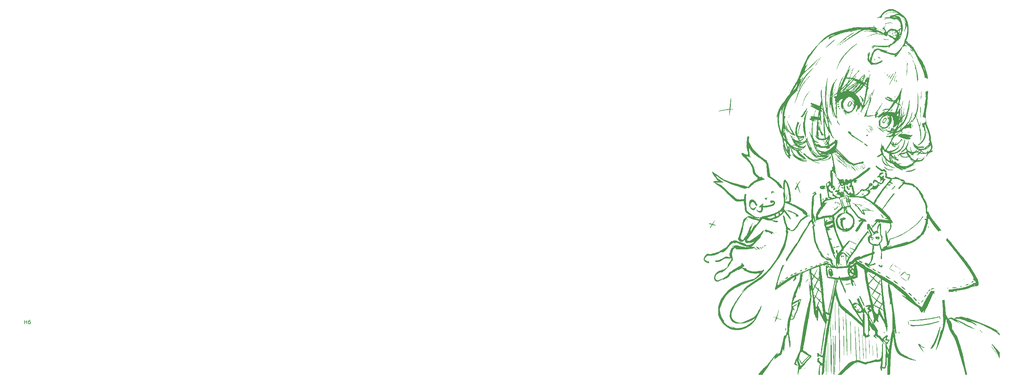
<source format=gbr>
%TF.GenerationSoftware,KiCad,Pcbnew,8.0.6*%
%TF.CreationDate,2024-11-22T07:09:26+07:00*%
%TF.ProjectId,Heart HE 60,48656172-7420-4484-9520-36302e6b6963,rev?*%
%TF.SameCoordinates,Original*%
%TF.FileFunction,Legend,Top*%
%TF.FilePolarity,Positive*%
%FSLAX46Y46*%
G04 Gerber Fmt 4.6, Leading zero omitted, Abs format (unit mm)*
G04 Created by KiCad (PCBNEW 8.0.6) date 2024-11-22 07:09:26*
%MOMM*%
%LPD*%
G01*
G04 APERTURE LIST*
%ADD10C,0.150000*%
%ADD11C,0.300000*%
%ADD12C,0.000000*%
%ADD13C,3.800000*%
%ADD14C,1.750000*%
%ADD15C,3.987800*%
%ADD16C,3.048000*%
%ADD17C,0.650000*%
%ADD18O,1.000000X1.600000*%
%ADD19O,1.000000X2.100000*%
G04 APERTURE END LIST*
D10*
X15906845Y-73754819D02*
X15906845Y-72754819D01*
X15906845Y-73231009D02*
X16478273Y-73231009D01*
X16478273Y-73754819D02*
X16478273Y-72754819D01*
X17383035Y-72754819D02*
X17192559Y-72754819D01*
X17192559Y-72754819D02*
X17097321Y-72802438D01*
X17097321Y-72802438D02*
X17049702Y-72850057D01*
X17049702Y-72850057D02*
X16954464Y-72992914D01*
X16954464Y-72992914D02*
X16906845Y-73183390D01*
X16906845Y-73183390D02*
X16906845Y-73564342D01*
X16906845Y-73564342D02*
X16954464Y-73659580D01*
X16954464Y-73659580D02*
X17002083Y-73707200D01*
X17002083Y-73707200D02*
X17097321Y-73754819D01*
X17097321Y-73754819D02*
X17287797Y-73754819D01*
X17287797Y-73754819D02*
X17383035Y-73707200D01*
X17383035Y-73707200D02*
X17430654Y-73659580D01*
X17430654Y-73659580D02*
X17478273Y-73564342D01*
X17478273Y-73564342D02*
X17478273Y-73326247D01*
X17478273Y-73326247D02*
X17430654Y-73231009D01*
X17430654Y-73231009D02*
X17383035Y-73183390D01*
X17383035Y-73183390D02*
X17287797Y-73135771D01*
X17287797Y-73135771D02*
X17097321Y-73135771D01*
X17097321Y-73135771D02*
X17002083Y-73183390D01*
X17002083Y-73183390D02*
X16954464Y-73231009D01*
X16954464Y-73231009D02*
X16906845Y-73326247D01*
D11*
X235500316Y-35118007D02*
X235357459Y-35046578D01*
X235357459Y-35046578D02*
X235143173Y-35046578D01*
X235143173Y-35046578D02*
X234928887Y-35118007D01*
X234928887Y-35118007D02*
X234786030Y-35260864D01*
X234786030Y-35260864D02*
X234714601Y-35403721D01*
X234714601Y-35403721D02*
X234643173Y-35689435D01*
X234643173Y-35689435D02*
X234643173Y-35903721D01*
X234643173Y-35903721D02*
X234714601Y-36189435D01*
X234714601Y-36189435D02*
X234786030Y-36332292D01*
X234786030Y-36332292D02*
X234928887Y-36475150D01*
X234928887Y-36475150D02*
X235143173Y-36546578D01*
X235143173Y-36546578D02*
X235286030Y-36546578D01*
X235286030Y-36546578D02*
X235500316Y-36475150D01*
X235500316Y-36475150D02*
X235571744Y-36403721D01*
X235571744Y-36403721D02*
X235571744Y-35903721D01*
X235571744Y-35903721D02*
X235286030Y-35903721D01*
X236428887Y-35046578D02*
X236428887Y-35403721D01*
X236071744Y-35260864D02*
X236428887Y-35403721D01*
X236428887Y-35403721D02*
X236786030Y-35260864D01*
X236214601Y-35689435D02*
X236428887Y-35403721D01*
X236428887Y-35403721D02*
X236643173Y-35689435D01*
X237571744Y-35046578D02*
X237571744Y-35403721D01*
X237214601Y-35260864D02*
X237571744Y-35403721D01*
X237571744Y-35403721D02*
X237928887Y-35260864D01*
X237357458Y-35689435D02*
X237571744Y-35403721D01*
X237571744Y-35403721D02*
X237786030Y-35689435D01*
X238714601Y-35046578D02*
X238714601Y-35403721D01*
X238357458Y-35260864D02*
X238714601Y-35403721D01*
X238714601Y-35403721D02*
X239071744Y-35260864D01*
X238500315Y-35689435D02*
X238714601Y-35403721D01*
X238714601Y-35403721D02*
X238928887Y-35689435D01*
D12*
%TO.C,G\u002A\u002A\u002A*%
G36*
X220877837Y-18546213D02*
G01*
X220856635Y-18567415D01*
X220835433Y-18546213D01*
X220856635Y-18525011D01*
X220877837Y-18546213D01*
G37*
G36*
X220877837Y-56328183D02*
G01*
X220856635Y-56349385D01*
X220835433Y-56328183D01*
X220856635Y-56306981D01*
X220877837Y-56328183D01*
G37*
G36*
X221259473Y-17486113D02*
G01*
X221238271Y-17507315D01*
X221217069Y-17486113D01*
X221238271Y-17464911D01*
X221259473Y-17486113D01*
G37*
G36*
X223761310Y-64724176D02*
G01*
X223740108Y-64745378D01*
X223718906Y-64724176D01*
X223740108Y-64702974D01*
X223761310Y-64724176D01*
G37*
G36*
X228256135Y-16171589D02*
G01*
X228234933Y-16192791D01*
X228213731Y-16171589D01*
X228234933Y-16150387D01*
X228256135Y-16171589D01*
G37*
G36*
X228595367Y-56243375D02*
G01*
X228574165Y-56264577D01*
X228552963Y-56243375D01*
X228574165Y-56222173D01*
X228595367Y-56243375D01*
G37*
G36*
X229697871Y-1754226D02*
G01*
X229676669Y-1775428D01*
X229655467Y-1754226D01*
X229676669Y-1733024D01*
X229697871Y-1754226D01*
G37*
G36*
X229867487Y-11083108D02*
G01*
X229846285Y-11104310D01*
X229825083Y-11083108D01*
X229846285Y-11061906D01*
X229867487Y-11083108D01*
G37*
G36*
X231818071Y-11761572D02*
G01*
X231796869Y-11782774D01*
X231775667Y-11761572D01*
X231796869Y-11740370D01*
X231818071Y-11761572D01*
G37*
G36*
X233514231Y-27663074D02*
G01*
X233493029Y-27684276D01*
X233471827Y-27663074D01*
X233493029Y-27641872D01*
X233514231Y-27663074D01*
G37*
G36*
X233683847Y-28638366D02*
G01*
X233662645Y-28659568D01*
X233641443Y-28638366D01*
X233662645Y-28617164D01*
X233683847Y-28638366D01*
G37*
G36*
X234192695Y-29613659D02*
G01*
X234171493Y-29634861D01*
X234150291Y-29613659D01*
X234171493Y-29592457D01*
X234192695Y-29613659D01*
G37*
G36*
X235761644Y-16807649D02*
G01*
X235740442Y-16828851D01*
X235719240Y-16807649D01*
X235740442Y-16786447D01*
X235761644Y-16807649D01*
G37*
G36*
X235888856Y-54292791D02*
G01*
X235867654Y-54313993D01*
X235846452Y-54292791D01*
X235867654Y-54271589D01*
X235888856Y-54292791D01*
G37*
G36*
X237457804Y-6249051D02*
G01*
X237436602Y-6270253D01*
X237415400Y-6249051D01*
X237436602Y-6227849D01*
X237457804Y-6249051D01*
G37*
G36*
X237712228Y-31437031D02*
G01*
X237691026Y-31458233D01*
X237669824Y-31437031D01*
X237691026Y-31415829D01*
X237712228Y-31437031D01*
G37*
G36*
X237797036Y-31521839D02*
G01*
X237775834Y-31543041D01*
X237754632Y-31521839D01*
X237775834Y-31500637D01*
X237797036Y-31521839D01*
G37*
G36*
X238009056Y-14941872D02*
G01*
X237987854Y-14963074D01*
X237966652Y-14941872D01*
X237987854Y-14920670D01*
X238009056Y-14941872D01*
G37*
G36*
X238857136Y-32157899D02*
G01*
X238835934Y-32179101D01*
X238814732Y-32157899D01*
X238835934Y-32136697D01*
X238857136Y-32157899D01*
G37*
G36*
X239153964Y-32454727D02*
G01*
X239132762Y-32475929D01*
X239111560Y-32454727D01*
X239132762Y-32433525D01*
X239153964Y-32454727D01*
G37*
G36*
X242037437Y-30928183D02*
G01*
X242016235Y-30949385D01*
X241995033Y-30928183D01*
X242016235Y-30906981D01*
X242037437Y-30928183D01*
G37*
G36*
X243945617Y-17994961D02*
G01*
X243924415Y-18016163D01*
X243903213Y-17994961D01*
X243924415Y-17973759D01*
X243945617Y-17994961D01*
G37*
G36*
X244666485Y-21048049D02*
G01*
X244645283Y-21069251D01*
X244624081Y-21048049D01*
X244645283Y-21026847D01*
X244666485Y-21048049D01*
G37*
G36*
X247931594Y-8242039D02*
G01*
X247910392Y-8263241D01*
X247889190Y-8242039D01*
X247910392Y-8220837D01*
X247931594Y-8242039D01*
G37*
G36*
X258871827Y-9259735D02*
G01*
X258850625Y-9280937D01*
X258829423Y-9259735D01*
X258850625Y-9238533D01*
X258871827Y-9259735D01*
G37*
G36*
X259083847Y-10065412D02*
G01*
X259062645Y-10086614D01*
X259041443Y-10065412D01*
X259062645Y-10044210D01*
X259083847Y-10065412D01*
G37*
G36*
X275070158Y-79438366D02*
G01*
X275048956Y-79459568D01*
X275027754Y-79438366D01*
X275048956Y-79417164D01*
X275070158Y-79438366D01*
G37*
G36*
X203944504Y-36264020D02*
G01*
X203938683Y-36289229D01*
X203916235Y-36292290D01*
X203881331Y-36276775D01*
X203887965Y-36264020D01*
X203938289Y-36258945D01*
X203944504Y-36264020D01*
G37*
G36*
X212001265Y-48561182D02*
G01*
X212006340Y-48611506D01*
X212001265Y-48617721D01*
X211976056Y-48611900D01*
X211972996Y-48589452D01*
X211988511Y-48554548D01*
X212001265Y-48561182D01*
G37*
G36*
X220312451Y-41818945D02*
G01*
X220317526Y-41869269D01*
X220312451Y-41875484D01*
X220287242Y-41869663D01*
X220284181Y-41847215D01*
X220299696Y-41812311D01*
X220312451Y-41818945D01*
G37*
G36*
X220821299Y-56405924D02*
G01*
X220826374Y-56456247D01*
X220821299Y-56462462D01*
X220796090Y-56456641D01*
X220793029Y-56434193D01*
X220808544Y-56399290D01*
X220821299Y-56405924D01*
G37*
G36*
X222390247Y-15146825D02*
G01*
X222395322Y-15197149D01*
X222390247Y-15203364D01*
X222365038Y-15197543D01*
X222361978Y-15175094D01*
X222377493Y-15140191D01*
X222390247Y-15146825D01*
G37*
G36*
X227775370Y-40564493D02*
G01*
X227780970Y-40651309D01*
X227775370Y-40670503D01*
X227759893Y-40675830D01*
X227753982Y-40617498D01*
X227760646Y-40557300D01*
X227775370Y-40564493D01*
G37*
G36*
X231083068Y-81848328D02*
G01*
X231088143Y-81898651D01*
X231083068Y-81904866D01*
X231057859Y-81899045D01*
X231054799Y-81876597D01*
X231070314Y-81841694D01*
X231083068Y-81848328D01*
G37*
G36*
X231128123Y-44450644D02*
G01*
X231115476Y-44469917D01*
X231072467Y-44472915D01*
X231027221Y-44462559D01*
X231046848Y-44447296D01*
X231113121Y-44442241D01*
X231128123Y-44450644D01*
G37*
G36*
X231549326Y-13298717D02*
G01*
X231554927Y-13385533D01*
X231549326Y-13404727D01*
X231533849Y-13410054D01*
X231527938Y-13351722D01*
X231534602Y-13291524D01*
X231549326Y-13298717D01*
G37*
G36*
X232145819Y-10485035D02*
G01*
X232133172Y-10504308D01*
X232090163Y-10507306D01*
X232044917Y-10496950D01*
X232064544Y-10481687D01*
X232130817Y-10476632D01*
X232145819Y-10485035D01*
G37*
G36*
X233754521Y-5436307D02*
G01*
X233759596Y-5486631D01*
X233754521Y-5492846D01*
X233729312Y-5487025D01*
X233726251Y-5464577D01*
X233741766Y-5429674D01*
X233754521Y-5436307D01*
G37*
G36*
X245670047Y-59798244D02*
G01*
X245664226Y-59823453D01*
X245641777Y-59826513D01*
X245606874Y-59810998D01*
X245613508Y-59798244D01*
X245663832Y-59793169D01*
X245670047Y-59798244D01*
G37*
G36*
X245712265Y-23857315D02*
G01*
X245717865Y-23944130D01*
X245712265Y-23963325D01*
X245696788Y-23968652D01*
X245690877Y-23910320D01*
X245697541Y-23850122D01*
X245712265Y-23857315D01*
G37*
G36*
X245712451Y-16842985D02*
G01*
X245706630Y-16868194D01*
X245684181Y-16871255D01*
X245649278Y-16855740D01*
X245655912Y-16842985D01*
X245706236Y-16837910D01*
X245712451Y-16842985D01*
G37*
G36*
X232877848Y-49335937D02*
G01*
X232883433Y-49341416D01*
X232916927Y-49397013D01*
X232912386Y-49417452D01*
X232880843Y-49404727D01*
X232859696Y-49365154D01*
X232846785Y-49315614D01*
X232877848Y-49335937D01*
G37*
G36*
X234270952Y-29694417D02*
G01*
X234316117Y-29733835D01*
X234319908Y-29743373D01*
X234299784Y-29760802D01*
X234257886Y-29721749D01*
X234252252Y-29713117D01*
X234247254Y-29684100D01*
X234270952Y-29694417D01*
G37*
G36*
X235119032Y-30203266D02*
G01*
X235164554Y-30245962D01*
X235155216Y-30270508D01*
X235149288Y-30270921D01*
X235113422Y-30240802D01*
X235100332Y-30221965D01*
X235095335Y-30192948D01*
X235119032Y-30203266D01*
G37*
G36*
X243642237Y-2810277D02*
G01*
X243687403Y-2849695D01*
X243691193Y-2859233D01*
X243671069Y-2876662D01*
X243629171Y-2837609D01*
X243623538Y-2828977D01*
X243618540Y-2799960D01*
X243642237Y-2810277D01*
G37*
G36*
X204167392Y-60231290D02*
G01*
X204170659Y-60245548D01*
X204139714Y-60305494D01*
X204128255Y-60314159D01*
X204089118Y-60312221D01*
X204085851Y-60297963D01*
X204116795Y-60238017D01*
X204128255Y-60229351D01*
X204167392Y-60231290D01*
G37*
G36*
X211564243Y-46668289D02*
G01*
X211590496Y-46726680D01*
X211563343Y-46764606D01*
X211551458Y-46766079D01*
X211493620Y-46735423D01*
X211487161Y-46726605D01*
X211489187Y-46676271D01*
X211534016Y-46654361D01*
X211564243Y-46668289D01*
G37*
G36*
X211743918Y-46359340D02*
G01*
X211760976Y-46384443D01*
X211726812Y-46422476D01*
X211699873Y-46426847D01*
X211627678Y-46401004D01*
X211612562Y-46384443D01*
X211625545Y-46351067D01*
X211673665Y-46342039D01*
X211743918Y-46359340D01*
G37*
G36*
X214261580Y-55024725D02*
G01*
X214262812Y-55034861D01*
X214230544Y-55076032D01*
X214220408Y-55077265D01*
X214179237Y-55044996D01*
X214178004Y-55034861D01*
X214210273Y-54993689D01*
X214220408Y-54992457D01*
X214261580Y-55024725D01*
G37*
G36*
X217558758Y-49218414D02*
G01*
X217570325Y-49267916D01*
X217540149Y-49336133D01*
X217475880Y-49351033D01*
X217421911Y-49310320D01*
X217416384Y-49239196D01*
X217471528Y-49189481D01*
X217509221Y-49183108D01*
X217558758Y-49218414D01*
G37*
G36*
X229894774Y-10260347D02*
G01*
X229896872Y-10267638D01*
X229903080Y-10360007D01*
X229895301Y-10394850D01*
X229881381Y-10396259D01*
X229875695Y-10329878D01*
X229875753Y-10319836D01*
X229881868Y-10254069D01*
X229894774Y-10260347D01*
G37*
G36*
X231774435Y-47137580D02*
G01*
X231775667Y-47147715D01*
X231743399Y-47188887D01*
X231733263Y-47190119D01*
X231692091Y-47157851D01*
X231690859Y-47147715D01*
X231723127Y-47106544D01*
X231733263Y-47105311D01*
X231774435Y-47137580D01*
G37*
G36*
X234893440Y-28927300D02*
G01*
X234924165Y-28950988D01*
X234982892Y-29003297D01*
X234998372Y-29025195D01*
X234977745Y-29037887D01*
X234921374Y-28983415D01*
X234908155Y-28966998D01*
X234871482Y-28916770D01*
X234893440Y-28927300D01*
G37*
G36*
X236469208Y3031238D02*
G01*
X236461310Y3016225D01*
X236421356Y2975729D01*
X236413901Y2973820D01*
X236411008Y3001211D01*
X236418906Y3016225D01*
X236458860Y3056720D01*
X236466315Y3058629D01*
X236469208Y3031238D01*
G37*
G36*
X236593821Y-32069647D02*
G01*
X236609724Y-32094293D01*
X236574208Y-32128746D01*
X236524916Y-32136697D01*
X236456011Y-32118939D01*
X236440108Y-32094293D01*
X236475623Y-32059840D01*
X236524916Y-32051889D01*
X236593821Y-32069647D01*
G37*
G36*
X236941568Y-38064797D02*
G01*
X236948956Y-38094460D01*
X236923126Y-38152862D01*
X236864481Y-38142335D01*
X236850013Y-38129797D01*
X236823003Y-38067731D01*
X236867137Y-38032276D01*
X236885350Y-38030854D01*
X236941568Y-38064797D01*
G37*
G36*
X237340006Y-13761030D02*
G01*
X237349556Y-13772140D01*
X237345324Y-13827581D01*
X237334214Y-13837130D01*
X237278774Y-13832898D01*
X237269224Y-13821788D01*
X237273456Y-13766348D01*
X237284566Y-13756798D01*
X237340006Y-13761030D01*
G37*
G36*
X238274081Y-13899765D02*
G01*
X238350194Y-13970232D01*
X238389303Y-14013026D01*
X238390692Y-14016376D01*
X238375097Y-14027370D01*
X238322703Y-13981867D01*
X238260271Y-13913575D01*
X238157470Y-13796964D01*
X238274081Y-13899765D01*
G37*
G36*
X241132376Y-16897233D02*
G01*
X241125751Y-16913659D01*
X241087646Y-16954111D01*
X241080844Y-16956063D01*
X241062631Y-16923255D01*
X241062145Y-16913659D01*
X241094743Y-16872884D01*
X241107051Y-16871255D01*
X241132376Y-16897233D01*
G37*
G36*
X241176053Y-8417844D02*
G01*
X241168155Y-8432857D01*
X241128201Y-8473353D01*
X241120745Y-8475261D01*
X241117852Y-8447871D01*
X241125751Y-8432857D01*
X241165704Y-8392361D01*
X241173160Y-8390453D01*
X241176053Y-8417844D01*
G37*
G36*
X241668337Y-19997692D02*
G01*
X241677003Y-20009151D01*
X241675064Y-20048288D01*
X241660806Y-20051555D01*
X241600860Y-20020611D01*
X241592195Y-20009151D01*
X241594133Y-19970014D01*
X241608392Y-19966747D01*
X241668337Y-19997692D01*
G37*
G36*
X241994925Y-18683412D02*
G01*
X241995033Y-18686556D01*
X241961056Y-18735555D01*
X241927883Y-18753725D01*
X241878173Y-18754875D01*
X241877529Y-18729109D01*
X241916372Y-18678253D01*
X241967490Y-18658680D01*
X241994925Y-18683412D01*
G37*
G36*
X243186931Y-18619319D02*
G01*
X243188706Y-18631021D01*
X243155693Y-18680741D01*
X243143121Y-18686499D01*
X243104456Y-18666030D01*
X243097537Y-18631021D01*
X243119053Y-18578246D01*
X243143121Y-18575542D01*
X243186931Y-18619319D01*
G37*
G36*
X243381952Y-79067826D02*
G01*
X243388779Y-79178315D01*
X243381096Y-79237442D01*
X243369634Y-79247354D01*
X243363202Y-79186460D01*
X243362655Y-79141538D01*
X243366830Y-79059420D01*
X243376407Y-79046961D01*
X243381952Y-79067826D01*
G37*
G36*
X243603529Y-16882041D02*
G01*
X243555500Y-16947582D01*
X243485754Y-16989912D01*
X243420277Y-16994588D01*
X243394365Y-16962869D01*
X243428585Y-16921143D01*
X243500375Y-16878970D01*
X243584197Y-16855176D01*
X243603529Y-16882041D01*
G37*
G36*
X244105126Y-1152637D02*
G01*
X244115039Y-1164099D01*
X244054144Y-1170531D01*
X244009223Y-1171079D01*
X243927104Y-1166904D01*
X243914645Y-1157326D01*
X243935510Y-1151781D01*
X244046000Y-1144954D01*
X244105126Y-1152637D01*
G37*
G36*
X245627090Y5354128D02*
G01*
X245671184Y5322440D01*
X245645734Y5309716D01*
X245580291Y5307330D01*
X245498781Y5314719D01*
X245492807Y5342415D01*
X245501998Y5352839D01*
X245568811Y5377374D01*
X245627090Y5354128D01*
G37*
G36*
X246791456Y2434760D02*
G01*
X246824643Y2365540D01*
X246822376Y2338820D01*
X246788699Y2312762D01*
X246775201Y2320975D01*
X246747063Y2387260D01*
X246744281Y2416915D01*
X246757735Y2457293D01*
X246791456Y2434760D01*
G37*
G36*
X247803895Y-20932443D02*
G01*
X247804382Y-20942039D01*
X247771783Y-20982814D01*
X247759475Y-20984443D01*
X247734150Y-20958465D01*
X247740776Y-20942039D01*
X247778880Y-20901587D01*
X247785682Y-20899635D01*
X247803895Y-20932443D01*
G37*
G36*
X248651230Y-19320551D02*
G01*
X248652462Y-19330687D01*
X248620193Y-19371859D01*
X248610058Y-19373091D01*
X248568886Y-19340823D01*
X248567654Y-19330687D01*
X248599922Y-19289515D01*
X248610058Y-19288283D01*
X248651230Y-19320551D01*
G37*
G36*
X249330926Y7701867D02*
G01*
X249371379Y7663763D01*
X249373330Y7656961D01*
X249340522Y7638747D01*
X249330926Y7638261D01*
X249290151Y7670859D01*
X249288522Y7683168D01*
X249314500Y7708493D01*
X249330926Y7701867D01*
G37*
G36*
X260313196Y-66927170D02*
G01*
X260332090Y-66979329D01*
X260308004Y-67020692D01*
X260233196Y-67072876D01*
X260169482Y-67060666D01*
X260143948Y-66992791D01*
X260174338Y-66921286D01*
X260221688Y-66907983D01*
X260313196Y-66927170D01*
G37*
G36*
X217009894Y-49311461D02*
G01*
X217012062Y-49400405D01*
X216978665Y-49472152D01*
X216920760Y-49513923D01*
X216866516Y-49513610D01*
X216844433Y-49472444D01*
X216854186Y-49335976D01*
X216906346Y-49259080D01*
X216971399Y-49252134D01*
X217009894Y-49311461D01*
G37*
G36*
X217028604Y-38336246D02*
G01*
X217037996Y-38401260D01*
X217007635Y-38465092D01*
X216962624Y-38489889D01*
X216905824Y-38482972D01*
X216897468Y-38417700D01*
X216899018Y-38405661D01*
X216933075Y-38329176D01*
X216976669Y-38306480D01*
X217028604Y-38336246D01*
G37*
G36*
X218232547Y-49757774D02*
G01*
X218220359Y-49809228D01*
X218189580Y-49885352D01*
X218151630Y-49933627D01*
X218124972Y-49934361D01*
X218121577Y-49914583D01*
X218144642Y-49855034D01*
X218183074Y-49795469D01*
X218227308Y-49740311D01*
X218232547Y-49757774D01*
G37*
G36*
X218953814Y-62045040D02*
G01*
X218969657Y-62063726D01*
X218937869Y-62108665D01*
X218884849Y-62148893D01*
X218821318Y-62179151D01*
X218801150Y-62147999D01*
X218800041Y-62116689D01*
X218829846Y-62045571D01*
X218884849Y-62031522D01*
X218953814Y-62045040D01*
G37*
G36*
X228559005Y-42344179D02*
G01*
X228485728Y-42440638D01*
X228428200Y-42501235D01*
X228397917Y-42516870D01*
X228406373Y-42478445D01*
X228417592Y-42456114D01*
X228481523Y-42368749D01*
X228557052Y-42291982D01*
X228653805Y-42207649D01*
X228559005Y-42344179D01*
G37*
G36*
X231628862Y-22562214D02*
G01*
X231680817Y-22613044D01*
X231717390Y-22684491D01*
X231719190Y-22740921D01*
X231674085Y-22802340D01*
X231625609Y-22784573D01*
X231587382Y-22696802D01*
X231574754Y-22606549D01*
X231583795Y-22561513D01*
X231628862Y-22562214D01*
G37*
G36*
X235676836Y-40113526D02*
G01*
X235765411Y-40128872D01*
X235846452Y-40151054D01*
X235952462Y-40185005D01*
X235846452Y-40188582D01*
X235738051Y-40175450D01*
X235676836Y-40151054D01*
X235634630Y-40118537D01*
X235666025Y-40112985D01*
X235676836Y-40113526D01*
G37*
G36*
X238167483Y-13605293D02*
G01*
X238294124Y-13705816D01*
X238370022Y-13778668D01*
X238386846Y-13815404D01*
X238377446Y-13818166D01*
X238339298Y-13791555D01*
X238258771Y-13722464D01*
X238173525Y-13644600D01*
X237987854Y-13471034D01*
X238167483Y-13605293D01*
G37*
G36*
X250285016Y-8687281D02*
G01*
X250334925Y-8754303D01*
X250347160Y-8821829D01*
X250316662Y-8856517D01*
X250310755Y-8856897D01*
X250264875Y-8823008D01*
X250247149Y-8789823D01*
X250221719Y-8694275D01*
X250240271Y-8662678D01*
X250285016Y-8687281D01*
G37*
G36*
X253103014Y-17061235D02*
G01*
X253104882Y-17077304D01*
X253087733Y-17163036D01*
X253049296Y-17233776D01*
X253019508Y-17252891D01*
X253001386Y-17218975D01*
X253007961Y-17167422D01*
X253039644Y-17094279D01*
X253078041Y-17052643D01*
X253103014Y-17061235D01*
G37*
G36*
X254418416Y-31188809D02*
G01*
X254419407Y-31202947D01*
X254384573Y-31244419D01*
X254296177Y-31302473D01*
X254239190Y-31332419D01*
X254058973Y-31420349D01*
X254207387Y-31292018D01*
X254324241Y-31198664D01*
X254392068Y-31165318D01*
X254418416Y-31188809D01*
G37*
G36*
X211286063Y-46658668D02*
G01*
X211290062Y-46712366D01*
X211246662Y-46781517D01*
X211178899Y-46834337D01*
X211152174Y-46843396D01*
X211092491Y-46825051D01*
X211082512Y-46791883D01*
X211112836Y-46729594D01*
X211181070Y-46674444D01*
X211253108Y-46648754D01*
X211286063Y-46658668D01*
G37*
G36*
X221167258Y-10880525D02*
G01*
X221189065Y-10911055D01*
X221178359Y-10960147D01*
X221122135Y-10979315D01*
X221055987Y-10963390D01*
X221026251Y-10934694D01*
X221014836Y-10895029D01*
X221020281Y-10892290D01*
X221072886Y-10879069D01*
X221102119Y-10868651D01*
X221167258Y-10880525D01*
G37*
G36*
X236246430Y-34907087D02*
G01*
X236268047Y-34913384D01*
X236328353Y-34948416D01*
X236315300Y-34995839D01*
X236225801Y-35060505D01*
X236147470Y-35102840D01*
X235987798Y-35184298D01*
X235987798Y-35058864D01*
X236020807Y-34951947D01*
X236111289Y-34899138D01*
X236246430Y-34907087D01*
G37*
G36*
X239741010Y-17195970D02*
G01*
X239745999Y-17280296D01*
X239746272Y-17305896D01*
X239734704Y-17424824D01*
X239698190Y-17465202D01*
X239648678Y-17436641D01*
X239622726Y-17355456D01*
X239671271Y-17244870D01*
X239682666Y-17229192D01*
X239723066Y-17182755D01*
X239741010Y-17195970D01*
G37*
G36*
X239928255Y-69606603D02*
G01*
X239996314Y-69670480D01*
X240035061Y-69752006D01*
X240035479Y-69785514D01*
X239989335Y-69852432D01*
X239910082Y-69863357D01*
X239835628Y-69816513D01*
X239798764Y-69728079D01*
X239810358Y-69639426D01*
X239859309Y-69591657D01*
X239928255Y-69606603D01*
G37*
G36*
X239983324Y-50176171D02*
G01*
X240044448Y-50200804D01*
X240080238Y-50232173D01*
X240038857Y-50239864D01*
X240023246Y-50239578D01*
X239911570Y-50220479D01*
X239853630Y-50200804D01*
X239800153Y-50173987D01*
X239822807Y-50164032D01*
X239874832Y-50162030D01*
X239983324Y-50176171D01*
G37*
G36*
X241475584Y-30780123D02*
G01*
X241576021Y-30864765D01*
X241641444Y-30931473D01*
X241655801Y-30956482D01*
X241650801Y-30984194D01*
X241627380Y-30978143D01*
X241572903Y-30929087D01*
X241474737Y-30827784D01*
X241462987Y-30815430D01*
X241295367Y-30639072D01*
X241475584Y-30780123D01*
G37*
G36*
X246779746Y-6255315D02*
G01*
X246779059Y-6313430D01*
X246732524Y-6365768D01*
X246719611Y-6371726D01*
X246617803Y-6396180D01*
X246575375Y-6371162D01*
X246574665Y-6363542D01*
X246608237Y-6297341D01*
X246681372Y-6241569D01*
X246731560Y-6227849D01*
X246779746Y-6255315D01*
G37*
G36*
X248709246Y-26065261D02*
G01*
X248750567Y-26091112D01*
X248730319Y-26104483D01*
X248638628Y-26108970D01*
X248588856Y-26109110D01*
X248469140Y-26107376D01*
X248425559Y-26100103D01*
X248449449Y-26083100D01*
X248497226Y-26064783D01*
X248637944Y-26043855D01*
X248709246Y-26065261D01*
G37*
G36*
X255848483Y-67329803D02*
G01*
X255903547Y-67353225D01*
X255989381Y-67402912D01*
X256030214Y-67436977D01*
X256030759Y-67439122D01*
X255998072Y-67457946D01*
X255922322Y-67444998D01*
X255850542Y-67413434D01*
X255781928Y-67357299D01*
X255785322Y-67324787D01*
X255848483Y-67329803D01*
G37*
G36*
X267933306Y-61747362D02*
G01*
X268031709Y-61841339D01*
X268113545Y-61929202D01*
X268139790Y-61973017D01*
X268115660Y-61987853D01*
X268082904Y-61989118D01*
X267988222Y-61947903D01*
X267923045Y-61857965D01*
X267876185Y-61752829D01*
X267879616Y-61715959D01*
X267933306Y-61747362D01*
G37*
G36*
X211119099Y-46992280D02*
G01*
X211190375Y-47028415D01*
X211196811Y-47076896D01*
X211162151Y-47109403D01*
X211084955Y-47141039D01*
X210994813Y-47129778D01*
X210923497Y-47103990D01*
X210841761Y-47054629D01*
X210839715Y-47011588D01*
X210912283Y-46983782D01*
X210995201Y-46978099D01*
X211119099Y-46992280D01*
G37*
G36*
X225353702Y-85501035D02*
G01*
X225324225Y-85566755D01*
X225250206Y-85686238D01*
X225175341Y-85797802D01*
X225132628Y-85848376D01*
X225118238Y-85845979D01*
X225138872Y-85780532D01*
X225189256Y-85683323D01*
X225252115Y-85582416D01*
X225310174Y-85505876D01*
X225342943Y-85480937D01*
X225353702Y-85501035D01*
G37*
G36*
X228320466Y-24230439D02*
G01*
X228340152Y-24260697D01*
X228366875Y-24348929D01*
X228374269Y-24476569D01*
X228371964Y-24515121D01*
X228355759Y-24694794D01*
X228348351Y-24518045D01*
X228337849Y-24386200D01*
X228321085Y-24280631D01*
X228316539Y-24263621D01*
X228301953Y-24210279D01*
X228320466Y-24230439D01*
G37*
G36*
X230799569Y-25331773D02*
G01*
X230800375Y-25345249D01*
X230765409Y-25386248D01*
X230683570Y-25433500D01*
X230589445Y-25469668D01*
X230533355Y-25479109D01*
X230531978Y-25460491D01*
X230590141Y-25414096D01*
X230621183Y-25394301D01*
X230728170Y-25332294D01*
X230781932Y-25313011D01*
X230799569Y-25331773D01*
G37*
G36*
X234781455Y-42049793D02*
G01*
X234738703Y-42098609D01*
X234636499Y-42157391D01*
X234523464Y-42209024D01*
X234467101Y-42225762D01*
X234448686Y-42211539D01*
X234447769Y-42197048D01*
X234489269Y-42107511D01*
X234601844Y-42045689D01*
X234650647Y-42033371D01*
X234752439Y-42025098D01*
X234781455Y-42049793D01*
G37*
G36*
X235289403Y-38145286D02*
G01*
X235310546Y-38217416D01*
X235271209Y-38306940D01*
X235251834Y-38328644D01*
X235150256Y-38399096D01*
X235063815Y-38403069D01*
X235013100Y-38347305D01*
X235021315Y-38266892D01*
X235081045Y-38182692D01*
X235166172Y-38125058D01*
X235212427Y-38115662D01*
X235289403Y-38145286D01*
G37*
G36*
X228474784Y-57882981D02*
G01*
X228488446Y-57916122D01*
X228468675Y-57959765D01*
X228389852Y-58057621D01*
X228293944Y-58112865D01*
X228204338Y-58118282D01*
X228144421Y-58066653D01*
X228141904Y-58060615D01*
X228150197Y-57982163D01*
X228222851Y-57916810D01*
X228339443Y-57879581D01*
X228392943Y-57875929D01*
X228474784Y-57882981D01*
G37*
G36*
X230414946Y-12627021D02*
G01*
X230417440Y-12715662D01*
X230408664Y-12846746D01*
X230386642Y-12948024D01*
X230376335Y-12970086D01*
X230350572Y-12987082D01*
X230337724Y-12931515D01*
X230335230Y-12842874D01*
X230344005Y-12711790D01*
X230366028Y-12610512D01*
X230376335Y-12588450D01*
X230402098Y-12571454D01*
X230414946Y-12627021D01*
G37*
G36*
X232896233Y-42382142D02*
G01*
X232849986Y-42446445D01*
X232835767Y-42462073D01*
X232756852Y-42534015D01*
X232697556Y-42567732D01*
X232693772Y-42568083D01*
X232690494Y-42542004D01*
X232736741Y-42477700D01*
X232750959Y-42462073D01*
X232829874Y-42390130D01*
X232889170Y-42356414D01*
X232892955Y-42356063D01*
X232896233Y-42382142D01*
G37*
G36*
X233642138Y-28015038D02*
G01*
X233706636Y-28072777D01*
X233722260Y-28087114D01*
X233813775Y-28180010D01*
X233887035Y-28269635D01*
X233928091Y-28336903D01*
X233923669Y-28362740D01*
X233890097Y-28332355D01*
X233820512Y-28253350D01*
X233744921Y-28161321D01*
X233659613Y-28053850D01*
X233625908Y-28006909D01*
X233642138Y-28015038D01*
G37*
G36*
X234254136Y-14642731D02*
G01*
X234335140Y-14712999D01*
X234335828Y-14713979D01*
X234369099Y-14808664D01*
X234337411Y-14880464D01*
X234259612Y-14919506D01*
X234154547Y-14915918D01*
X234047775Y-14864863D01*
X233985819Y-14783583D01*
X233997557Y-14703074D01*
X234074607Y-14645461D01*
X234135964Y-14632060D01*
X234254136Y-14642731D01*
G37*
G36*
X234702344Y-15819704D02*
G01*
X234742594Y-15894141D01*
X234709912Y-15991032D01*
X234699853Y-16004010D01*
X234618060Y-16054282D01*
X234517995Y-16061101D01*
X234437496Y-16025513D01*
X234417838Y-15996209D01*
X234416463Y-15895794D01*
X234482097Y-15820367D01*
X234597084Y-15789964D01*
X234599574Y-15789952D01*
X234702344Y-15819704D01*
G37*
G36*
X237895934Y-15459943D02*
G01*
X237957283Y-15533529D01*
X238022074Y-15623747D01*
X238071338Y-15704068D01*
X238086107Y-15747963D01*
X238085383Y-15748963D01*
X238046076Y-15737485D01*
X238000110Y-15694803D01*
X237939947Y-15614306D01*
X237886818Y-15525572D01*
X237855071Y-15455194D01*
X237856992Y-15429518D01*
X237895934Y-15459943D01*
G37*
G36*
X239127574Y-68570057D02*
G01*
X239221884Y-68591473D01*
X239256898Y-68644923D01*
X239259974Y-68688951D01*
X239239732Y-68772543D01*
X239163502Y-68805967D01*
X239150335Y-68807706D01*
X239048761Y-68795934D01*
X238990588Y-68760075D01*
X238954365Y-68671360D01*
X238989715Y-68601612D01*
X239083407Y-68569187D01*
X239127574Y-68570057D01*
G37*
G36*
X240631321Y-16694920D02*
G01*
X240591795Y-16782330D01*
X240528065Y-16895507D01*
X240447953Y-17024479D01*
X240400930Y-17080353D01*
X240383864Y-17066716D01*
X240383680Y-17060711D01*
X240405279Y-16981189D01*
X240457146Y-16870150D01*
X240519884Y-16764825D01*
X240567930Y-16707047D01*
X240623133Y-16670924D01*
X240631321Y-16694920D01*
G37*
G36*
X246306945Y4828209D02*
G01*
X246282273Y4781384D01*
X246278286Y4776531D01*
X246245313Y4693992D01*
X246250039Y4650677D01*
X246250827Y4585480D01*
X246214048Y4557666D01*
X246170765Y4586891D01*
X246155884Y4668258D01*
X246180035Y4761122D01*
X246229511Y4827773D01*
X246262635Y4839597D01*
X246306945Y4828209D01*
G37*
G36*
X253271605Y-22198182D02*
G01*
X253267746Y-22234852D01*
X253263866Y-22238927D01*
X253200561Y-22265836D01*
X253095512Y-22283280D01*
X252983638Y-22288716D01*
X252899857Y-22279599D01*
X252878135Y-22267039D01*
X252899675Y-22237058D01*
X252986927Y-22209198D01*
X253049182Y-22198449D01*
X253197636Y-22185837D01*
X253271605Y-22198182D01*
G37*
G36*
X255331637Y-444730D02*
G01*
X255386461Y-507130D01*
X255415901Y-545712D01*
X255481283Y-637110D01*
X255518582Y-694633D01*
X255521911Y-702364D01*
X255501741Y-713018D01*
X255445080Y-655259D01*
X255397586Y-592171D01*
X255339064Y-501381D01*
X255310456Y-440115D01*
X255309891Y-435519D01*
X255331637Y-444730D01*
G37*
G36*
X256264010Y-29254966D02*
G01*
X256332237Y-29263110D01*
X256341026Y-29282033D01*
X256303889Y-29315482D01*
X256170520Y-29367506D01*
X255995413Y-29364155D01*
X255935350Y-29351206D01*
X255863414Y-29320651D01*
X255866957Y-29291123D01*
X255936736Y-29267432D01*
X256063505Y-29254389D01*
X256123672Y-29253225D01*
X256264010Y-29254966D01*
G37*
G36*
X257599336Y-12481359D02*
G01*
X257609171Y-12517915D01*
X257628883Y-12719285D01*
X257609117Y-12814744D01*
X257586934Y-12874703D01*
X257573915Y-12877479D01*
X257567724Y-12814255D01*
X257566027Y-12676216D01*
X257566015Y-12652056D01*
X257566855Y-12501876D01*
X257570999Y-12428621D01*
X257580981Y-12424408D01*
X257599336Y-12481359D01*
G37*
G36*
X257883298Y-22071342D02*
G01*
X257960835Y-22166187D01*
X258005213Y-22236974D01*
X258063699Y-22342750D01*
X258080284Y-22408031D01*
X258057980Y-22464264D01*
X258030612Y-22502220D01*
X257957011Y-22599462D01*
X257884159Y-22396210D01*
X257830289Y-22218569D01*
X257814523Y-22102140D01*
X257833360Y-22051529D01*
X257883298Y-22071342D01*
G37*
G36*
X258221977Y-65242707D02*
G01*
X258234145Y-65318799D01*
X258203084Y-65415256D01*
X258137625Y-65501259D01*
X258030287Y-65577039D01*
X257947122Y-65588537D01*
X257901390Y-65536103D01*
X257896535Y-65494840D01*
X257929940Y-65391288D01*
X258010986Y-65290724D01*
X258110920Y-65223538D01*
X258164293Y-65211822D01*
X258221977Y-65242707D01*
G37*
G36*
X265918268Y-64926271D02*
G01*
X265958240Y-64974325D01*
X265954107Y-65084441D01*
X265954082Y-65084610D01*
X265906660Y-65170337D01*
X265816604Y-65208346D01*
X265715265Y-65192374D01*
X265653519Y-65144662D01*
X265622831Y-65058649D01*
X265664580Y-64982369D01*
X265766640Y-64931998D01*
X265819760Y-64922909D01*
X265918268Y-64926271D01*
G37*
G36*
X209836626Y-45718079D02*
G01*
X209823680Y-45757816D01*
X209764651Y-45829560D01*
X209680420Y-45913277D01*
X209591867Y-45988932D01*
X209519872Y-46036490D01*
X209497528Y-46043446D01*
X209496927Y-46015554D01*
X209539890Y-45943469D01*
X209564776Y-45909722D01*
X209677480Y-45782564D01*
X209770247Y-45715318D01*
X209833154Y-45714980D01*
X209836626Y-45718079D01*
G37*
G36*
X210683319Y-28778882D02*
G01*
X210718311Y-28861833D01*
X210722078Y-28871589D01*
X210760760Y-28983306D01*
X210781587Y-29065085D01*
X210782458Y-29073008D01*
X210768150Y-29123469D01*
X210730311Y-29113062D01*
X210691945Y-29051816D01*
X210685198Y-29030604D01*
X210665525Y-28908602D01*
X210662277Y-28829185D01*
X210667333Y-28769908D01*
X210683319Y-28778882D01*
G37*
G36*
X210913501Y-47291156D02*
G01*
X211021757Y-47331193D01*
X211108336Y-47382068D01*
X211147809Y-47430809D01*
X211145002Y-47446349D01*
X211083080Y-47476980D01*
X210973085Y-47481572D01*
X210847561Y-47460416D01*
X210796285Y-47443222D01*
X210716755Y-47386340D01*
X210704998Y-47324016D01*
X210759131Y-47281212D01*
X210808992Y-47274927D01*
X210913501Y-47291156D01*
G37*
G36*
X211824806Y-31541407D02*
G01*
X211865066Y-31597765D01*
X211912145Y-31685740D01*
X211956309Y-31792918D01*
X211988245Y-31892196D01*
X211998642Y-31956469D01*
X211991952Y-31967081D01*
X211964983Y-31932552D01*
X211913359Y-31843236D01*
X211864849Y-31750845D01*
X211805931Y-31621803D01*
X211779626Y-31537741D01*
X211785922Y-31507871D01*
X211824806Y-31541407D01*
G37*
G36*
X224514393Y-59265845D02*
G01*
X224517090Y-59302570D01*
X224456483Y-59404833D01*
X224328634Y-59489063D01*
X224150637Y-59546139D01*
X224028093Y-59563460D01*
X223782512Y-59583302D01*
X223867320Y-59488376D01*
X223972217Y-59397089D01*
X224101696Y-59320789D01*
X224238203Y-59264496D01*
X224364190Y-59233228D01*
X224462103Y-59232005D01*
X224514393Y-59265845D01*
G37*
G36*
X234453302Y-15228467D02*
G01*
X234487829Y-15318013D01*
X234471817Y-15423374D01*
X234403041Y-15516863D01*
X234397677Y-15521115D01*
X234265718Y-15590465D01*
X234156327Y-15578478D01*
X234116368Y-15548250D01*
X234067535Y-15450941D01*
X234084208Y-15345401D01*
X234152119Y-15252171D01*
X234256998Y-15191797D01*
X234370461Y-15182425D01*
X234453302Y-15228467D01*
G37*
G36*
X235142251Y-56284099D02*
G01*
X235191184Y-56365575D01*
X235209683Y-56516910D01*
X235209742Y-56524410D01*
X235191188Y-56653440D01*
X235141885Y-56732957D01*
X235073262Y-56747633D01*
X235051004Y-56737343D01*
X235005256Y-56667897D01*
X234985816Y-56554501D01*
X234991603Y-56429681D01*
X235021537Y-56325968D01*
X235066257Y-56278269D01*
X235142251Y-56284099D01*
G37*
G36*
X235581001Y-55402055D02*
G01*
X235656373Y-55463174D01*
X235700937Y-55555845D01*
X235698119Y-55653457D01*
X235675147Y-55694158D01*
X235595996Y-55747840D01*
X235489520Y-55733098D01*
X235475417Y-55727645D01*
X235433912Y-55671542D01*
X235422004Y-55574148D01*
X235437868Y-55472946D01*
X235479683Y-55405419D01*
X235491392Y-55399100D01*
X235581001Y-55402055D01*
G37*
G36*
X235600723Y-56174692D02*
G01*
X235649575Y-56268441D01*
X235661777Y-56391265D01*
X235655087Y-56436680D01*
X235613409Y-56530251D01*
X235555716Y-56559754D01*
X235501778Y-56518262D01*
X235490554Y-56494331D01*
X235465588Y-56382677D01*
X235465211Y-56266523D01*
X235486450Y-56175032D01*
X235526335Y-56137371D01*
X235526930Y-56137365D01*
X235600723Y-56174692D01*
G37*
G36*
X241221251Y-30808007D02*
G01*
X241308996Y-30881554D01*
X241401377Y-30970587D01*
X241511554Y-31085992D01*
X241560184Y-31144252D01*
X241548353Y-31145401D01*
X241477149Y-31089471D01*
X241347658Y-30976496D01*
X241338932Y-30968687D01*
X241239707Y-30874638D01*
X241179283Y-30806973D01*
X241170203Y-30779813D01*
X241171088Y-30779769D01*
X241221251Y-30808007D01*
G37*
G36*
X241635738Y6014992D02*
G01*
X241643849Y5999157D01*
X241615145Y5965523D01*
X241505373Y5942569D01*
X241423826Y5935551D01*
X241293980Y5930061D01*
X241236689Y5936511D01*
X241240201Y5957655D01*
X241260132Y5973904D01*
X241362489Y6020317D01*
X241430683Y6033270D01*
X241530026Y6040146D01*
X241578060Y6043871D01*
X241635738Y6014992D01*
G37*
G36*
X244004940Y-2521141D02*
G01*
X244020788Y-2613772D01*
X244021138Y-2623582D01*
X244032885Y-2747097D01*
X244051651Y-2835602D01*
X244045309Y-2903703D01*
X243992035Y-2924438D01*
X243931482Y-2892067D01*
X243910529Y-2832552D01*
X243903213Y-2747121D01*
X243914536Y-2621955D01*
X243941884Y-2535635D01*
X243975329Y-2498563D01*
X244004940Y-2521141D01*
G37*
G36*
X250878798Y1016037D02*
G01*
X250879266Y1015575D01*
X250872301Y971027D01*
X250824573Y897639D01*
X250758641Y822986D01*
X250697065Y774644D01*
X250677385Y768812D01*
X250671360Y795772D01*
X250714395Y862779D01*
X250733467Y885423D01*
X250803635Y966415D01*
X250844320Y1016008D01*
X250846869Y1019703D01*
X250878798Y1016037D01*
G37*
G36*
X213239114Y-53147663D02*
G01*
X213371053Y-53201941D01*
X213510700Y-53276507D01*
X213635827Y-53358354D01*
X213724209Y-53434475D01*
X213753964Y-53487646D01*
X213724175Y-53542412D01*
X213636103Y-53537960D01*
X213491692Y-53474785D01*
X213336498Y-53382029D01*
X213178148Y-53271001D01*
X213092494Y-53190212D01*
X213080992Y-53141523D01*
X213137111Y-53126680D01*
X213239114Y-53147663D01*
G37*
G36*
X234469017Y-41323299D02*
G01*
X234567662Y-41401815D01*
X234632836Y-41530731D01*
X234653216Y-41678583D01*
X234633401Y-41780140D01*
X234591390Y-41842528D01*
X234553425Y-41828679D01*
X234532814Y-41746658D01*
X234531928Y-41718641D01*
X234514830Y-41588286D01*
X234473494Y-41450282D01*
X234471561Y-41445588D01*
X234436826Y-41352325D01*
X234439734Y-41318514D01*
X234469017Y-41323299D01*
G37*
G36*
X240118675Y-31902335D02*
G01*
X240154099Y-31933376D01*
X240226247Y-32010053D01*
X240303569Y-32106748D01*
X240371199Y-32202395D01*
X240414269Y-32275930D01*
X240417912Y-32306289D01*
X240417322Y-32306313D01*
X240386926Y-32275276D01*
X240319341Y-32193423D01*
X240228455Y-32077640D01*
X240216812Y-32062490D01*
X240131321Y-31947748D01*
X240099045Y-31895262D01*
X240118675Y-31902335D01*
G37*
G36*
X240561780Y-30913195D02*
G01*
X240636254Y-30976343D01*
X240697841Y-31034193D01*
X240845316Y-31182109D01*
X240948719Y-31299575D01*
X241001969Y-31378715D01*
X240998987Y-31411654D01*
X240989429Y-31411835D01*
X240945268Y-31380147D01*
X240866293Y-31302597D01*
X240798436Y-31228409D01*
X240661664Y-31069406D01*
X240575773Y-30962212D01*
X240542049Y-30909313D01*
X240561780Y-30913195D01*
G37*
G36*
X241248966Y-40850303D02*
G01*
X241339257Y-40891502D01*
X241453436Y-40950858D01*
X241567343Y-41015204D01*
X241656820Y-41071377D01*
X241697709Y-41106210D01*
X241698205Y-41108257D01*
X241665444Y-41124751D01*
X241571838Y-41091938D01*
X241528589Y-41070451D01*
X241390084Y-40992242D01*
X241279921Y-40919288D01*
X241215079Y-40863725D01*
X241206719Y-40840425D01*
X241248966Y-40850303D01*
G37*
G36*
X242038795Y-22923748D02*
G01*
X242061637Y-22953733D01*
X242122120Y-23084853D01*
X242113451Y-23196927D01*
X242051109Y-23276352D01*
X241950575Y-23309523D01*
X241827330Y-23282838D01*
X241746635Y-23230544D01*
X241677411Y-23150842D01*
X241681115Y-23078774D01*
X241761479Y-23003854D01*
X241844709Y-22954949D01*
X241944825Y-22904337D01*
X241999738Y-22893991D01*
X242038795Y-22923748D01*
G37*
G36*
X242449458Y-5633958D02*
G01*
X242486353Y-5743400D01*
X242498036Y-5793208D01*
X242520227Y-5926746D01*
X242512685Y-6007619D01*
X242480268Y-6056718D01*
X242434543Y-6091655D01*
X242416189Y-6057366D01*
X242412186Y-6014314D01*
X242404721Y-5899382D01*
X242395879Y-5761189D01*
X242395220Y-5750804D01*
X242396965Y-5634803D01*
X242417353Y-5596806D01*
X242449458Y-5633958D01*
G37*
G36*
X242715901Y-41441351D02*
G01*
X242851553Y-41462338D01*
X242987354Y-41519175D01*
X243152417Y-41624151D01*
X243157572Y-41627782D01*
X243293353Y-41727353D01*
X243356543Y-41783381D01*
X243347152Y-41796155D01*
X243265194Y-41765966D01*
X243161143Y-41717733D01*
X243022627Y-41652806D01*
X242854157Y-41576368D01*
X242758305Y-41533933D01*
X242525083Y-41431949D01*
X242715901Y-41441351D01*
G37*
G36*
X244935821Y5396817D02*
G01*
X244987359Y5371683D01*
X245062075Y5307146D01*
X245090525Y5254179D01*
X245076843Y5226458D01*
X245039640Y5255156D01*
X244956971Y5297640D01*
X244899707Y5306041D01*
X244802397Y5283077D01*
X244759774Y5255156D01*
X244718579Y5229999D01*
X244708889Y5274866D01*
X244743446Y5360710D01*
X244828433Y5404609D01*
X244935821Y5396817D01*
G37*
G36*
X246401733Y-75756420D02*
G01*
X246479396Y-75850280D01*
X246531378Y-75929435D01*
X246618885Y-76084294D01*
X246658642Y-76187903D01*
X246652974Y-76234618D01*
X246604206Y-76218795D01*
X246514664Y-76134791D01*
X246468655Y-76081683D01*
X246361709Y-75947745D01*
X246304537Y-75859958D01*
X246288700Y-75802801D01*
X246299247Y-75770084D01*
X246344510Y-75731629D01*
X246401733Y-75756420D01*
G37*
G36*
X246980092Y-37111897D02*
G01*
X247077909Y-37144930D01*
X247198010Y-37197590D01*
X247314969Y-37258220D01*
X247403364Y-37315164D01*
X247429285Y-37339067D01*
X247449447Y-37379853D01*
X247412518Y-37390622D01*
X247311001Y-37371024D01*
X247155668Y-37326353D01*
X247014816Y-37267657D01*
X246930623Y-37200304D01*
X246914021Y-37134765D01*
X246929984Y-37110148D01*
X246980092Y-37111897D01*
G37*
G36*
X247536217Y-6760555D02*
G01*
X247534129Y-6820283D01*
X247484829Y-6898109D01*
X247397556Y-6976263D01*
X247338786Y-7011884D01*
X247216111Y-7065392D01*
X247142449Y-7068817D01*
X247107016Y-7037248D01*
X247122710Y-6991133D01*
X247188835Y-6920124D01*
X247282749Y-6842372D01*
X247381813Y-6776032D01*
X247463388Y-6739257D01*
X247481853Y-6736697D01*
X247536217Y-6760555D01*
G37*
G36*
X248045593Y-20961436D02*
G01*
X248031234Y-21018042D01*
X247944510Y-21109483D01*
X247850761Y-21185862D01*
X247708733Y-21285069D01*
X247622227Y-21323212D01*
X247592373Y-21299796D01*
X247592362Y-21298700D01*
X247623091Y-21241490D01*
X247699748Y-21156384D01*
X247799033Y-21064478D01*
X247897647Y-20986869D01*
X247972291Y-20944651D01*
X247986269Y-20942039D01*
X248045593Y-20961436D01*
G37*
G36*
X250334848Y-28219315D02*
G01*
X250355970Y-28283544D01*
X250372891Y-28412051D01*
X250377761Y-28458487D01*
X250382743Y-28607265D01*
X250365686Y-28701088D01*
X250332297Y-28731626D01*
X250288283Y-28690552D01*
X250260013Y-28630317D01*
X250200201Y-28437514D01*
X250190308Y-28301097D01*
X250230542Y-28226462D01*
X250244151Y-28219603D01*
X250300562Y-28203342D01*
X250334848Y-28219315D01*
G37*
G36*
X258918598Y-9442123D02*
G01*
X258961641Y-9577458D01*
X258979085Y-9640124D01*
X259013872Y-9782774D01*
X259032996Y-9890501D01*
X259032367Y-9940203D01*
X259032239Y-9940337D01*
X259011962Y-9914092D01*
X258979487Y-9824201D01*
X258941613Y-9689675D01*
X258939175Y-9680034D01*
X258900134Y-9508654D01*
X258885353Y-9410213D01*
X258892338Y-9387206D01*
X258918598Y-9442123D01*
G37*
G36*
X214844647Y-52683819D02*
G01*
X214860344Y-52719812D01*
X214798236Y-52772748D01*
X214778995Y-52783523D01*
X214675806Y-52819066D01*
X214536017Y-52844212D01*
X214391578Y-52855926D01*
X214274438Y-52851176D01*
X214225281Y-52836091D01*
X214202124Y-52792139D01*
X214255245Y-52749024D01*
X214376158Y-52710392D01*
X214556380Y-52679891D01*
X214600090Y-52674952D01*
X214756208Y-52667842D01*
X214844647Y-52683819D01*
G37*
G36*
X219587567Y-62012627D02*
G01*
X219563899Y-62072973D01*
X219494833Y-62154879D01*
X219391122Y-62243070D01*
X219361593Y-62263935D01*
X219220725Y-62346218D01*
X219131763Y-62367176D01*
X219097303Y-62326280D01*
X219096951Y-62317749D01*
X219130039Y-62267495D01*
X219213273Y-62193024D01*
X219322758Y-62111476D01*
X219434601Y-62039990D01*
X219524908Y-61995706D01*
X219555080Y-61989118D01*
X219587567Y-62012627D01*
G37*
G36*
X225832803Y-58780374D02*
G01*
X225869209Y-58824607D01*
X225840188Y-58903483D01*
X225793693Y-58960435D01*
X225630513Y-59075920D01*
X225427250Y-59131851D01*
X225209748Y-59122020D01*
X225165615Y-59111282D01*
X225108605Y-59085112D01*
X225108971Y-59049631D01*
X225172858Y-58999060D01*
X225306411Y-58927616D01*
X225416826Y-58874983D01*
X225598032Y-58803617D01*
X225739551Y-58772729D01*
X225832803Y-58780374D01*
G37*
G36*
X230773319Y-16404124D02*
G01*
X230812743Y-16538320D01*
X230833003Y-16612472D01*
X230874415Y-16773992D01*
X230902855Y-16901363D01*
X230914117Y-16974937D01*
X230912753Y-16985031D01*
X230889633Y-16958398D01*
X230846375Y-16872521D01*
X230802884Y-16771427D01*
X230752023Y-16615021D01*
X230724558Y-16467222D01*
X230723134Y-16398868D01*
X230732575Y-16342292D01*
X230747950Y-16341413D01*
X230773319Y-16404124D01*
G37*
G36*
X231423994Y-54850675D02*
G01*
X231477311Y-54891966D01*
X231541511Y-54982954D01*
X231623575Y-55133458D01*
X231725290Y-55342290D01*
X231718612Y-55372513D01*
X231653611Y-55355451D01*
X231542445Y-55294951D01*
X231465499Y-55228839D01*
X231384255Y-55132205D01*
X231314339Y-55028244D01*
X231271378Y-54940150D01*
X231270606Y-54891461D01*
X231320782Y-54867700D01*
X231374574Y-54849264D01*
X231423994Y-54850675D01*
G37*
G36*
X231759574Y-11933270D02*
G01*
X231753111Y-12005938D01*
X231747015Y-12058400D01*
X231729229Y-12190466D01*
X231701346Y-12377529D01*
X231667714Y-12591018D01*
X231643752Y-12736864D01*
X231565669Y-13203308D01*
X231587203Y-12821672D01*
X231607612Y-12602019D01*
X231641884Y-12370125D01*
X231683216Y-12170704D01*
X231690466Y-12143208D01*
X231731288Y-11997351D01*
X231753312Y-11928890D01*
X231759574Y-11933270D01*
G37*
G36*
X240027449Y-41989339D02*
G01*
X240144076Y-42027329D01*
X240275251Y-42078280D01*
X240396390Y-42132072D01*
X240482910Y-42178587D01*
X240510892Y-42205315D01*
X240484655Y-42224914D01*
X240400577Y-42212755D01*
X240250610Y-42167295D01*
X240173325Y-42140489D01*
X240011908Y-42077124D01*
X239914614Y-42025725D01*
X239886811Y-41990283D01*
X239933868Y-41974790D01*
X239949951Y-41974427D01*
X240027449Y-41989339D01*
G37*
G36*
X242641291Y-21791315D02*
G01*
X242713577Y-21853725D01*
X242804669Y-21947928D01*
X242901764Y-22063974D01*
X242990874Y-22182736D01*
X243058015Y-22285084D01*
X243089200Y-22351892D01*
X243087675Y-22365368D01*
X243054921Y-22343317D01*
X242983798Y-22268776D01*
X242887883Y-22156289D01*
X242857304Y-22118565D01*
X242718749Y-21942127D01*
X242636541Y-21828733D01*
X242610711Y-21778442D01*
X242641291Y-21791315D01*
G37*
G36*
X243160413Y-18257885D02*
G01*
X243155275Y-18291789D01*
X243104416Y-18348099D01*
X243076335Y-18355395D01*
X243014965Y-18389513D01*
X242997394Y-18419001D01*
X242951727Y-18467158D01*
X242888437Y-18482378D01*
X242846016Y-18458601D01*
X242843113Y-18443281D01*
X242875717Y-18388459D01*
X242953005Y-18318604D01*
X243044188Y-18257368D01*
X243118478Y-18228399D01*
X243123127Y-18228183D01*
X243160413Y-18257885D01*
G37*
G36*
X249485462Y-12559235D02*
G01*
X249488733Y-12614531D01*
X249459714Y-12718025D01*
X249408478Y-12844443D01*
X249345099Y-12968513D01*
X249287905Y-13054894D01*
X249247836Y-13101483D01*
X249234064Y-13101247D01*
X249247657Y-13044313D01*
X249289678Y-12920807D01*
X249307910Y-12869516D01*
X249370432Y-12699294D01*
X249413894Y-12597328D01*
X249445401Y-12551203D01*
X249472056Y-12548504D01*
X249485462Y-12559235D01*
G37*
G36*
X249491490Y-8087671D02*
G01*
X249484182Y-8152119D01*
X249447175Y-8259056D01*
X249392527Y-8382935D01*
X249332299Y-8498210D01*
X249278551Y-8579332D01*
X249248464Y-8602473D01*
X249205300Y-8583421D01*
X249203714Y-8576606D01*
X249222008Y-8519466D01*
X249268549Y-8424077D01*
X249330823Y-8311699D01*
X249396319Y-8203592D01*
X249452522Y-8121015D01*
X249486922Y-8085225D01*
X249491490Y-8087671D01*
G37*
G36*
X249732462Y-58267758D02*
G01*
X249831265Y-58327188D01*
X249994947Y-58433497D01*
X250062395Y-58478550D01*
X250216025Y-58586037D01*
X250296516Y-58653052D01*
X250304809Y-58680412D01*
X250295617Y-58681148D01*
X250258452Y-58658463D01*
X250169424Y-58598727D01*
X250046012Y-58513715D01*
X250013998Y-58491404D01*
X249839304Y-58367030D01*
X249735082Y-58288051D01*
X249699934Y-58254836D01*
X249732462Y-58267758D01*
G37*
G36*
X249965661Y-8228481D02*
G01*
X249966572Y-8268650D01*
X249949584Y-8361578D01*
X249906745Y-8485924D01*
X249849385Y-8617152D01*
X249788835Y-8730722D01*
X249736427Y-8802096D01*
X249714513Y-8814493D01*
X249680262Y-8778606D01*
X249671089Y-8719084D01*
X249694385Y-8599549D01*
X249751175Y-8452809D01*
X249824552Y-8315802D01*
X249896660Y-8226246D01*
X249948936Y-8193353D01*
X249965661Y-8228481D01*
G37*
G36*
X254175105Y-20424708D02*
G01*
X254189806Y-20448540D01*
X254201344Y-20520022D01*
X254203524Y-20630270D01*
X254198078Y-20754277D01*
X254186738Y-20867040D01*
X254171235Y-20943552D01*
X254154382Y-20960044D01*
X254131813Y-20898301D01*
X254122579Y-20796879D01*
X254110042Y-20657577D01*
X254083135Y-20528320D01*
X254063092Y-20433063D01*
X254080198Y-20394919D01*
X254105668Y-20390787D01*
X254175105Y-20424708D01*
G37*
G36*
X258477557Y-47438636D02*
G01*
X258504043Y-47524404D01*
X258533050Y-47659122D01*
X258556345Y-47757626D01*
X258566057Y-47838798D01*
X258528393Y-47866809D01*
X258497291Y-47868584D01*
X258414170Y-47850040D01*
X258384104Y-47826055D01*
X258373573Y-47762764D01*
X258378930Y-47658080D01*
X258395599Y-47542700D01*
X258419003Y-47447321D01*
X258444566Y-47402641D01*
X258447302Y-47402139D01*
X258477557Y-47438636D01*
G37*
G36*
X258877715Y-64501461D02*
G01*
X258878143Y-64587541D01*
X258820091Y-64703719D01*
X258707320Y-64838420D01*
X258683333Y-64861989D01*
X258553718Y-64977676D01*
X258466551Y-65031697D01*
X258410891Y-65028279D01*
X258378727Y-64979677D01*
X258384049Y-64890767D01*
X258440425Y-64774351D01*
X258530108Y-64651686D01*
X258635351Y-64544029D01*
X258738407Y-64472639D01*
X258815039Y-64457051D01*
X258877715Y-64501461D01*
G37*
G36*
X213714564Y-53020494D02*
G01*
X213848789Y-53044431D01*
X213983489Y-53075047D01*
X214091567Y-53107065D01*
X214135355Y-53126529D01*
X214166806Y-53178382D01*
X214135588Y-53230215D01*
X214058897Y-53253478D01*
X214058891Y-53253478D01*
X213983022Y-53236063D01*
X213861557Y-53191492D01*
X213758402Y-53146564D01*
X213641868Y-53086493D01*
X213569310Y-53037579D01*
X213555933Y-53013749D01*
X213607913Y-53008508D01*
X213714564Y-53020494D01*
G37*
G36*
X221074780Y-17661979D02*
G01*
X221069897Y-17717155D01*
X221048695Y-17824508D01*
X221009564Y-17994728D01*
X220963681Y-18185779D01*
X220928088Y-18319575D01*
X220900461Y-18398593D01*
X220885310Y-18410864D01*
X220883804Y-18397799D01*
X220891024Y-18279952D01*
X220913878Y-18125804D01*
X220946807Y-17961084D01*
X220984251Y-17811524D01*
X221020653Y-17702856D01*
X221042027Y-17665395D01*
X221064954Y-17648290D01*
X221074780Y-17661979D01*
G37*
G36*
X221989079Y-60411945D02*
G01*
X222013212Y-60489118D01*
X221975858Y-60590014D01*
X221888011Y-60694325D01*
X221800989Y-60759340D01*
X221692539Y-60807763D01*
X221571813Y-60836917D01*
X221464783Y-60843937D01*
X221397423Y-60825957D01*
X221386685Y-60805059D01*
X221419581Y-60720195D01*
X221504744Y-60624443D01*
X221621887Y-60531044D01*
X221750724Y-60453235D01*
X221870967Y-60404255D01*
X221962329Y-60397345D01*
X221989079Y-60411945D01*
G37*
G36*
X222073691Y-71485876D02*
G01*
X222086204Y-71502338D01*
X222126413Y-71583868D01*
X222129385Y-71629550D01*
X222109736Y-71705451D01*
X222089085Y-71795044D01*
X222046173Y-71878841D01*
X221981771Y-71915260D01*
X221922648Y-71900092D01*
X221895572Y-71829125D01*
X221895534Y-71825485D01*
X221911710Y-71730839D01*
X221951644Y-71607070D01*
X221961905Y-71581662D01*
X222006491Y-71484803D01*
X222038103Y-71456479D01*
X222073691Y-71485876D01*
G37*
G36*
X223039369Y-59993500D02*
G01*
X223026008Y-60050628D01*
X223014768Y-60069755D01*
X222924881Y-60155616D01*
X222783667Y-60231811D01*
X222617059Y-60290594D01*
X222450990Y-60324215D01*
X222311395Y-60324929D01*
X222241792Y-60300686D01*
X222221965Y-60252172D01*
X222273426Y-60191630D01*
X222384815Y-60126049D01*
X222544773Y-60062417D01*
X222703089Y-60016871D01*
X222885084Y-59977839D01*
X222994786Y-59969643D01*
X223039369Y-59993500D01*
G37*
G36*
X230125716Y-40046188D02*
G01*
X230202674Y-40106799D01*
X230264830Y-40178965D01*
X230289181Y-40240745D01*
X230266845Y-40315194D01*
X230210864Y-40409322D01*
X230143352Y-40492027D01*
X230086422Y-40532203D01*
X230081621Y-40532690D01*
X230027982Y-40503998D01*
X230001272Y-40477004D01*
X229978884Y-40401204D01*
X229977388Y-40274766D01*
X229995512Y-40128911D01*
X230019445Y-40031160D01*
X230056969Y-40015015D01*
X230125716Y-40046188D01*
G37*
G36*
X235191998Y-55324635D02*
G01*
X235251690Y-55413284D01*
X235271735Y-55453883D01*
X235316289Y-55571836D01*
X235318680Y-55654711D01*
X235293029Y-55718908D01*
X235202779Y-55835349D01*
X235099530Y-55884220D01*
X234999717Y-55860374D01*
X234959334Y-55823391D01*
X234935596Y-55741465D01*
X234947592Y-55621324D01*
X234986122Y-55489946D01*
X235041988Y-55374312D01*
X235105992Y-55301400D01*
X235141435Y-55289285D01*
X235191998Y-55324635D01*
G37*
G36*
X235348078Y-36962641D02*
G01*
X235411915Y-37060883D01*
X235422412Y-37145383D01*
X235405141Y-37285939D01*
X235361373Y-37372724D01*
X235303174Y-37397577D01*
X235242608Y-37352336D01*
X235210392Y-37288784D01*
X235158745Y-37209827D01*
X235105431Y-37182774D01*
X235053980Y-37150746D01*
X235043796Y-37077190D01*
X235077166Y-36995895D01*
X235091660Y-36979235D01*
X235174330Y-36936751D01*
X235231594Y-36928350D01*
X235348078Y-36962641D01*
G37*
G36*
X235945539Y-17362781D02*
G01*
X236035633Y-17409867D01*
X236151170Y-17480231D01*
X236270825Y-17560234D01*
X236373271Y-17636240D01*
X236437184Y-17694610D01*
X236437387Y-17694855D01*
X236483580Y-17763006D01*
X236468788Y-17779932D01*
X236398061Y-17747625D01*
X236276448Y-17668078D01*
X236168015Y-17588589D01*
X236040888Y-17488561D01*
X235947861Y-17408026D01*
X235903375Y-17359806D01*
X235902213Y-17352611D01*
X235945539Y-17362781D01*
G37*
G36*
X239364947Y-69743190D02*
G01*
X239458902Y-69787547D01*
X239571273Y-69851592D01*
X239676773Y-69920505D01*
X239750117Y-69979468D01*
X239764971Y-69997244D01*
X239776199Y-70078705D01*
X239722131Y-70145034D01*
X239621899Y-70173080D01*
X239619641Y-70173091D01*
X239491609Y-70134238D01*
X239390956Y-70042626D01*
X239311548Y-69921029D01*
X239281228Y-69813276D01*
X239305205Y-69740494D01*
X239314693Y-69733342D01*
X239364947Y-69743190D01*
G37*
G36*
X251481158Y-19473796D02*
G01*
X251480142Y-19521082D01*
X251432946Y-19580576D01*
X251367021Y-19622402D01*
X251339924Y-19627515D01*
X251286889Y-19650663D01*
X251281510Y-19667284D01*
X251246307Y-19696838D01*
X251196702Y-19700664D01*
X251127656Y-19684695D01*
X251111894Y-19668704D01*
X251145573Y-19631689D01*
X251227556Y-19578408D01*
X251329263Y-19523944D01*
X251422116Y-19483384D01*
X251477533Y-19471812D01*
X251481158Y-19473796D01*
G37*
G36*
X253417092Y-15450720D02*
G01*
X253392385Y-15570985D01*
X253353604Y-15712771D01*
X253306591Y-15860326D01*
X253257188Y-15997893D01*
X253211237Y-16109720D01*
X253174579Y-16180051D01*
X253153057Y-16193131D01*
X253149785Y-16171589D01*
X253162898Y-16116024D01*
X253198397Y-15999196D01*
X253250411Y-15839805D01*
X253296188Y-15705144D01*
X253353852Y-15545747D01*
X253395252Y-15446738D01*
X253417061Y-15415116D01*
X253417092Y-15450720D01*
G37*
G36*
X269137214Y-63106545D02*
G01*
X269013996Y-63201077D01*
X268838952Y-63288023D01*
X268644888Y-63354357D01*
X268464610Y-63387055D01*
X268427148Y-63388450D01*
X268330842Y-63382849D01*
X268305256Y-63360957D01*
X268323344Y-63330359D01*
X268400991Y-63271402D01*
X268534767Y-63200651D01*
X268699065Y-63128916D01*
X268868273Y-63067008D01*
X269016783Y-63025737D01*
X269064657Y-63017429D01*
X269239607Y-62995122D01*
X269137214Y-63106545D01*
G37*
G36*
X270453407Y-62184004D02*
G01*
X270474747Y-62221184D01*
X270468347Y-62316360D01*
X270394693Y-62435595D01*
X270262915Y-62566098D01*
X270185806Y-62626019D01*
X270067415Y-62708235D01*
X269995682Y-62744998D01*
X269950939Y-62743709D01*
X269925138Y-62724121D01*
X269900223Y-62646025D01*
X269940568Y-62542327D01*
X270035912Y-62426009D01*
X270175994Y-62310055D01*
X270322243Y-62221650D01*
X270410583Y-62181170D01*
X270453407Y-62184004D01*
G37*
G36*
X218924861Y-62463227D02*
G01*
X218870184Y-62552224D01*
X218750089Y-62682143D01*
X218735690Y-62696053D01*
X218595411Y-62814438D01*
X218481405Y-62870997D01*
X218417660Y-62879602D01*
X218328630Y-62869666D01*
X218291196Y-62845750D01*
X218291193Y-62845516D01*
X218322776Y-62789808D01*
X218403251Y-62705609D01*
X218511210Y-62611868D01*
X218625243Y-62527527D01*
X218702526Y-62481511D01*
X218840418Y-62423897D01*
X218914734Y-62419126D01*
X218924861Y-62463227D01*
G37*
G36*
X220700476Y-61176548D02*
G01*
X220708221Y-61222449D01*
X220672221Y-61312102D01*
X220578189Y-61417418D01*
X220447080Y-61523180D01*
X220299847Y-61614166D01*
X220157443Y-61675159D01*
X220061560Y-61692131D01*
X219976894Y-61681961D01*
X219944949Y-61659547D01*
X219975623Y-61591597D01*
X220054986Y-61492074D01*
X220164054Y-61380517D01*
X220283841Y-61276465D01*
X220387786Y-61203811D01*
X220535018Y-61136845D01*
X220642331Y-61127937D01*
X220700476Y-61176548D01*
G37*
G36*
X226250528Y-44311342D02*
G01*
X226290797Y-44378787D01*
X226341061Y-44486202D01*
X226392918Y-44613339D01*
X226437968Y-44739952D01*
X226467811Y-44845793D01*
X226475166Y-44898247D01*
X226454751Y-44984730D01*
X226408601Y-45004094D01*
X226359364Y-44949580D01*
X226353129Y-44934658D01*
X226313507Y-44809290D01*
X226275877Y-44656500D01*
X226245591Y-44503401D01*
X226228000Y-44377105D01*
X226228458Y-44304722D01*
X226228654Y-44304113D01*
X226250528Y-44311342D01*
G37*
G36*
X227282127Y-58250132D02*
G01*
X227324414Y-58297530D01*
X227303958Y-58373212D01*
X227235324Y-58451202D01*
X227147848Y-58501566D01*
X227008883Y-58533062D01*
X226844073Y-58547910D01*
X226688903Y-58555023D01*
X226604184Y-58552384D01*
X226575835Y-58537100D01*
X226589777Y-58506276D01*
X226597105Y-58497142D01*
X226664848Y-58442804D01*
X226781759Y-58372519D01*
X226886978Y-58318763D01*
X227052593Y-58256636D01*
X227187915Y-58235130D01*
X227282127Y-58250132D01*
G37*
G36*
X229642417Y-57424704D02*
G01*
X229653784Y-57487627D01*
X229610459Y-57571129D01*
X229529387Y-57650399D01*
X229461925Y-57688982D01*
X229365558Y-57726796D01*
X229310459Y-57743771D01*
X229306996Y-57743700D01*
X229261649Y-57732253D01*
X229169362Y-57711758D01*
X229169104Y-57711703D01*
X229043176Y-57684723D01*
X229164039Y-57589652D01*
X229262428Y-57529126D01*
X229386881Y-57473873D01*
X229510372Y-57433212D01*
X229605877Y-57416460D01*
X229642417Y-57424704D01*
G37*
G36*
X233593333Y-40934846D02*
G01*
X233705049Y-40976401D01*
X233784611Y-41015733D01*
X233791079Y-41032852D01*
X233735163Y-41038094D01*
X233636576Y-41059345D01*
X233509645Y-41108122D01*
X233471827Y-41126346D01*
X233356047Y-41183750D01*
X233292913Y-41206058D01*
X233259883Y-41197410D01*
X233238825Y-41169106D01*
X233247292Y-41112590D01*
X233304966Y-41036886D01*
X233387643Y-40965275D01*
X233471122Y-40921037D01*
X233501703Y-40916239D01*
X233593333Y-40934846D01*
G37*
G36*
X242795239Y-20454393D02*
G01*
X242923235Y-20582236D01*
X243057936Y-20729937D01*
X243187453Y-20882686D01*
X243299892Y-21025672D01*
X243383362Y-21144088D01*
X243425970Y-21223121D01*
X243428370Y-21242861D01*
X243397222Y-21233424D01*
X243326648Y-21168454D01*
X243228660Y-21059849D01*
X243161910Y-20978946D01*
X243030017Y-20813668D01*
X242898185Y-20647530D01*
X242789275Y-20509368D01*
X242762859Y-20475595D01*
X242614063Y-20284777D01*
X242795239Y-20454393D01*
G37*
G36*
X248167526Y-6869254D02*
G01*
X248168245Y-6893347D01*
X248139786Y-6948271D01*
X248075681Y-7046112D01*
X247969465Y-7198955D01*
X247950064Y-7226572D01*
X247811294Y-7415103D01*
X247712535Y-7528960D01*
X247653718Y-7568207D01*
X247634766Y-7534665D01*
X247660266Y-7449617D01*
X247726895Y-7328741D01*
X247819842Y-7191540D01*
X247924296Y-7057519D01*
X248025446Y-6946184D01*
X248108482Y-6877038D01*
X248144092Y-6863909D01*
X248167526Y-6869254D01*
G37*
G36*
X249118077Y3816677D02*
G01*
X249107494Y3716266D01*
X249051278Y3613918D01*
X249007177Y3570554D01*
X248897139Y3499339D01*
X248810137Y3491175D01*
X248715603Y3543394D01*
X248713571Y3544926D01*
X248666094Y3586073D01*
X248679940Y3603780D01*
X248766186Y3608373D01*
X248781794Y3608532D01*
X248930599Y3633010D01*
X249012638Y3706178D01*
X249034098Y3811682D01*
X249048578Y3878461D01*
X249076502Y3885507D01*
X249118077Y3816677D01*
G37*
G36*
X249222807Y-57938997D02*
G01*
X249311553Y-57988010D01*
X249422228Y-58063091D01*
X249534148Y-58149049D01*
X249626628Y-58230698D01*
X249678985Y-58292848D01*
X249683305Y-58303260D01*
X249694963Y-58369560D01*
X249691098Y-58384777D01*
X249654627Y-58359570D01*
X249569770Y-58292623D01*
X249452907Y-58196946D01*
X249417591Y-58167541D01*
X249299063Y-58064473D01*
X249213981Y-57982677D01*
X249176591Y-57936124D01*
X249176674Y-57931238D01*
X249222807Y-57938997D01*
G37*
G36*
X252926924Y-73044704D02*
G01*
X252935253Y-73056563D01*
X252987028Y-73162391D01*
X253044649Y-73318841D01*
X253100483Y-73499404D01*
X253146897Y-73677569D01*
X253176258Y-73826828D01*
X253181922Y-73913293D01*
X253168488Y-74053058D01*
X253095237Y-73900249D01*
X253046719Y-73780590D01*
X253000371Y-73634600D01*
X252959032Y-73477260D01*
X252925544Y-73323553D01*
X252902748Y-73188462D01*
X252893486Y-73086968D01*
X252900597Y-73034055D01*
X252926924Y-73044704D01*
G37*
G36*
X255570663Y-67874348D02*
G01*
X255659135Y-67926763D01*
X255767270Y-67998958D01*
X255905228Y-68107194D01*
X255974842Y-68194976D01*
X255988355Y-68251384D01*
X255967582Y-68328085D01*
X255890990Y-68349703D01*
X255887537Y-68349719D01*
X255791160Y-68329017D01*
X255744255Y-68296714D01*
X255696733Y-68223908D01*
X255638889Y-68118011D01*
X255583402Y-68005002D01*
X255542953Y-67910860D01*
X255530220Y-67861564D01*
X255531090Y-67859961D01*
X255570663Y-67874348D01*
G37*
G36*
X257767667Y-65971628D02*
G01*
X257769323Y-66020646D01*
X257747364Y-66122734D01*
X257674510Y-66240748D01*
X257572703Y-66358547D01*
X257453396Y-66481881D01*
X257376236Y-66546939D01*
X257328515Y-66560125D01*
X257297523Y-66527840D01*
X257286603Y-66502692D01*
X257288544Y-66404801D01*
X257342092Y-66277071D01*
X257431795Y-66141574D01*
X257542200Y-66020386D01*
X257657853Y-65935582D01*
X257695116Y-65919138D01*
X257747806Y-65916374D01*
X257767667Y-65971628D01*
G37*
G36*
X259861867Y-64178139D02*
G01*
X259884355Y-64190034D01*
X259923557Y-64239087D01*
X259886427Y-64290813D01*
X259770173Y-64347305D01*
X259601144Y-64402350D01*
X259390820Y-64461640D01*
X259245582Y-64497714D01*
X259149711Y-64513113D01*
X259087492Y-64510375D01*
X259043818Y-64492422D01*
X259009961Y-64438970D01*
X259055622Y-64373550D01*
X259176938Y-64299686D01*
X259322523Y-64238131D01*
X259539219Y-64174537D01*
X259724983Y-64154028D01*
X259861867Y-64178139D01*
G37*
G36*
X261517114Y-64104652D02*
G01*
X261681367Y-64128996D01*
X261790408Y-64166183D01*
X261836941Y-64212212D01*
X261813669Y-64263087D01*
X261713293Y-64314809D01*
X261706568Y-64317190D01*
X261507882Y-64353697D01*
X261246224Y-64349204D01*
X261044190Y-64323669D01*
X260886137Y-64286615D01*
X260806828Y-64243386D01*
X260800894Y-64198647D01*
X260862967Y-64157060D01*
X260987679Y-64123289D01*
X261169661Y-64101999D01*
X261304947Y-64097147D01*
X261517114Y-64104652D01*
G37*
G36*
X211849936Y-53401721D02*
G01*
X211990658Y-53454195D01*
X212141806Y-53529415D01*
X212286032Y-53616748D01*
X212405991Y-53705559D01*
X212484335Y-53785215D01*
X212503718Y-53845080D01*
X212500937Y-53850960D01*
X212461568Y-53883369D01*
X212395335Y-53879048D01*
X212288435Y-53833921D01*
X212127060Y-53743911D01*
X212115728Y-53737222D01*
X211964158Y-53643523D01*
X211824341Y-53550291D01*
X211735057Y-53484323D01*
X211612562Y-53384154D01*
X211736987Y-53382629D01*
X211849936Y-53401721D01*
G37*
G36*
X239899668Y-31361566D02*
G01*
X239992196Y-31444678D01*
X240142030Y-31587330D01*
X240226425Y-31669495D01*
X240384731Y-31825171D01*
X240519008Y-31958582D01*
X240618731Y-32059164D01*
X240673376Y-32116352D01*
X240680509Y-32125338D01*
X240661015Y-32138996D01*
X240599793Y-32099776D01*
X240492736Y-32004247D01*
X240335734Y-31848980D01*
X240274999Y-31786864D01*
X240090262Y-31594665D01*
X239959743Y-31454543D01*
X239884059Y-31367991D01*
X239863828Y-31336501D01*
X239899668Y-31361566D01*
G37*
G36*
X241259756Y4868983D02*
G01*
X241422511Y4860512D01*
X241584010Y4846409D01*
X241722913Y4828005D01*
X241817882Y4806628D01*
X241844499Y4793321D01*
X241824961Y4777272D01*
X241739942Y4766738D01*
X241608601Y4761925D01*
X241450099Y4763041D01*
X241283596Y4770291D01*
X241128253Y4783882D01*
X241115150Y4785464D01*
X241021312Y4809161D01*
X240977723Y4843924D01*
X240977337Y4847326D01*
X241015829Y4863720D01*
X241117082Y4870496D01*
X241259756Y4868983D01*
G37*
G36*
X246085939Y5340889D02*
G01*
X246107926Y5339143D01*
X246227071Y5310499D01*
X246298988Y5235219D01*
X246311271Y5211442D01*
X246339256Y5086601D01*
X246306927Y4984906D01*
X246224239Y4928980D01*
X246184965Y4924405D01*
X246124193Y4928636D01*
X246125996Y4955611D01*
X246174074Y5011695D01*
X246222619Y5110080D01*
X246186467Y5204381D01*
X246065611Y5294615D01*
X246061655Y5296739D01*
X245999677Y5332348D01*
X246005164Y5344674D01*
X246085939Y5340889D01*
G37*
G36*
X250391026Y-58708536D02*
G01*
X250475666Y-58758121D01*
X250589985Y-58836231D01*
X250719721Y-58931580D01*
X250850614Y-59032881D01*
X250968402Y-59128847D01*
X251058825Y-59208192D01*
X251107622Y-59259628D01*
X251103796Y-59272659D01*
X251066461Y-59247419D01*
X250979453Y-59182938D01*
X250860031Y-59092053D01*
X250833002Y-59071240D01*
X250636788Y-58919528D01*
X250500244Y-58812948D01*
X250415640Y-58745155D01*
X250375245Y-58709806D01*
X250371330Y-58700558D01*
X250391026Y-58708536D01*
G37*
G36*
X251056567Y-59548325D02*
G01*
X251004534Y-59614096D01*
X250955344Y-59667498D01*
X250856229Y-59785833D01*
X250774007Y-59906936D01*
X250759993Y-59932523D01*
X250689753Y-60043659D01*
X250602186Y-60146565D01*
X250514769Y-60225004D01*
X250444983Y-60262740D01*
X250414198Y-60253741D01*
X250418695Y-60180857D01*
X250493097Y-60062617D01*
X250636464Y-59900283D01*
X250786756Y-59752179D01*
X250912577Y-59637867D01*
X251003927Y-59563556D01*
X251054145Y-59532594D01*
X251056567Y-59548325D01*
G37*
G36*
X257036138Y-67254391D02*
G01*
X257026186Y-67345694D01*
X256974576Y-67476618D01*
X256894818Y-67622370D01*
X256800419Y-67758156D01*
X256708054Y-67856549D01*
X256603323Y-67937493D01*
X256537464Y-67965024D01*
X256490307Y-67946607D01*
X256483068Y-67939813D01*
X256455927Y-67880147D01*
X256479153Y-67796529D01*
X256557683Y-67679994D01*
X256696454Y-67521574D01*
X256736860Y-67478848D01*
X256874685Y-67339593D01*
X256965927Y-67260537D01*
X257017770Y-67236292D01*
X257036138Y-67254391D01*
G37*
G36*
X267439328Y-63604183D02*
G01*
X267443731Y-63606713D01*
X267468112Y-63653914D01*
X267422388Y-63705467D01*
X267320279Y-63752854D01*
X267175506Y-63787558D01*
X267145484Y-63791863D01*
X267004933Y-63811516D01*
X266886210Y-63830634D01*
X266856980Y-63836163D01*
X266774462Y-63836710D01*
X266741225Y-63818080D01*
X266759174Y-63779150D01*
X266839605Y-63732414D01*
X266961386Y-63684230D01*
X267103383Y-63640956D01*
X267244461Y-63608951D01*
X267363487Y-63594574D01*
X267439328Y-63604183D01*
G37*
G36*
X238831910Y-50560800D02*
G01*
X238936365Y-50594591D01*
X239079399Y-50648996D01*
X239242069Y-50715979D01*
X239405431Y-50787509D01*
X239550543Y-50855550D01*
X239658462Y-50912069D01*
X239709137Y-50947598D01*
X239734751Y-50990720D01*
X239705447Y-50999265D01*
X239612333Y-50973139D01*
X239535600Y-50945767D01*
X239410637Y-50894553D01*
X239262150Y-50826214D01*
X239108093Y-50750084D01*
X238966423Y-50675495D01*
X238855096Y-50611777D01*
X238792067Y-50568263D01*
X238784977Y-50555657D01*
X238831910Y-50560800D01*
G37*
G36*
X244869226Y-59675360D02*
G01*
X245016966Y-59732106D01*
X245181988Y-59806897D01*
X245345525Y-59891687D01*
X245488814Y-59978434D01*
X245517927Y-59998523D01*
X245615342Y-60085904D01*
X245641645Y-60151418D01*
X245608339Y-60192362D01*
X245526929Y-60206034D01*
X245408916Y-60189731D01*
X245265804Y-60140751D01*
X245154131Y-60083997D01*
X244976092Y-59969982D01*
X244832426Y-59857875D01*
X244734076Y-59758194D01*
X244691987Y-59681456D01*
X244700649Y-59648176D01*
X244757532Y-59644701D01*
X244869226Y-59675360D01*
G37*
G36*
X254389534Y-66586551D02*
G01*
X254489818Y-66637125D01*
X254624631Y-66734502D01*
X254787578Y-66875425D01*
X254972264Y-67056638D01*
X254978763Y-67063379D01*
X255120367Y-67229202D01*
X255206088Y-67367960D01*
X255237729Y-67471971D01*
X255217095Y-67533556D01*
X255145993Y-67545035D01*
X255026227Y-67498728D01*
X254896201Y-67414630D01*
X254727704Y-67262180D01*
X254556621Y-67058827D01*
X254406834Y-66834242D01*
X254359805Y-66748206D01*
X254318132Y-66638835D01*
X254330174Y-66586035D01*
X254389534Y-66586551D01*
G37*
G36*
X272287092Y-75395498D02*
G01*
X272317367Y-75433411D01*
X272393270Y-75525841D01*
X272506057Y-75662217D01*
X272646986Y-75831970D01*
X272807314Y-76024529D01*
X272816416Y-76035445D01*
X272852074Y-76092214D01*
X272845650Y-76109652D01*
X272803831Y-76081768D01*
X272715549Y-76006195D01*
X272594468Y-75895051D01*
X272477625Y-75783277D01*
X272330120Y-75636660D01*
X272238503Y-75536361D01*
X272195347Y-75472271D01*
X272193230Y-75434279D01*
X272210049Y-75418956D01*
X272271105Y-75393760D01*
X272287092Y-75395498D01*
G37*
G36*
X241773498Y-21411056D02*
G01*
X241816674Y-21444438D01*
X241915663Y-21531617D01*
X242045917Y-21658594D01*
X242191493Y-21808342D01*
X242336454Y-21963836D01*
X242464859Y-22108050D01*
X242560767Y-22223960D01*
X242603177Y-22284497D01*
X242633396Y-22352962D01*
X242609814Y-22355956D01*
X242532419Y-22293469D01*
X242401198Y-22165489D01*
X242216137Y-21972007D01*
X242185789Y-21939539D01*
X241974487Y-21710816D01*
X241821842Y-21540525D01*
X241726636Y-21427035D01*
X241687654Y-21368715D01*
X241703680Y-21363932D01*
X241773498Y-21411056D01*
G37*
G36*
X248849812Y4466542D02*
G01*
X248882880Y4444053D01*
X248943367Y4353793D01*
X248956805Y4231162D01*
X248920412Y4116131D01*
X248906994Y4097657D01*
X248810093Y4040159D01*
X248685648Y4057841D01*
X248641861Y4079721D01*
X248585368Y4151915D01*
X248567654Y4234237D01*
X248567654Y4345532D01*
X248670525Y4248890D01*
X248766111Y4189617D01*
X248835626Y4197051D01*
X248867019Y4254256D01*
X248848236Y4344296D01*
X248794304Y4422819D01*
X248756253Y4482510D01*
X248779196Y4498149D01*
X248849812Y4466542D01*
G37*
G36*
X253247692Y-65430827D02*
G01*
X253382693Y-65516346D01*
X253531809Y-65632746D01*
X253680776Y-65769357D01*
X253815334Y-65915512D01*
X253875104Y-65992058D01*
X253966005Y-66125405D01*
X253997168Y-66199937D01*
X253964749Y-66220337D01*
X253864906Y-66191288D01*
X253751056Y-66143247D01*
X253620846Y-66068024D01*
X253480809Y-65959261D01*
X253343505Y-65830900D01*
X253221495Y-65696882D01*
X253127336Y-65571148D01*
X253073589Y-65467641D01*
X253072812Y-65400301D01*
X253077082Y-65395104D01*
X253141068Y-65386857D01*
X253247692Y-65430827D01*
G37*
G36*
X263411472Y-64074253D02*
G01*
X263606594Y-64093465D01*
X263718213Y-64122916D01*
X263746042Y-64160468D01*
X263689793Y-64203981D01*
X263549179Y-64251316D01*
X263438772Y-64277562D01*
X263297158Y-64299237D01*
X263123156Y-64313278D01*
X262937646Y-64319658D01*
X262761508Y-64318347D01*
X262615623Y-64309317D01*
X262520872Y-64292539D01*
X262497321Y-64278855D01*
X262509852Y-64233511D01*
X262590976Y-64187703D01*
X262724573Y-64145039D01*
X262894526Y-64109125D01*
X263084716Y-64083569D01*
X263279024Y-64071979D01*
X263411472Y-64074253D01*
G37*
G36*
X265763964Y-63865140D02*
G01*
X265898247Y-63884433D01*
X265979951Y-63915336D01*
X265995701Y-63940398D01*
X265956396Y-63983425D01*
X265850768Y-64026692D01*
X265697251Y-64067411D01*
X265514274Y-64102790D01*
X265320270Y-64130041D01*
X265133671Y-64146372D01*
X264972907Y-64148994D01*
X264856411Y-64135117D01*
X264816982Y-64118826D01*
X264792588Y-64068678D01*
X264849142Y-64011514D01*
X264983322Y-63949828D01*
X265088784Y-63914943D01*
X265239511Y-63882358D01*
X265415208Y-63863558D01*
X265596488Y-63858000D01*
X265763964Y-63865140D01*
G37*
G36*
X233346426Y-37155482D02*
G01*
X233430073Y-37214062D01*
X233463698Y-37300073D01*
X233442774Y-37384573D01*
X233395963Y-37413157D01*
X233328519Y-37471890D01*
X233270937Y-37587948D01*
X233264003Y-37609532D01*
X233196720Y-37752202D01*
X233106357Y-37820749D01*
X233004828Y-37854240D01*
X232937293Y-37850511D01*
X232859583Y-37805247D01*
X232845202Y-37795227D01*
X232768774Y-37699643D01*
X232750959Y-37586469D01*
X232780906Y-37453810D01*
X232860023Y-37336863D01*
X232972221Y-37242092D01*
X233101412Y-37175962D01*
X233231510Y-37144937D01*
X233346426Y-37155482D01*
G37*
G36*
X243594330Y-58929958D02*
G01*
X243736102Y-59011782D01*
X243896318Y-59118649D01*
X244055470Y-59235757D01*
X244194051Y-59348303D01*
X244292551Y-59441484D01*
X244326206Y-59485324D01*
X244348631Y-59541108D01*
X244323802Y-59565854D01*
X244234697Y-59571998D01*
X244207450Y-59572089D01*
X244009760Y-59531964D01*
X243877327Y-59462015D01*
X243745961Y-59364876D01*
X243611170Y-59249930D01*
X243489712Y-59133480D01*
X243398341Y-59031827D01*
X243353815Y-58961272D01*
X243351961Y-58950905D01*
X243380355Y-58883277D01*
X243465553Y-58878586D01*
X243594330Y-58929958D01*
G37*
G36*
X244921330Y-2053245D02*
G01*
X245073735Y-2105410D01*
X245230070Y-2178412D01*
X245369498Y-2261164D01*
X245471178Y-2342577D01*
X245514272Y-2411567D01*
X245514565Y-2416521D01*
X245509270Y-2440970D01*
X245480532Y-2446993D01*
X245409071Y-2433010D01*
X245275608Y-2397441D01*
X245272997Y-2396724D01*
X245127857Y-2337790D01*
X244996601Y-2254617D01*
X244976169Y-2236947D01*
X244873837Y-2149937D01*
X244781168Y-2084215D01*
X244772495Y-2079221D01*
X244717419Y-2044871D01*
X244737671Y-2033723D01*
X244793697Y-2033003D01*
X244921330Y-2053245D01*
G37*
G36*
X248114259Y-59006563D02*
G01*
X248303583Y-59078041D01*
X248526621Y-59187806D01*
X248768020Y-59327416D01*
X249012429Y-59488433D01*
X249244497Y-59662417D01*
X249309724Y-59716138D01*
X249389108Y-59790198D01*
X249403218Y-59821249D01*
X249358492Y-59811553D01*
X249261369Y-59763376D01*
X249118287Y-59678982D01*
X249012756Y-59611706D01*
X248659434Y-59388396D01*
X248355101Y-59211389D01*
X248106413Y-59084492D01*
X248039479Y-59055009D01*
X247942233Y-59011245D01*
X247918457Y-58989271D01*
X247961863Y-58982056D01*
X247973998Y-58981809D01*
X248114259Y-59006563D01*
G37*
G36*
X249244477Y-62101719D02*
G01*
X249381050Y-62176928D01*
X249543675Y-62287301D01*
X249715246Y-62420584D01*
X249878655Y-62564524D01*
X249984408Y-62670849D01*
X250126759Y-62832630D01*
X250203695Y-62941098D01*
X250214655Y-62997585D01*
X250159077Y-63003426D01*
X250036400Y-62959954D01*
X249891530Y-62891550D01*
X249721206Y-62793602D01*
X249545054Y-62671133D01*
X249377922Y-62537146D01*
X249234662Y-62404645D01*
X249130122Y-62286631D01*
X249079153Y-62196107D01*
X249076502Y-62177881D01*
X249099602Y-62093309D01*
X249151063Y-62073926D01*
X249244477Y-62101719D01*
G37*
G36*
X250674801Y-75966372D02*
G01*
X250852700Y-76033543D01*
X251029837Y-76100240D01*
X251153948Y-76146809D01*
X251273777Y-76205198D01*
X251347424Y-76267845D01*
X251358476Y-76291066D01*
X251355533Y-76330867D01*
X251315670Y-76352161D01*
X251221563Y-76359565D01*
X251104402Y-76358768D01*
X250926018Y-76350924D01*
X250751084Y-76336357D01*
X250656839Y-76324219D01*
X250542984Y-76302311D01*
X250470896Y-76282145D01*
X250460853Y-76276522D01*
X250445539Y-76227181D01*
X250425399Y-76122783D01*
X250415210Y-76057624D01*
X250386123Y-75857183D01*
X250674801Y-75966372D01*
G37*
G36*
X251279432Y-20710650D02*
G01*
X251281510Y-20757525D01*
X251259768Y-20854013D01*
X251204558Y-20990070D01*
X251130909Y-21135691D01*
X251053846Y-21260869D01*
X250994340Y-21330960D01*
X250915358Y-21384497D01*
X250820076Y-21434012D01*
X250735861Y-21467310D01*
X250690085Y-21472197D01*
X250687854Y-21467509D01*
X250711444Y-21418725D01*
X250773418Y-21321161D01*
X250860586Y-21193359D01*
X250959757Y-21053862D01*
X251057740Y-20921213D01*
X251141344Y-20813954D01*
X251197378Y-20750627D01*
X251198713Y-20749401D01*
X251259037Y-20699775D01*
X251279432Y-20710650D01*
G37*
G36*
X226253630Y-61756953D02*
G01*
X226249152Y-61765435D01*
X226203248Y-61818928D01*
X226113353Y-61908492D01*
X225992808Y-62022227D01*
X225854950Y-62148237D01*
X225713120Y-62274623D01*
X225580656Y-62389487D01*
X225470896Y-62480931D01*
X225397180Y-62537058D01*
X225372662Y-62547235D01*
X225399250Y-62493665D01*
X225469531Y-62395421D01*
X225569285Y-62269784D01*
X225684288Y-62134034D01*
X225800320Y-62005450D01*
X225903158Y-61901313D01*
X225908047Y-61896733D01*
X225991651Y-61833659D01*
X226088714Y-61780175D01*
X226178534Y-61744249D01*
X226240407Y-61733853D01*
X226253630Y-61756953D01*
G37*
G36*
X236743233Y-30794367D02*
G01*
X236946352Y-30986278D01*
X237151698Y-31185591D01*
X237340786Y-31374010D01*
X237495133Y-31533238D01*
X237555404Y-31598290D01*
X237677313Y-31732783D01*
X237778938Y-31844167D01*
X237846104Y-31916945D01*
X237863603Y-31935278D01*
X237880538Y-31965506D01*
X237875921Y-31967081D01*
X237838775Y-31939585D01*
X237755108Y-31865603D01*
X237639078Y-31757893D01*
X237558225Y-31680854D01*
X237425614Y-31550766D01*
X237252242Y-31376967D01*
X237055702Y-31177289D01*
X236853584Y-30969563D01*
X236733736Y-30845127D01*
X236206886Y-30295627D01*
X236743233Y-30794367D01*
G37*
G36*
X239907890Y-56709005D02*
G01*
X240019913Y-56755371D01*
X240173478Y-56842363D01*
X240346174Y-56954912D01*
X240515588Y-57077945D01*
X240659308Y-57196393D01*
X240720630Y-57255540D01*
X240804732Y-57346352D01*
X240834371Y-57391455D01*
X240813875Y-57406264D01*
X240763034Y-57406623D01*
X240659321Y-57393860D01*
X240519079Y-57365026D01*
X240459233Y-57349914D01*
X240293630Y-57289113D01*
X240121493Y-57199635D01*
X239963329Y-57095318D01*
X239839647Y-56989998D01*
X239770955Y-56897513D01*
X239765669Y-56881969D01*
X239758037Y-56763591D01*
X239808574Y-56706047D01*
X239907890Y-56709005D01*
G37*
G36*
X241302145Y-25315974D02*
G01*
X241407001Y-25354589D01*
X241499615Y-25410740D01*
X241616613Y-25485960D01*
X241727247Y-25538398D01*
X241740609Y-25542716D01*
X241867441Y-25602920D01*
X241972574Y-25693691D01*
X242045760Y-25797634D01*
X242076754Y-25897351D01*
X242055308Y-25975447D01*
X242012767Y-26004781D01*
X241917573Y-26026512D01*
X241824436Y-26007451D01*
X241713670Y-25939543D01*
X241580111Y-25827751D01*
X241434210Y-25686796D01*
X241311523Y-25548342D01*
X241225581Y-25429241D01*
X241189916Y-25346346D01*
X241189636Y-25341455D01*
X241221585Y-25309785D01*
X241302145Y-25315974D01*
G37*
G36*
X242712427Y-12003476D02*
G01*
X242703153Y-12040225D01*
X242673279Y-12118675D01*
X242619184Y-12248599D01*
X242537249Y-12439771D01*
X242463118Y-12611277D01*
X242372991Y-12812921D01*
X242286689Y-12994359D01*
X242213480Y-13136838D01*
X242162635Y-13221607D01*
X242159179Y-13226135D01*
X242076198Y-13330520D01*
X242137660Y-13182106D01*
X242215434Y-12999315D01*
X242305210Y-12796212D01*
X242399669Y-12588427D01*
X242491493Y-12391589D01*
X242573363Y-12221328D01*
X242637962Y-12093275D01*
X242677971Y-12023058D01*
X242683658Y-12015996D01*
X242704722Y-11998657D01*
X242712427Y-12003476D01*
G37*
G36*
X245496189Y-44190643D02*
G01*
X245524187Y-44211211D01*
X245536499Y-44220414D01*
X245833678Y-44459561D01*
X246062334Y-44685720D01*
X246217416Y-44893618D01*
X246260102Y-44975815D01*
X246315841Y-45114713D01*
X246353083Y-45232155D01*
X246362645Y-45287215D01*
X246346461Y-45357616D01*
X246297207Y-45355792D01*
X246213832Y-45280779D01*
X246095284Y-45131615D01*
X245940513Y-44907336D01*
X245928889Y-44889702D01*
X245766169Y-44642292D01*
X245645072Y-44457687D01*
X245560805Y-44327713D01*
X245508575Y-44244195D01*
X245483591Y-44198961D01*
X245481060Y-44183835D01*
X245496189Y-44190643D01*
G37*
G36*
X247140280Y-60825243D02*
G01*
X247306787Y-60907447D01*
X247406421Y-60970741D01*
X247557903Y-61077989D01*
X247717519Y-61198694D01*
X247870405Y-61320617D01*
X248001694Y-61431519D01*
X248096520Y-61519162D01*
X248140016Y-61571307D01*
X248141231Y-61575679D01*
X248107247Y-61601082D01*
X248012029Y-61600107D01*
X247874461Y-61574189D01*
X247783180Y-61548442D01*
X247615092Y-61487857D01*
X247475880Y-61415058D01*
X247337150Y-61312263D01*
X247180043Y-61170725D01*
X247037501Y-61016912D01*
X246967739Y-60900612D01*
X246965271Y-60826671D01*
X247024613Y-60799932D01*
X247140280Y-60825243D01*
G37*
G36*
X252612611Y1002823D02*
G01*
X252714751Y962805D01*
X252780742Y916106D01*
X252878649Y833053D01*
X252994248Y727506D01*
X253113311Y613326D01*
X253221614Y504373D01*
X253304931Y414507D01*
X253349035Y357589D01*
X253349083Y344772D01*
X253306265Y371171D01*
X253217377Y441506D01*
X253098940Y542484D01*
X253053769Y582422D01*
X252901195Y709682D01*
X252743489Y826953D01*
X252611524Y911476D01*
X252596323Y919680D01*
X252491944Y978042D01*
X252459007Y1009467D01*
X252491177Y1020830D01*
X252502731Y1021262D01*
X252612611Y1002823D01*
G37*
G36*
X240911885Y-38664807D02*
G01*
X240940890Y-38769137D01*
X240945151Y-38802741D01*
X240952188Y-38939977D01*
X240924623Y-39018971D01*
X240845512Y-39064434D01*
X240748127Y-39090049D01*
X240625296Y-39104759D01*
X240546479Y-39076045D01*
X240528666Y-39060265D01*
X240485356Y-38978526D01*
X240480960Y-38884772D01*
X240514956Y-38817374D01*
X240532094Y-38808180D01*
X240581311Y-38830561D01*
X240647165Y-38903461D01*
X240658093Y-38919150D01*
X240719354Y-39000765D01*
X240758001Y-39015387D01*
X240783712Y-38957047D01*
X240804974Y-38828593D01*
X240835229Y-38696139D01*
X240873765Y-38641009D01*
X240911885Y-38664807D01*
G37*
G36*
X248626787Y-16087967D02*
G01*
X248619103Y-16150387D01*
X248616606Y-16242656D01*
X248652562Y-16276018D01*
X248672385Y-16277599D01*
X248729255Y-16294685D01*
X248712810Y-16343203D01*
X248626736Y-16419042D01*
X248474718Y-16518091D01*
X248436950Y-16540194D01*
X248286680Y-16625934D01*
X248192850Y-16675246D01*
X248138704Y-16694536D01*
X248107485Y-16690211D01*
X248087493Y-16673787D01*
X248099335Y-16631011D01*
X248157784Y-16547002D01*
X248240107Y-16451166D01*
X248353896Y-16325194D01*
X248457786Y-16204906D01*
X248510818Y-16139786D01*
X248585555Y-16050516D01*
X248621630Y-16032991D01*
X248626787Y-16087967D01*
G37*
G36*
X249830219Y-6941255D02*
G01*
X249817176Y-6994149D01*
X249771020Y-7106014D01*
X249699513Y-7261508D01*
X249610413Y-7445293D01*
X249511481Y-7642028D01*
X249410475Y-7836373D01*
X249315157Y-8012989D01*
X249233284Y-8156536D01*
X249172617Y-8251673D01*
X249157573Y-8270992D01*
X249072019Y-8369251D01*
X249101095Y-8263241D01*
X249135767Y-8171561D01*
X249201825Y-8024432D01*
X249289786Y-7840716D01*
X249390164Y-7639273D01*
X249493476Y-7438965D01*
X249590237Y-7258653D01*
X249670963Y-7117197D01*
X249703643Y-7064974D01*
X249770473Y-6976322D01*
X249817812Y-6936276D01*
X249830219Y-6941255D01*
G37*
G36*
X251179184Y-63653372D02*
G01*
X251299065Y-63697221D01*
X251446983Y-63777187D01*
X251611445Y-63886202D01*
X251780963Y-64017200D01*
X251944046Y-64163114D01*
X252089203Y-64316877D01*
X252110817Y-64342735D01*
X252192067Y-64452224D01*
X252241659Y-64539441D01*
X252249644Y-64576036D01*
X252206397Y-64582772D01*
X252104770Y-64550550D01*
X251971646Y-64490092D01*
X251842893Y-64413748D01*
X251689920Y-64304935D01*
X251527370Y-64176441D01*
X251369887Y-64041054D01*
X251232114Y-63911561D01*
X251128696Y-63800750D01*
X251074277Y-63721408D01*
X251069490Y-63702291D01*
X251098829Y-63652706D01*
X251179184Y-63653372D01*
G37*
G36*
X212410790Y-53044675D02*
G01*
X212653724Y-53108025D01*
X212825055Y-53192681D01*
X212919664Y-53295815D01*
X212933111Y-53333149D01*
X212982639Y-53450558D01*
X213043104Y-53536980D01*
X213095445Y-53625843D01*
X213086834Y-53693491D01*
X213020004Y-53718463D01*
X213019993Y-53718462D01*
X212952223Y-53698608D01*
X212847646Y-53651748D01*
X212820269Y-53637666D01*
X212690321Y-53556817D01*
X212574127Y-53465846D01*
X212565845Y-53458101D01*
X212460498Y-53368459D01*
X212331628Y-53272776D01*
X212301917Y-53252670D01*
X212178378Y-53155043D01*
X212134891Y-53082069D01*
X212169156Y-53038144D01*
X212278871Y-53027663D01*
X212410790Y-53044675D01*
G37*
G36*
X235371217Y-30464580D02*
G01*
X235449122Y-30536216D01*
X235572386Y-30652540D01*
X235867740Y-30934739D01*
X236134002Y-31193334D01*
X236366208Y-31423233D01*
X236559398Y-31619344D01*
X236708609Y-31776578D01*
X236808881Y-31889842D01*
X236855250Y-31954045D01*
X236853471Y-31967081D01*
X236815592Y-31940375D01*
X236731089Y-31869055D01*
X236615387Y-31766315D01*
X236562852Y-31718485D01*
X236443601Y-31604451D01*
X236282600Y-31443806D01*
X236095423Y-31252438D01*
X235897645Y-31046238D01*
X235742002Y-30881005D01*
X235559669Y-30685280D01*
X235433464Y-30548522D01*
X235361347Y-30467985D01*
X235341278Y-30440920D01*
X235371217Y-30464580D01*
G37*
G36*
X237492490Y-62855780D02*
G01*
X237518880Y-62903764D01*
X237465895Y-62969500D01*
X237447605Y-62982302D01*
X237340104Y-63030764D01*
X237176810Y-63078376D01*
X236977090Y-63122262D01*
X236760307Y-63159550D01*
X236545827Y-63187364D01*
X236353014Y-63202832D01*
X236201235Y-63203078D01*
X236109854Y-63185228D01*
X236103869Y-63181736D01*
X236088867Y-63152026D01*
X236138987Y-63119343D01*
X236263165Y-63078066D01*
X236273485Y-63075103D01*
X236459329Y-63025441D01*
X236671729Y-62973970D01*
X236890031Y-62925085D01*
X237093581Y-62883182D01*
X237261728Y-62852658D01*
X237373818Y-62837907D01*
X237391247Y-62837198D01*
X237492490Y-62855780D01*
G37*
G36*
X243887898Y-10820436D02*
G01*
X243881501Y-10865249D01*
X243850750Y-10975124D01*
X243800644Y-11135561D01*
X243736184Y-11332055D01*
X243662368Y-11550105D01*
X243584198Y-11775207D01*
X243506672Y-11992859D01*
X243434791Y-12188558D01*
X243373555Y-12347801D01*
X243327962Y-12456087D01*
X243314923Y-12482440D01*
X243222368Y-12652056D01*
X243249416Y-12503642D01*
X243282633Y-12360835D01*
X243335972Y-12177002D01*
X243404408Y-11965389D01*
X243482917Y-11739237D01*
X243566477Y-11511791D01*
X243650062Y-11296295D01*
X243728651Y-11105991D01*
X243797218Y-10954124D01*
X243850741Y-10853938D01*
X243884196Y-10818675D01*
X243887898Y-10820436D01*
G37*
G36*
X245341877Y-20966536D02*
G01*
X245466049Y-21025450D01*
X245631450Y-21117815D01*
X245824799Y-21234873D01*
X246032817Y-21367868D01*
X246242225Y-21508042D01*
X246439743Y-21646640D01*
X246612093Y-21774903D01*
X246745994Y-21884075D01*
X246828167Y-21965400D01*
X246841798Y-21984860D01*
X246858163Y-22031410D01*
X246827327Y-22037054D01*
X246742306Y-21999520D01*
X246596114Y-21916531D01*
X246553463Y-21890993D01*
X246367495Y-21774862D01*
X246167134Y-21642909D01*
X245963295Y-21503153D01*
X245766897Y-21363613D01*
X245588854Y-21232308D01*
X245440085Y-21117255D01*
X245331504Y-21026476D01*
X245274030Y-20967987D01*
X245272212Y-20949829D01*
X245341877Y-20966536D01*
G37*
G36*
X249017308Y-57463369D02*
G01*
X249001195Y-57503052D01*
X248943133Y-57598121D01*
X248852009Y-57736082D01*
X248736709Y-57904438D01*
X248606121Y-58090692D01*
X248469131Y-58282350D01*
X248334627Y-58466915D01*
X248211495Y-58631891D01*
X248108623Y-58764782D01*
X248034897Y-58853093D01*
X248013049Y-58875457D01*
X247953700Y-58925881D01*
X247944328Y-58912845D01*
X247969955Y-58840652D01*
X248028090Y-58719131D01*
X248120396Y-58562673D01*
X248237938Y-58383024D01*
X248371784Y-58191933D01*
X248512999Y-58001149D01*
X248652649Y-57822419D01*
X248781801Y-57667492D01*
X248891521Y-57548116D01*
X248972875Y-57476038D01*
X249016929Y-57463007D01*
X249017308Y-57463369D01*
G37*
G36*
X220450976Y-38862992D02*
G01*
X220471092Y-38944614D01*
X220484946Y-39079072D01*
X220491106Y-39250417D01*
X220488138Y-39442695D01*
X220485007Y-39506380D01*
X220439033Y-39895003D01*
X220350533Y-40215445D01*
X220231569Y-40448361D01*
X220148907Y-40551881D01*
X220079614Y-40606310D01*
X220037004Y-40603416D01*
X220029757Y-40573157D01*
X220043410Y-40510115D01*
X220079375Y-40392082D01*
X220130161Y-40243470D01*
X220135455Y-40228730D01*
X220184621Y-40066656D01*
X220237432Y-39850329D01*
X220287108Y-39609661D01*
X220322446Y-39404082D01*
X220354850Y-39201391D01*
X220384809Y-39030653D01*
X220409204Y-38908549D01*
X220424915Y-38851759D01*
X220426034Y-38850159D01*
X220450976Y-38862992D01*
G37*
G36*
X226535437Y-11193699D02*
G01*
X226454893Y-11312898D01*
X226360237Y-11443542D01*
X225939144Y-12045541D01*
X225585954Y-12622246D01*
X225293786Y-13188360D01*
X225055762Y-13758589D01*
X224865001Y-14347636D01*
X224718121Y-14953270D01*
X224614940Y-15450720D01*
X224612165Y-15167359D01*
X224625848Y-14968423D01*
X224666809Y-14712283D01*
X224730122Y-14420193D01*
X224810859Y-14113404D01*
X224904094Y-13813169D01*
X224966838Y-13637463D01*
X225188177Y-13125693D01*
X225465293Y-12600754D01*
X225780801Y-12092370D01*
X226117319Y-11630266D01*
X226200278Y-11528350D01*
X226359852Y-11340431D01*
X226474907Y-11212077D01*
X226543692Y-11144217D01*
X226564452Y-11137782D01*
X226535437Y-11193699D01*
G37*
G36*
X234638904Y-36429509D02*
G01*
X234662536Y-36473628D01*
X234678377Y-36526923D01*
X234673639Y-36590393D01*
X234642870Y-36679509D01*
X234580616Y-36809740D01*
X234481426Y-36996556D01*
X234472326Y-37013316D01*
X234379201Y-37187161D01*
X234303251Y-37333693D01*
X234252544Y-37437018D01*
X234235100Y-37480717D01*
X234206482Y-37530983D01*
X234176446Y-37560300D01*
X234122060Y-37585059D01*
X234094538Y-37548380D01*
X234089163Y-37429788D01*
X234141287Y-37281250D01*
X234210545Y-37169074D01*
X234266723Y-37070338D01*
X234333473Y-36920448D01*
X234397492Y-36749628D01*
X234404981Y-36727277D01*
X234475551Y-36535635D01*
X234535803Y-36424351D01*
X234589125Y-36390088D01*
X234638904Y-36429509D01*
G37*
G36*
X246730269Y2711812D02*
G01*
X246812911Y2708693D01*
X247159940Y2687495D01*
X247429271Y2654212D01*
X247619088Y2609213D01*
X247727578Y2552867D01*
X247751665Y2517977D01*
X247758626Y2485302D01*
X247739268Y2472952D01*
X247675531Y2480428D01*
X247549357Y2507231D01*
X247528756Y2511813D01*
X247420818Y2528844D01*
X247251145Y2547550D01*
X247042720Y2565698D01*
X246818523Y2581056D01*
X246811310Y2581478D01*
X246568948Y2598100D01*
X246401297Y2616070D01*
X246298261Y2637007D01*
X246249744Y2662531D01*
X246243880Y2672523D01*
X246248251Y2695926D01*
X246287547Y2710823D01*
X246373296Y2717948D01*
X246517027Y2718033D01*
X246730269Y2711812D01*
G37*
G36*
X248997303Y-6464538D02*
G01*
X249001953Y-6514150D01*
X248964395Y-6619359D01*
X248892651Y-6767426D01*
X248794744Y-6945614D01*
X248678696Y-7141186D01*
X248552528Y-7341405D01*
X248424263Y-7533534D01*
X248301922Y-7704835D01*
X248193527Y-7842571D01*
X248107101Y-7934005D01*
X248051414Y-7966413D01*
X248017743Y-7933591D01*
X248016402Y-7921222D01*
X248022193Y-7884117D01*
X248043466Y-7830204D01*
X248086067Y-7749290D01*
X248155843Y-7631181D01*
X248258644Y-7465685D01*
X248400314Y-7242610D01*
X248452677Y-7160737D01*
X248620180Y-6902350D01*
X248750061Y-6710210D01*
X248847685Y-6577456D01*
X248918419Y-6497230D01*
X248967629Y-6462672D01*
X248997303Y-6464538D01*
G37*
G36*
X249491875Y-36655376D02*
G01*
X249447766Y-36769867D01*
X249380649Y-36888335D01*
X249287670Y-37030640D01*
X249181160Y-37180523D01*
X249073451Y-37321724D01*
X248976874Y-37437984D01*
X248903761Y-37513044D01*
X248869469Y-37532354D01*
X248801252Y-37540607D01*
X248694218Y-37574740D01*
X248667728Y-37585359D01*
X248552177Y-37631848D01*
X248499477Y-37644650D01*
X248494830Y-37624190D01*
X248512542Y-37589782D01*
X248560047Y-37525067D01*
X248650206Y-37417115D01*
X248770371Y-37279728D01*
X248907899Y-37126707D01*
X249050142Y-36971850D01*
X249184456Y-36828960D01*
X249298194Y-36711836D01*
X249378713Y-36634280D01*
X249410153Y-36610193D01*
X249479515Y-36602463D01*
X249491875Y-36655376D01*
G37*
G36*
X275122451Y-79541520D02*
G01*
X275197466Y-79627951D01*
X275300276Y-79753433D01*
X275425827Y-79912543D01*
X275525830Y-80042728D01*
X275704360Y-80282198D01*
X275886411Y-80534615D01*
X276065983Y-80790800D01*
X276237075Y-81041575D01*
X276393685Y-81277759D01*
X276529812Y-81490175D01*
X276639455Y-81669643D01*
X276716612Y-81806983D01*
X276755283Y-81893018D01*
X276752521Y-81919001D01*
X276724826Y-81885670D01*
X276659361Y-81794112D01*
X276564922Y-81656982D01*
X276450302Y-81486936D01*
X276406228Y-81420754D01*
X276153909Y-81046908D01*
X275854671Y-80614566D01*
X275514146Y-80131796D01*
X275201417Y-79694725D01*
X275114715Y-79570742D01*
X275076022Y-79507495D01*
X275080286Y-79499561D01*
X275122451Y-79541520D01*
G37*
G36*
X229579807Y-1945044D02*
G01*
X229296974Y-2443099D01*
X229051990Y-2871188D01*
X228842113Y-3233808D01*
X228664601Y-3535457D01*
X228516714Y-3780633D01*
X228395711Y-3973833D01*
X228298851Y-4119556D01*
X228223392Y-4222299D01*
X228166593Y-4286559D01*
X228138844Y-4309519D01*
X228070133Y-4346631D01*
X228044115Y-4345260D01*
X228065864Y-4302765D01*
X228126836Y-4199013D01*
X228220613Y-4044227D01*
X228340778Y-3848633D01*
X228480915Y-3622453D01*
X228634606Y-3375911D01*
X228795435Y-3119231D01*
X228956985Y-2862638D01*
X229112838Y-2616354D01*
X229256579Y-2390603D01*
X229381790Y-2195610D01*
X229482055Y-2041598D01*
X229550956Y-1938791D01*
X229577194Y-1902640D01*
X229663843Y-1796630D01*
X229579807Y-1945044D01*
G37*
G36*
X241000292Y-42497207D02*
G01*
X241115724Y-42522596D01*
X241283232Y-42567341D01*
X241488861Y-42627033D01*
X241718651Y-42697263D01*
X241958647Y-42773621D01*
X242194890Y-42851697D01*
X242413424Y-42927083D01*
X242600292Y-42995370D01*
X242741536Y-43052147D01*
X242800709Y-43079969D01*
X242889524Y-43129208D01*
X242907732Y-43151049D01*
X242860913Y-43155353D01*
X242843113Y-43154946D01*
X242722766Y-43144703D01*
X242652295Y-43132944D01*
X242505777Y-43094641D01*
X242318631Y-43037490D01*
X242104115Y-42966457D01*
X241875487Y-42886508D01*
X241646004Y-42802610D01*
X241428925Y-42719729D01*
X241237508Y-42642833D01*
X241085010Y-42576887D01*
X240984689Y-42526858D01*
X240949803Y-42497712D01*
X240950894Y-42495583D01*
X241000292Y-42497207D01*
G37*
G36*
X242442679Y-20366571D02*
G01*
X242526751Y-20436267D01*
X242642888Y-20550714D01*
X242781403Y-20698571D01*
X242932610Y-20868499D01*
X243086822Y-21049158D01*
X243234354Y-21229210D01*
X243365518Y-21397315D01*
X243470629Y-21542134D01*
X243540000Y-21652327D01*
X243563981Y-21715155D01*
X243542659Y-21749286D01*
X243484704Y-21717812D01*
X243399135Y-21626599D01*
X243369606Y-21588700D01*
X243291585Y-21488441D01*
X243176816Y-21345182D01*
X243043030Y-21180919D01*
X242951134Y-21069527D01*
X242826968Y-20919593D01*
X242721664Y-20791896D01*
X242647803Y-20701726D01*
X242619659Y-20666689D01*
X242572520Y-20607506D01*
X242498427Y-20516675D01*
X242483555Y-20498621D01*
X242422203Y-20413880D01*
X242398393Y-20359207D01*
X242400359Y-20352963D01*
X242442679Y-20366571D01*
G37*
G36*
X249461821Y4687532D02*
G01*
X249524017Y4651189D01*
X249625512Y4538026D01*
X249668303Y4386134D01*
X249662949Y4302300D01*
X249614186Y4234516D01*
X249521231Y4210775D01*
X249413236Y4232540D01*
X249333495Y4285776D01*
X249257062Y4407506D01*
X249261040Y4469343D01*
X249343998Y4469343D01*
X249350039Y4375679D01*
X249395471Y4303624D01*
X249396384Y4302949D01*
X249486888Y4251646D01*
X249544201Y4263761D01*
X249565730Y4290904D01*
X249571559Y4362667D01*
X249541086Y4459308D01*
X249490393Y4545279D01*
X249435564Y4585033D01*
X249432599Y4585173D01*
X249372976Y4550535D01*
X249343998Y4469343D01*
X249261040Y4469343D01*
X249265048Y4531633D01*
X249333872Y4630523D01*
X249403300Y4688800D01*
X249461821Y4687532D01*
G37*
G36*
X253110495Y-588384D02*
G01*
X253145770Y-618937D01*
X253199983Y-672058D01*
X253243432Y-715328D01*
X253314430Y-801135D01*
X253412048Y-940377D01*
X253528961Y-1120402D01*
X253657843Y-1328558D01*
X253791369Y-1552193D01*
X253922212Y-1778655D01*
X254043047Y-1995291D01*
X254146549Y-2189449D01*
X254225391Y-2348478D01*
X254272248Y-2459724D01*
X254281290Y-2507809D01*
X254257007Y-2515561D01*
X254235986Y-2479080D01*
X254206052Y-2422714D01*
X254137702Y-2305379D01*
X254037511Y-2137995D01*
X253912053Y-1931482D01*
X253767904Y-1696763D01*
X253662883Y-1527134D01*
X253475911Y-1226142D01*
X253330296Y-991109D01*
X253222837Y-815837D01*
X253150329Y-694128D01*
X253109572Y-619781D01*
X253097361Y-586600D01*
X253110495Y-588384D01*
G37*
G36*
X246532417Y-31447871D02*
G01*
X246620970Y-31517790D01*
X246743952Y-31641950D01*
X246961749Y-31847795D01*
X247190333Y-32002914D01*
X247305805Y-32063328D01*
X247526800Y-32165372D01*
X247716652Y-32236603D01*
X247900149Y-32282063D01*
X248102076Y-32306793D01*
X248347221Y-32315832D01*
X248546452Y-32315636D01*
X248785447Y-32315908D01*
X248940956Y-32322801D01*
X249014122Y-32337417D01*
X249006088Y-32360859D01*
X248917997Y-32394231D01*
X248750991Y-32438635D01*
X248689213Y-32453438D01*
X248316970Y-32507806D01*
X247946683Y-32499941D01*
X247681606Y-32451228D01*
X247418863Y-32356781D01*
X247158735Y-32221016D01*
X246920133Y-32057359D01*
X246721970Y-31879238D01*
X246583158Y-31700079D01*
X246558638Y-31653966D01*
X246501143Y-31515967D01*
X246492438Y-31447266D01*
X246532417Y-31447871D01*
G37*
G36*
X243439216Y-79713993D02*
G01*
X243453057Y-79884218D01*
X243468901Y-80108226D01*
X243486118Y-80374096D01*
X243504079Y-80669904D01*
X243522155Y-80983729D01*
X243539717Y-81303649D01*
X243556135Y-81617743D01*
X243570779Y-81914089D01*
X243583021Y-82180764D01*
X243592232Y-82405847D01*
X243597781Y-82577415D01*
X243599040Y-82683548D01*
X243597428Y-82711084D01*
X243582136Y-82721508D01*
X243561516Y-82661529D01*
X243550316Y-82604805D01*
X243538860Y-82505108D01*
X243524939Y-82334155D01*
X243509239Y-82105443D01*
X243492447Y-81832466D01*
X243475248Y-81528719D01*
X243458329Y-81207696D01*
X243442377Y-80882893D01*
X243428077Y-80567804D01*
X243416115Y-80275925D01*
X243407177Y-80020750D01*
X243401951Y-79815774D01*
X243401121Y-79674491D01*
X243401168Y-79671589D01*
X243406552Y-79353558D01*
X243439216Y-79713993D01*
G37*
G36*
X234248112Y-42097689D02*
G01*
X234249803Y-42155465D01*
X234196561Y-42255976D01*
X234098739Y-42387830D01*
X233966692Y-42539636D01*
X233810773Y-42699999D01*
X233641337Y-42857528D01*
X233468738Y-43000830D01*
X233345781Y-43090530D01*
X233219572Y-43151086D01*
X233118811Y-43151652D01*
X233062247Y-43095852D01*
X233064059Y-43009129D01*
X233106145Y-42881460D01*
X233177386Y-42739366D01*
X233265745Y-42610487D01*
X233321229Y-42547676D01*
X233334993Y-42550489D01*
X233324391Y-42589285D01*
X233294541Y-42695909D01*
X233271770Y-42795551D01*
X233259905Y-42878118D01*
X233283483Y-42893710D01*
X233342271Y-42866165D01*
X233408128Y-42817531D01*
X233518429Y-42721988D01*
X233658130Y-42593069D01*
X233812182Y-42444307D01*
X233821393Y-42435205D01*
X234008389Y-42256610D01*
X234142392Y-42143428D01*
X234223902Y-42095262D01*
X234248112Y-42097689D01*
G37*
G36*
X234498494Y-52844359D02*
G01*
X234527195Y-52868218D01*
X234512095Y-52912445D01*
X234429589Y-52983947D01*
X234280237Y-53056204D01*
X234081871Y-53125252D01*
X233852321Y-53187125D01*
X233609418Y-53237857D01*
X233370992Y-53273481D01*
X233154876Y-53290033D01*
X232978900Y-53283546D01*
X232907628Y-53269300D01*
X232848301Y-53231126D01*
X232868079Y-53179174D01*
X232963485Y-53118975D01*
X233016568Y-53095992D01*
X233123294Y-53059514D01*
X233194217Y-53063099D01*
X233270321Y-53110808D01*
X233285498Y-53122635D01*
X233405455Y-53196667D01*
X233491397Y-53197116D01*
X233553542Y-53122759D01*
X233567894Y-53088837D01*
X233593483Y-53033105D01*
X233631504Y-52993388D01*
X233698575Y-52962900D01*
X233811312Y-52934855D01*
X233986334Y-52902467D01*
X234052040Y-52891135D01*
X234270631Y-52856268D01*
X234416211Y-52840526D01*
X234498494Y-52844359D01*
G37*
G36*
X224082325Y-19934395D02*
G01*
X224078342Y-19979556D01*
X224055816Y-20094121D01*
X224017592Y-20265428D01*
X223966516Y-20480815D01*
X223905434Y-20727618D01*
X223893023Y-20776657D01*
X223821655Y-21067713D01*
X223752561Y-21367619D01*
X223690841Y-21652915D01*
X223641593Y-21900139D01*
X223612897Y-22065745D01*
X223580391Y-22275021D01*
X223548944Y-22471150D01*
X223522784Y-22628082D01*
X223509665Y-22701806D01*
X223477642Y-22871422D01*
X223444128Y-22707011D01*
X223433300Y-22577164D01*
X223436927Y-22383333D01*
X223453263Y-22144782D01*
X223480561Y-21880773D01*
X223517074Y-21610570D01*
X223561057Y-21353434D01*
X223571721Y-21299754D01*
X223624588Y-21070755D01*
X223689877Y-20832975D01*
X223762854Y-20599076D01*
X223838782Y-20381718D01*
X223912929Y-20193563D01*
X223980558Y-20047270D01*
X224036935Y-19955502D01*
X224077325Y-19930919D01*
X224082325Y-19934395D01*
G37*
G36*
X234027475Y-41138878D02*
G01*
X234167132Y-41173632D01*
X234268960Y-41211160D01*
X234308405Y-41240253D01*
X234291373Y-41296813D01*
X234232868Y-41385565D01*
X234153829Y-41481280D01*
X234075195Y-41558730D01*
X234017906Y-41592686D01*
X234015799Y-41592791D01*
X234010683Y-41563233D01*
X234048946Y-41489838D01*
X234065277Y-41465868D01*
X234125443Y-41351738D01*
X234113486Y-41280649D01*
X234029669Y-41253770D01*
X234017789Y-41253558D01*
X233908441Y-41233355D01*
X233850850Y-41209756D01*
X233771491Y-41191379D01*
X233680110Y-41230945D01*
X233652219Y-41250181D01*
X233570265Y-41299206D01*
X233453997Y-41357186D01*
X233325639Y-41414641D01*
X233207416Y-41462093D01*
X233121550Y-41490065D01*
X233090191Y-41489873D01*
X233124371Y-41462767D01*
X233215994Y-41404174D01*
X233348686Y-41324359D01*
X233426324Y-41279120D01*
X233762456Y-41085239D01*
X234027475Y-41138878D01*
G37*
G36*
X244476367Y-79162740D02*
G01*
X244513492Y-79385064D01*
X244550413Y-79665507D01*
X244586323Y-79991616D01*
X244620415Y-80350934D01*
X244651880Y-80731007D01*
X244679910Y-81119378D01*
X244703699Y-81503593D01*
X244722438Y-81871196D01*
X244735320Y-82209732D01*
X244741537Y-82506745D01*
X244740281Y-82749780D01*
X244730745Y-82926382D01*
X244723845Y-82979101D01*
X244683544Y-83212323D01*
X244654182Y-83000303D01*
X244643488Y-82894758D01*
X244630319Y-82720511D01*
X244615690Y-82493598D01*
X244600612Y-82230053D01*
X244586100Y-81945912D01*
X244581839Y-81855395D01*
X244566025Y-81523937D01*
X244548054Y-81166623D01*
X244529386Y-80811256D01*
X244511481Y-80485641D01*
X244496119Y-80222841D01*
X244479878Y-79955766D01*
X244463742Y-79688329D01*
X244449184Y-79445083D01*
X244437678Y-79250580D01*
X244433798Y-79183942D01*
X244414216Y-78844710D01*
X244476367Y-79162740D01*
G37*
G36*
X275465621Y-79146949D02*
G01*
X275514862Y-79183294D01*
X275591775Y-79256874D01*
X275703034Y-79373710D01*
X275855314Y-79539826D01*
X276055288Y-79761244D01*
X276130258Y-79844556D01*
X276348659Y-80086423D01*
X276571179Y-80331208D01*
X276784198Y-80564046D01*
X276974093Y-80770071D01*
X277127244Y-80934417D01*
X277180613Y-80990885D01*
X277531301Y-81359418D01*
X277519845Y-82251885D01*
X277508388Y-83144352D01*
X277193405Y-82441731D01*
X277063405Y-82162191D01*
X276911739Y-81853492D01*
X276744107Y-81525761D01*
X276566208Y-81189125D01*
X276383740Y-80853711D01*
X276202402Y-80529648D01*
X276027894Y-80227061D01*
X275865914Y-79956079D01*
X275722161Y-79726830D01*
X275602334Y-79549440D01*
X275512132Y-79434036D01*
X275486306Y-79408099D01*
X275421933Y-79302404D01*
X275417190Y-79201094D01*
X275423459Y-79161872D01*
X275437378Y-79141816D01*
X275465621Y-79146949D01*
G37*
G36*
X216468368Y-38106877D02*
G01*
X216535325Y-38171455D01*
X216595126Y-38171800D01*
X216628704Y-38153679D01*
X216716657Y-38127603D01*
X216819284Y-38132213D01*
X216902950Y-38161732D01*
X216934265Y-38206160D01*
X216905234Y-38259693D01*
X216831282Y-38344206D01*
X216778529Y-38395286D01*
X216675398Y-38480014D01*
X216607997Y-38506955D01*
X216565485Y-38490371D01*
X216522976Y-38459807D01*
X216493656Y-38468721D01*
X216460788Y-38531875D01*
X216428853Y-38610862D01*
X216368127Y-38718755D01*
X216301945Y-38770940D01*
X216245928Y-38758337D01*
X216227681Y-38727784D01*
X216215049Y-38616261D01*
X216233889Y-38457410D01*
X216279420Y-38280572D01*
X216285546Y-38264076D01*
X216510225Y-38264076D01*
X216531427Y-38285278D01*
X216552629Y-38264076D01*
X216531427Y-38242874D01*
X216510225Y-38264076D01*
X216285546Y-38264076D01*
X216317043Y-38179268D01*
X216388773Y-38009652D01*
X216468368Y-38106877D01*
G37*
G36*
X233452917Y2667634D02*
G01*
X233428970Y2635272D01*
X233350336Y2558565D01*
X233227644Y2447265D01*
X233071520Y2311125D01*
X232973944Y2228090D01*
X232789500Y2070608D01*
X232560203Y1871997D01*
X232304081Y1648035D01*
X232039158Y1414503D01*
X231783460Y1187181D01*
X231718710Y1129246D01*
X231442500Y882285D01*
X231224750Y689274D01*
X231061213Y547067D01*
X230947642Y452516D01*
X230879790Y402474D01*
X230853410Y393793D01*
X230864256Y423326D01*
X230908079Y487926D01*
X230976769Y579404D01*
X231114961Y745353D01*
X231292172Y936007D01*
X231500133Y1144390D01*
X231730574Y1363529D01*
X231975224Y1586448D01*
X232225812Y1806173D01*
X232474068Y2015729D01*
X232711722Y2208140D01*
X232930503Y2376434D01*
X233122141Y2513634D01*
X233278366Y2612766D01*
X233390907Y2666855D01*
X233451493Y2668926D01*
X233452917Y2667634D01*
G37*
G36*
X256317119Y-15441903D02*
G01*
X256327709Y-15503725D01*
X256328578Y-15563000D01*
X256330987Y-15696335D01*
X256334727Y-15893001D01*
X256339590Y-16142269D01*
X256345367Y-16433409D01*
X256351849Y-16755693D01*
X256355704Y-16945462D01*
X256363076Y-17346402D01*
X256367099Y-17668679D01*
X256367677Y-17918373D01*
X256364717Y-18101565D01*
X256358122Y-18224338D01*
X256347799Y-18292771D01*
X256334380Y-18312991D01*
X256302415Y-18273292D01*
X256286862Y-18162929D01*
X256285873Y-18111572D01*
X256283273Y-18013571D01*
X256275600Y-17845222D01*
X256263640Y-17620783D01*
X256248181Y-17354510D01*
X256230009Y-17060661D01*
X256215633Y-16839191D01*
X256193336Y-16487816D01*
X256178242Y-16210527D01*
X256170182Y-15996922D01*
X256168986Y-15836599D01*
X256174485Y-15719159D01*
X256186510Y-15634199D01*
X256195443Y-15598874D01*
X256239651Y-15489062D01*
X256284051Y-15433975D01*
X256317119Y-15441903D01*
G37*
G36*
X255013063Y-32000879D02*
G01*
X254976946Y-32086982D01*
X254878112Y-32198343D01*
X254730834Y-32324657D01*
X254549385Y-32455620D01*
X254348040Y-32580927D01*
X254141071Y-32690272D01*
X253943444Y-32773106D01*
X253806374Y-32815174D01*
X253661600Y-32844336D01*
X253487504Y-32863325D01*
X253262472Y-32874875D01*
X253104882Y-32879140D01*
X252880154Y-32882332D01*
X252674571Y-32882233D01*
X252508938Y-32879058D01*
X252404058Y-32873018D01*
X252394615Y-32871845D01*
X252301119Y-32850677D01*
X252257851Y-32825414D01*
X252257483Y-32823075D01*
X252296982Y-32790164D01*
X252402025Y-32748893D01*
X252554343Y-32703843D01*
X252735666Y-32659599D01*
X252927724Y-32620742D01*
X253112247Y-32591855D01*
X253226201Y-32580090D01*
X253604151Y-32531293D01*
X253986051Y-32443814D01*
X254348921Y-32324980D01*
X254669783Y-32182120D01*
X254888553Y-32049965D01*
X254968841Y-32002181D01*
X255011137Y-31995318D01*
X255013063Y-32000879D01*
G37*
G36*
X236519592Y-36685352D02*
G01*
X236640337Y-36712473D01*
X236658257Y-36717325D01*
X236801570Y-36795615D01*
X236898026Y-36923939D01*
X236934577Y-37077794D01*
X236913962Y-37197530D01*
X236890527Y-37306287D01*
X236901585Y-37384413D01*
X236934168Y-37423322D01*
X236960905Y-37382375D01*
X236962509Y-37378233D01*
X237021312Y-37327359D01*
X237121045Y-37311006D01*
X237224839Y-37329932D01*
X237286499Y-37371557D01*
X237322434Y-37467857D01*
X237291955Y-37567818D01*
X237211723Y-37658040D01*
X237098398Y-37725121D01*
X236968640Y-37755659D01*
X236839110Y-37736254D01*
X236835117Y-37734643D01*
X236732199Y-37656792D01*
X236668633Y-37542599D01*
X236661461Y-37445577D01*
X236637529Y-37370302D01*
X236558132Y-37300008D01*
X236479239Y-37234952D01*
X236445710Y-37149528D01*
X236440108Y-37050259D01*
X236420056Y-36899328D01*
X236370024Y-36822846D01*
X236326611Y-36756624D01*
X236353372Y-36697591D01*
X236432009Y-36674162D01*
X236519592Y-36685352D01*
G37*
G36*
X242465677Y-77678600D02*
G01*
X242492684Y-77923443D01*
X242520018Y-78240130D01*
X242546979Y-78615706D01*
X242572870Y-79037212D01*
X242596995Y-79491694D01*
X242618655Y-79966192D01*
X242637153Y-80447752D01*
X242651791Y-80923415D01*
X242660302Y-81293542D01*
X242667623Y-81724877D01*
X242671611Y-82076524D01*
X242672296Y-82347823D01*
X242669706Y-82538115D01*
X242663871Y-82646741D01*
X242654817Y-82673042D01*
X242642576Y-82616359D01*
X242627175Y-82476032D01*
X242614907Y-82332440D01*
X242605575Y-82193506D01*
X242593876Y-81984891D01*
X242580248Y-81717189D01*
X242565125Y-81400992D01*
X242548943Y-81046891D01*
X242532135Y-80665479D01*
X242515139Y-80267350D01*
X242498388Y-79863093D01*
X242482318Y-79463304D01*
X242467364Y-79078572D01*
X242453961Y-78719492D01*
X242442545Y-78396655D01*
X242433550Y-78120653D01*
X242427412Y-77902079D01*
X242424566Y-77751525D01*
X242424590Y-77699802D01*
X242429827Y-77402974D01*
X242465677Y-77678600D01*
G37*
G36*
X231008821Y-82118694D02*
G01*
X231013685Y-82212950D01*
X231018194Y-82378855D01*
X231022272Y-82609827D01*
X231025842Y-82899286D01*
X231028829Y-83240653D01*
X231031156Y-83627348D01*
X231032748Y-84052791D01*
X231033529Y-84510400D01*
X231033597Y-84695183D01*
X231033103Y-85298020D01*
X231031588Y-85819084D01*
X231029001Y-86261405D01*
X231025290Y-86628012D01*
X231020403Y-86921934D01*
X231014290Y-87146202D01*
X231006899Y-87303844D01*
X230998179Y-87397890D01*
X230988079Y-87431370D01*
X230987284Y-87431524D01*
X230966679Y-87389205D01*
X230948030Y-87262551D01*
X230931380Y-87052012D01*
X230916773Y-86758041D01*
X230913077Y-86661452D01*
X230899854Y-86216247D01*
X230891244Y-85748495D01*
X230887044Y-85268322D01*
X230887055Y-84785850D01*
X230891074Y-84311204D01*
X230898900Y-83854509D01*
X230910333Y-83425887D01*
X230925170Y-83035464D01*
X230943212Y-82693363D01*
X230964256Y-82409709D01*
X230988101Y-82194625D01*
X231003677Y-82102665D01*
X231008821Y-82118694D01*
G37*
G36*
X232207779Y-28516143D02*
G01*
X232232608Y-28575627D01*
X232234984Y-28693016D01*
X232217569Y-28845209D01*
X232183024Y-29009107D01*
X232134014Y-29161612D01*
X232133135Y-29163810D01*
X232086713Y-29263461D01*
X232029142Y-29335678D01*
X231939303Y-29398751D01*
X231796071Y-29470975D01*
X231758063Y-29488633D01*
X231140240Y-29727680D01*
X230609557Y-29867467D01*
X230456894Y-29892011D01*
X230268768Y-29910912D01*
X230063650Y-29923738D01*
X229860013Y-29930060D01*
X229676328Y-29929448D01*
X229531069Y-29921471D01*
X229442705Y-29905700D01*
X229425801Y-29895038D01*
X229453442Y-29874284D01*
X229547069Y-29852183D01*
X229688032Y-29832835D01*
X229725396Y-29829186D01*
X230015848Y-29795630D01*
X230331934Y-29747007D01*
X230647298Y-29688304D01*
X230935585Y-29624503D01*
X231170440Y-29560588D01*
X231205557Y-29549273D01*
X231461956Y-29428989D01*
X231685781Y-29246103D01*
X231885494Y-28992516D01*
X232009817Y-28779419D01*
X232091615Y-28637353D01*
X232159719Y-28544770D01*
X232204269Y-28514783D01*
X232207779Y-28516143D01*
G37*
G36*
X244603889Y-20692253D02*
G01*
X245034961Y-21041508D01*
X245412157Y-21343323D01*
X245732871Y-21595645D01*
X245994495Y-21796422D01*
X246182428Y-21935042D01*
X246329457Y-22045549D01*
X246446031Y-22143236D01*
X246517282Y-22215048D01*
X246532261Y-22242177D01*
X246530572Y-22281757D01*
X246512675Y-22292585D01*
X246459329Y-22271338D01*
X246351292Y-22214694D01*
X246340815Y-22209121D01*
X246203055Y-22128739D01*
X246047544Y-22027972D01*
X245981009Y-21981475D01*
X245860784Y-21898371D01*
X245694893Y-21788558D01*
X245510030Y-21669558D01*
X245408555Y-21605678D01*
X245230795Y-21490879D01*
X245063691Y-21376065D01*
X244931180Y-21278001D01*
X244878505Y-21234420D01*
X244730091Y-21101158D01*
X244878505Y-21203392D01*
X245036219Y-21309785D01*
X245133354Y-21368091D01*
X245170266Y-21375761D01*
X245147311Y-21330245D01*
X245064846Y-21228995D01*
X244923228Y-21069460D01*
X244900718Y-21044556D01*
X244769283Y-20897694D01*
X244669651Y-20783103D01*
X244609459Y-20709848D01*
X244596345Y-20686995D01*
X244603889Y-20692253D01*
G37*
G36*
X256472348Y-9124447D02*
G01*
X256483979Y-9194069D01*
X256494574Y-9337537D01*
X256504040Y-9543896D01*
X256512283Y-9802190D01*
X256519210Y-10101464D01*
X256524726Y-10430762D01*
X256528739Y-10779127D01*
X256531155Y-11135604D01*
X256531879Y-11489236D01*
X256530820Y-11829070D01*
X256527882Y-12144147D01*
X256522973Y-12423513D01*
X256515998Y-12656211D01*
X256506865Y-12831286D01*
X256504293Y-12864076D01*
X256471574Y-13162633D01*
X256430412Y-13387257D01*
X256378798Y-13548578D01*
X256372014Y-13563742D01*
X256283507Y-13754560D01*
X256305385Y-13484867D01*
X256319077Y-13328442D01*
X256338804Y-13118670D01*
X256361600Y-12886533D01*
X256378391Y-12721595D01*
X256391648Y-12547455D01*
X256403514Y-12300420D01*
X256413687Y-11992394D01*
X256421863Y-11635283D01*
X256427740Y-11240993D01*
X256431016Y-10821429D01*
X256431558Y-10629790D01*
X256433077Y-10203881D01*
X256436405Y-9843291D01*
X256441447Y-9551496D01*
X256448109Y-9331974D01*
X256456296Y-9188204D01*
X256465915Y-9123664D01*
X256472348Y-9124447D01*
G37*
G36*
X245078386Y-50260371D02*
G01*
X245175333Y-50328016D01*
X245234851Y-50436772D01*
X245260591Y-50587546D01*
X245249574Y-50743336D01*
X245216480Y-50839213D01*
X245147661Y-50919891D01*
X245047437Y-50987845D01*
X244941662Y-51031396D01*
X244856190Y-51038869D01*
X244822681Y-51017081D01*
X244824816Y-50962277D01*
X244849818Y-50854807D01*
X244877813Y-50762657D01*
X244913491Y-50641412D01*
X244928887Y-50560555D01*
X244924381Y-50540036D01*
X244882076Y-50569008D01*
X244809138Y-50641409D01*
X244782461Y-50671012D01*
X244710132Y-50767246D01*
X244694620Y-50837651D01*
X244711241Y-50883662D01*
X244725278Y-50959406D01*
X244671589Y-50994986D01*
X244558697Y-50987362D01*
X244480889Y-50965799D01*
X244334167Y-50882393D01*
X244229246Y-50755377D01*
X244176303Y-50606954D01*
X244185516Y-50459327D01*
X244217546Y-50391313D01*
X244318456Y-50306161D01*
X244451675Y-50287768D01*
X244594454Y-50338388D01*
X244615099Y-50351939D01*
X244686801Y-50392290D01*
X244746474Y-50383240D01*
X244821070Y-50330737D01*
X244957618Y-50255110D01*
X245078386Y-50260371D01*
G37*
G36*
X245974924Y-28683806D02*
G01*
X245992727Y-28731397D01*
X246013962Y-28832714D01*
X246041947Y-28999158D01*
X246065258Y-29147215D01*
X246120529Y-29422774D01*
X246199019Y-29710177D01*
X246290369Y-29974933D01*
X246365440Y-30146646D01*
X246513105Y-30382311D01*
X246711567Y-30616317D01*
X246940459Y-30829829D01*
X247179410Y-31004014D01*
X247408053Y-31120036D01*
X247424589Y-31125997D01*
X247504421Y-31166005D01*
X247528417Y-31203942D01*
X247527319Y-31206134D01*
X247545202Y-31247440D01*
X247618526Y-31301093D01*
X247633379Y-31309102D01*
X247719771Y-31359024D01*
X247761323Y-31393347D01*
X247761978Y-31395716D01*
X247725263Y-31415920D01*
X247627707Y-31410372D01*
X247488190Y-31382247D01*
X247325591Y-31334719D01*
X247258495Y-31311052D01*
X246885256Y-31132338D01*
X246572486Y-30895301D01*
X246319236Y-30598768D01*
X246124557Y-30241566D01*
X245987497Y-29822521D01*
X245962712Y-29710855D01*
X245929826Y-29508086D01*
X245908267Y-29290773D01*
X245898582Y-29079767D01*
X245901316Y-28895915D01*
X245917018Y-28760068D01*
X245936341Y-28704184D01*
X245957235Y-28678536D01*
X245974924Y-28683806D01*
G37*
G36*
X227507499Y-5055598D02*
G01*
X227433772Y-5140758D01*
X227317889Y-5267674D01*
X227168459Y-5426947D01*
X226994090Y-5609177D01*
X226960781Y-5643627D01*
X226554683Y-6073724D01*
X226188207Y-6486768D01*
X225852860Y-6895097D01*
X225540149Y-7311045D01*
X225241581Y-7746949D01*
X224948664Y-8215143D01*
X224652905Y-8727964D01*
X224345810Y-9297748D01*
X224056352Y-9862219D01*
X223922590Y-10125541D01*
X223802055Y-10358039D01*
X223699601Y-10550733D01*
X223620087Y-10694644D01*
X223568370Y-10780792D01*
X223549306Y-10800197D01*
X223549290Y-10799660D01*
X223564133Y-10720054D01*
X223605153Y-10576751D01*
X223667085Y-10384815D01*
X223744665Y-10159314D01*
X223832627Y-9915314D01*
X223925709Y-9667881D01*
X224018644Y-9432081D01*
X224073949Y-9298174D01*
X224398858Y-8618835D01*
X224798761Y-7937422D01*
X225265092Y-7266378D01*
X225789288Y-6618147D01*
X226290653Y-6077458D01*
X226444966Y-5926285D01*
X226620629Y-5762111D01*
X226806720Y-5594238D01*
X226992315Y-5431969D01*
X227166491Y-5284607D01*
X227318324Y-5161454D01*
X227436891Y-5071814D01*
X227511269Y-5024988D01*
X227530461Y-5021596D01*
X227507499Y-5055598D01*
G37*
G36*
X239236812Y1459363D02*
G01*
X239192746Y1403478D01*
X239087838Y1310340D01*
X238917748Y1175784D01*
X238857136Y1129576D01*
X237974706Y422627D01*
X237168598Y-302688D01*
X236440451Y-1044605D01*
X235791904Y-1801362D01*
X235224595Y-2571195D01*
X234817566Y-3217164D01*
X234637656Y-3541854D01*
X234443737Y-3919224D01*
X234249254Y-4321715D01*
X234067647Y-4721765D01*
X233957105Y-4981404D01*
X233877048Y-5173953D01*
X233823334Y-5297170D01*
X233790831Y-5360474D01*
X233774408Y-5373284D01*
X233768934Y-5345019D01*
X233768655Y-5327334D01*
X233784149Y-5246225D01*
X233827180Y-5101188D01*
X233892576Y-4906541D01*
X233975163Y-4676600D01*
X234069768Y-4425685D01*
X234171217Y-4168111D01*
X234274336Y-3918197D01*
X234297198Y-3864584D01*
X234614698Y-3212260D01*
X235008616Y-2551612D01*
X235472211Y-1890964D01*
X235998745Y-1238639D01*
X236581475Y-602962D01*
X237213664Y7746D01*
X237888569Y585158D01*
X237922358Y612241D01*
X238225011Y849067D01*
X238501240Y1055358D01*
X238744052Y1226445D01*
X238946458Y1357655D01*
X239101466Y1444319D01*
X239202084Y1481765D01*
X239224377Y1482163D01*
X239236812Y1459363D01*
G37*
G36*
X235450978Y-16758001D02*
G01*
X235505143Y-16797105D01*
X235602301Y-16873090D01*
X235730918Y-16975669D01*
X235859449Y-17070919D01*
X235935287Y-17110604D01*
X235955133Y-17094685D01*
X235915687Y-17023120D01*
X235881512Y-16977560D01*
X235788172Y-16858898D01*
X235912721Y-16937791D01*
X236027442Y-17014043D01*
X236166326Y-17111547D01*
X236312974Y-17218078D01*
X236450983Y-17321413D01*
X236563955Y-17409325D01*
X236635488Y-17469592D01*
X236652128Y-17488918D01*
X236632492Y-17496792D01*
X236568553Y-17461265D01*
X236452764Y-17377592D01*
X236355300Y-17302334D01*
X236207182Y-17186961D01*
X236116792Y-17119844D01*
X236075243Y-17096753D01*
X236073644Y-17113460D01*
X236103108Y-17165738D01*
X236117642Y-17189285D01*
X236196213Y-17292623D01*
X236308022Y-17413475D01*
X236371334Y-17473704D01*
X236476782Y-17572810D01*
X236518661Y-17622157D01*
X236496832Y-17619956D01*
X236411153Y-17564420D01*
X236376502Y-17539648D01*
X236271571Y-17460590D01*
X236134852Y-17353366D01*
X235980197Y-17229365D01*
X235821459Y-17099975D01*
X235672489Y-16976585D01*
X235547140Y-16870582D01*
X235459263Y-16793354D01*
X235422711Y-16756290D01*
X235422412Y-16755269D01*
X235427503Y-16746985D01*
X235450978Y-16758001D01*
G37*
G36*
X249720762Y-6063856D02*
G01*
X249698957Y-6135718D01*
X249644877Y-6274231D01*
X249644683Y-6274711D01*
X249578497Y-6427009D01*
X249478846Y-6640729D01*
X249352379Y-6902573D01*
X249205746Y-7199242D01*
X249045596Y-7517438D01*
X248878580Y-7843863D01*
X248711348Y-8165219D01*
X248550549Y-8468206D01*
X248512489Y-8538867D01*
X248375124Y-8787594D01*
X248244392Y-9014335D01*
X248124606Y-9212912D01*
X248020076Y-9377148D01*
X247935116Y-9500863D01*
X247874038Y-9577881D01*
X247841153Y-9602024D01*
X247840774Y-9567113D01*
X247877213Y-9466971D01*
X247897342Y-9420167D01*
X247949106Y-9313556D01*
X248033761Y-9151332D01*
X248141749Y-8951301D01*
X248263512Y-8731269D01*
X248338313Y-8598629D01*
X248550782Y-8220038D01*
X248749843Y-7856364D01*
X248931285Y-7515915D01*
X249090895Y-7206997D01*
X249224458Y-6937919D01*
X249327763Y-6716987D01*
X249396596Y-6552508D01*
X249426745Y-6452791D01*
X249426822Y-6452251D01*
X249453473Y-6316838D01*
X249489619Y-6197010D01*
X249527650Y-6111409D01*
X249559958Y-6078678D01*
X249573600Y-6092628D01*
X249603444Y-6121773D01*
X249661656Y-6086876D01*
X249674081Y-6075885D01*
X249711925Y-6047595D01*
X249720762Y-6063856D01*
G37*
G36*
X242105844Y-20484330D02*
G01*
X242167629Y-20544334D01*
X242269412Y-20651563D01*
X242407806Y-20802891D01*
X242579427Y-20995188D01*
X242663262Y-21090453D01*
X242842174Y-21297090D01*
X242987792Y-21470186D01*
X243097111Y-21605384D01*
X243167126Y-21698331D01*
X243194832Y-21744671D01*
X243177224Y-21740050D01*
X243111297Y-21680111D01*
X242994046Y-21560501D01*
X242970475Y-21535695D01*
X242715622Y-21266574D01*
X242715901Y-21262572D01*
X242685782Y-21226706D01*
X242666945Y-21213616D01*
X242637928Y-21208618D01*
X242648246Y-21232316D01*
X242690942Y-21277838D01*
X242715488Y-21268500D01*
X242715519Y-21268052D01*
X242949303Y-21576179D01*
X243103793Y-21787225D01*
X243216964Y-21957681D01*
X243284442Y-22080282D01*
X243301848Y-22147766D01*
X243298081Y-22154962D01*
X243268814Y-22128808D01*
X243200733Y-22044804D01*
X243103070Y-21914986D01*
X242985057Y-21751390D01*
X242945419Y-21695178D01*
X242824363Y-21518991D01*
X242724519Y-21366774D01*
X242654481Y-21252171D01*
X242622845Y-21188824D01*
X242622085Y-21181978D01*
X242601074Y-21137121D01*
X242535245Y-21042460D01*
X242435179Y-20912408D01*
X242326370Y-20779140D01*
X242194318Y-20618958D01*
X242115803Y-20518514D01*
X242087440Y-20474681D01*
X242105844Y-20484330D01*
G37*
G36*
X240614046Y-76580307D02*
G01*
X240627639Y-76632930D01*
X240644945Y-76762429D01*
X240665484Y-76960972D01*
X240688775Y-77220732D01*
X240714337Y-77533878D01*
X240741690Y-77892582D01*
X240770353Y-78289014D01*
X240799846Y-78715344D01*
X240829688Y-79163744D01*
X240859399Y-79626383D01*
X240888498Y-80095433D01*
X240916503Y-80563064D01*
X240942936Y-81021446D01*
X240967315Y-81462751D01*
X240989159Y-81879149D01*
X241007988Y-82262810D01*
X241023322Y-82605905D01*
X241034679Y-82900606D01*
X241041579Y-83139081D01*
X241043542Y-83313503D01*
X241040087Y-83416041D01*
X241035113Y-83439948D01*
X241019159Y-83417102D01*
X241002173Y-83355140D01*
X240983503Y-83234285D01*
X240961921Y-83033068D01*
X240937724Y-82755874D01*
X240911208Y-82407087D01*
X240882670Y-81991093D01*
X240852408Y-81512276D01*
X240820718Y-80975021D01*
X240787896Y-80383714D01*
X240754241Y-79742739D01*
X240744175Y-79544376D01*
X240725375Y-79173469D01*
X240705571Y-78787046D01*
X240685808Y-78405203D01*
X240667132Y-78048039D01*
X240650588Y-77735651D01*
X240637373Y-77490902D01*
X240620792Y-77185320D01*
X240608847Y-76954532D01*
X240601285Y-76788667D01*
X240597853Y-76677852D01*
X240598298Y-76612215D01*
X240602367Y-76581884D01*
X240609808Y-76576987D01*
X240614046Y-76580307D01*
G37*
G36*
X261569748Y-74447105D02*
G01*
X261584251Y-74543722D01*
X261577516Y-74705254D01*
X261550875Y-74923473D01*
X261505658Y-75190151D01*
X261443195Y-75497060D01*
X261364817Y-75835972D01*
X261271853Y-76198658D01*
X261208658Y-76427682D01*
X261046231Y-76968183D01*
X260870669Y-77493162D01*
X260685583Y-77994816D01*
X260494583Y-78465342D01*
X260301280Y-78896939D01*
X260109284Y-79281803D01*
X259922206Y-79612132D01*
X259743656Y-79880124D01*
X259577245Y-80077977D01*
X259480037Y-80163266D01*
X259281527Y-80290786D01*
X259102662Y-80369857D01*
X258979943Y-80392457D01*
X258899191Y-80382664D01*
X258871827Y-80363387D01*
X258897852Y-80314282D01*
X258953546Y-80246776D01*
X259061024Y-80114371D01*
X259195976Y-79921653D01*
X259348678Y-79684519D01*
X259509405Y-79418870D01*
X259668434Y-79140606D01*
X259816039Y-78865627D01*
X259898674Y-78701464D01*
X260167341Y-78124769D01*
X260420086Y-77525606D01*
X260664173Y-76885527D01*
X260906867Y-76186086D01*
X260994444Y-75918834D01*
X261118939Y-75534089D01*
X261220341Y-75222329D01*
X261301451Y-74975776D01*
X261365065Y-74786656D01*
X261413984Y-74647194D01*
X261451007Y-74549613D01*
X261478932Y-74486139D01*
X261500559Y-74448996D01*
X261518685Y-74430409D01*
X261532679Y-74423631D01*
X261569748Y-74447105D01*
G37*
G36*
X226813884Y-6852024D02*
G01*
X226748085Y-6936952D01*
X226643172Y-7066351D01*
X226507209Y-7230281D01*
X226348259Y-7418800D01*
X226342344Y-7425762D01*
X225883969Y-7976437D01*
X225472006Y-8497703D01*
X225100582Y-9000360D01*
X224763827Y-9495207D01*
X224455870Y-9993044D01*
X224170838Y-10504671D01*
X223902861Y-11040889D01*
X223646068Y-11612497D01*
X223394586Y-12230294D01*
X223142545Y-12905081D01*
X222884073Y-13647658D01*
X222763381Y-14008984D01*
X222670093Y-14289729D01*
X222585834Y-14540149D01*
X222514088Y-14750146D01*
X222458337Y-14909624D01*
X222422067Y-15008485D01*
X222408779Y-15036832D01*
X222415596Y-14974019D01*
X222440238Y-14845263D01*
X222478977Y-14666649D01*
X222528085Y-14454258D01*
X222583833Y-14224171D01*
X222642493Y-13992472D01*
X222700337Y-13775242D01*
X222706037Y-13754560D01*
X223035264Y-12697746D01*
X223425073Y-11686360D01*
X223872922Y-10725525D01*
X224376271Y-9820367D01*
X224932577Y-8976011D01*
X225344912Y-8432857D01*
X225487803Y-8259752D01*
X225655673Y-8063640D01*
X225839634Y-7854145D01*
X226030799Y-7640895D01*
X226220282Y-7433516D01*
X226399196Y-7241634D01*
X226558653Y-7074875D01*
X226689768Y-6942865D01*
X226783653Y-6855230D01*
X226831421Y-6821597D01*
X226832507Y-6821505D01*
X226813884Y-6852024D01*
G37*
G36*
X240084385Y-12387752D02*
G01*
X240179242Y-12474027D01*
X240430063Y-12734353D01*
X240640357Y-12975063D01*
X240801637Y-13185763D01*
X240905416Y-13356062D01*
X240913435Y-13372924D01*
X240962769Y-13499773D01*
X241003569Y-13638481D01*
X241031930Y-13768858D01*
X241043944Y-13870713D01*
X241035705Y-13923856D01*
X241020150Y-13924429D01*
X240978634Y-13937980D01*
X240961909Y-13966824D01*
X240921869Y-14026554D01*
X240886013Y-14009582D01*
X240864797Y-13923778D01*
X240863003Y-13892373D01*
X240841585Y-13757396D01*
X240794849Y-13615715D01*
X240790547Y-13606146D01*
X240750368Y-13527051D01*
X240738454Y-13526157D01*
X240744537Y-13563742D01*
X240767236Y-13706156D01*
X240784367Y-13880735D01*
X240794981Y-14063917D01*
X240798126Y-14232144D01*
X240792852Y-14361854D01*
X240779398Y-14427557D01*
X240757548Y-14436005D01*
X240730038Y-14385760D01*
X240694464Y-14269690D01*
X240648424Y-14080666D01*
X240620858Y-13957163D01*
X240534271Y-13585727D01*
X240453566Y-13293161D01*
X240376408Y-13073926D01*
X240300462Y-12922483D01*
X240223391Y-12833294D01*
X240142860Y-12800819D01*
X240133081Y-12800470D01*
X240064615Y-12760201D01*
X240009198Y-12638005D01*
X240008756Y-12636535D01*
X239965824Y-12464335D01*
X239963366Y-12366188D01*
X240002510Y-12341019D01*
X240084385Y-12387752D01*
G37*
G36*
X216205938Y-38266922D02*
G01*
X216199483Y-38312785D01*
X216181367Y-38399184D01*
X216159993Y-38532335D01*
X216148877Y-38613922D01*
X216133753Y-38711523D01*
X216109323Y-38789712D01*
X216064099Y-38864632D01*
X215986595Y-38952424D01*
X215865324Y-39069230D01*
X215748289Y-39176859D01*
X215588496Y-39331286D01*
X215443572Y-39486460D01*
X215331178Y-39622610D01*
X215275831Y-39705892D01*
X215182989Y-39841984D01*
X215080716Y-39931959D01*
X215057810Y-39943457D01*
X214980471Y-39981171D01*
X214974172Y-40012295D01*
X215013200Y-40045883D01*
X215062239Y-40096687D01*
X215042198Y-40151991D01*
X215026139Y-40172190D01*
X214956519Y-40272078D01*
X214920669Y-40335794D01*
X214852899Y-40412133D01*
X214767561Y-40440512D01*
X214694585Y-40416118D01*
X214669800Y-40376147D01*
X214653919Y-40296456D01*
X214655557Y-40268482D01*
X214632424Y-40224443D01*
X214570241Y-40170668D01*
X214498550Y-40090608D01*
X214474832Y-40016561D01*
X214492671Y-39944313D01*
X214541001Y-39815766D01*
X214612043Y-39650304D01*
X214682347Y-39499517D01*
X214815470Y-39244017D01*
X214944287Y-39044505D01*
X215086182Y-38874982D01*
X215130119Y-38829852D01*
X215319043Y-38666251D01*
X215542361Y-38511392D01*
X215774015Y-38380790D01*
X215987949Y-38289961D01*
X216079805Y-38264377D01*
X216173708Y-38249771D01*
X216205938Y-38266922D01*
G37*
G36*
X241798460Y-31200709D02*
G01*
X241737943Y-31274981D01*
X241708475Y-31309819D01*
X241606805Y-31424449D01*
X241476795Y-31563731D01*
X241328233Y-31718025D01*
X241170909Y-31877690D01*
X241014611Y-32033086D01*
X240869128Y-32174571D01*
X240744249Y-32292507D01*
X240649763Y-32377251D01*
X240595458Y-32419164D01*
X240589015Y-32412323D01*
X240646433Y-32332327D01*
X240739110Y-32228873D01*
X240784016Y-32184202D01*
X240934001Y-32040889D01*
X240627038Y-31703648D01*
X240454695Y-31511635D01*
X240331489Y-31368744D01*
X240258904Y-31277319D01*
X240238421Y-31239708D01*
X240271524Y-31258256D01*
X240359696Y-31335309D01*
X240445105Y-31415829D01*
X240588705Y-31558610D01*
X240722663Y-31700509D01*
X240824651Y-31817590D01*
X240849398Y-31849265D01*
X240922647Y-31942835D01*
X240968566Y-31976219D01*
X241008345Y-31958785D01*
X241034952Y-31931297D01*
X241070788Y-31881360D01*
X241065567Y-31834454D01*
X241010670Y-31767613D01*
X240951860Y-31709881D01*
X240838686Y-31593101D01*
X240709107Y-31447824D01*
X240629220Y-31352223D01*
X240574819Y-31280939D01*
X240574909Y-31269292D01*
X240630443Y-31318028D01*
X240742377Y-31427891D01*
X240798210Y-31484113D01*
X241138170Y-31828023D01*
X241531466Y-31441709D01*
X241680388Y-31296414D01*
X241772590Y-31209260D01*
X241810978Y-31178080D01*
X241798460Y-31200709D01*
G37*
G36*
X231429183Y-78622892D02*
G01*
X231436720Y-78691884D01*
X231443716Y-78822854D01*
X231450212Y-79018220D01*
X231456244Y-79280405D01*
X231461852Y-79611828D01*
X231467075Y-80014909D01*
X231471951Y-80492071D01*
X231476518Y-81045732D01*
X231480814Y-81678313D01*
X231484880Y-82392236D01*
X231486575Y-82726644D01*
X231490220Y-83530286D01*
X231492838Y-84250891D01*
X231494397Y-84890222D01*
X231494866Y-85450045D01*
X231494213Y-85932125D01*
X231492406Y-86338225D01*
X231489413Y-86670111D01*
X231485202Y-86929547D01*
X231479740Y-87118299D01*
X231472997Y-87238129D01*
X231464941Y-87290804D01*
X231455538Y-87278088D01*
X231444758Y-87201745D01*
X231432569Y-87063540D01*
X231418938Y-86865238D01*
X231413359Y-86774260D01*
X231406035Y-86608968D01*
X231399482Y-86376082D01*
X231393693Y-86082807D01*
X231388662Y-85736345D01*
X231384381Y-85343900D01*
X231380844Y-84912676D01*
X231378044Y-84449877D01*
X231375974Y-83962707D01*
X231374627Y-83458368D01*
X231373997Y-82944064D01*
X231374077Y-82427000D01*
X231374859Y-81914379D01*
X231376338Y-81413404D01*
X231378507Y-80931279D01*
X231381357Y-80475208D01*
X231384884Y-80052394D01*
X231389079Y-79670041D01*
X231393937Y-79335353D01*
X231399449Y-79055534D01*
X231405611Y-78837786D01*
X231412414Y-78689314D01*
X231419852Y-78617321D01*
X231421068Y-78613456D01*
X231429183Y-78622892D01*
G37*
G36*
X237459206Y-72555736D02*
G01*
X237472495Y-72671746D01*
X237487051Y-72860986D01*
X237502604Y-73121533D01*
X237518880Y-73451465D01*
X237535611Y-73848861D01*
X237540997Y-73989452D01*
X237550952Y-74292554D01*
X237560441Y-74653625D01*
X237569402Y-75064417D01*
X237577774Y-75516687D01*
X237585498Y-76002188D01*
X237592513Y-76512676D01*
X237598757Y-77039905D01*
X237604171Y-77575629D01*
X237608694Y-78111605D01*
X237612266Y-78639586D01*
X237614826Y-79151327D01*
X237616312Y-79638583D01*
X237616666Y-80093109D01*
X237615826Y-80506659D01*
X237613731Y-80870989D01*
X237610322Y-81177852D01*
X237605537Y-81419004D01*
X237599317Y-81586199D01*
X237597054Y-81622173D01*
X237561244Y-82109819D01*
X237529032Y-81664577D01*
X237524110Y-81560051D01*
X237518572Y-81378149D01*
X237512514Y-81126301D01*
X237506028Y-80811936D01*
X237499210Y-80442484D01*
X237492152Y-80025374D01*
X237484950Y-79568035D01*
X237477696Y-79077897D01*
X237470485Y-78562389D01*
X237463410Y-78028941D01*
X237456566Y-77484982D01*
X237450047Y-76937941D01*
X237443946Y-76395248D01*
X237438358Y-75864332D01*
X237433376Y-75352623D01*
X237429094Y-74867550D01*
X237425606Y-74416543D01*
X237423007Y-74007030D01*
X237421390Y-73646442D01*
X237420848Y-73342207D01*
X237421267Y-73141371D01*
X237424150Y-72862414D01*
X237429656Y-72666293D01*
X237437516Y-72551087D01*
X237447456Y-72514875D01*
X237459206Y-72555736D01*
G37*
G36*
X247025495Y-18378051D02*
G01*
X247084930Y-18431545D01*
X247091705Y-18439789D01*
X247150769Y-18570488D01*
X247165651Y-18740127D01*
X247135669Y-18914845D01*
X247102884Y-18994998D01*
X247023328Y-19133753D01*
X246916693Y-19299694D01*
X246797098Y-19473020D01*
X246678662Y-19633926D01*
X246575504Y-19762609D01*
X246501742Y-19839266D01*
X246499916Y-19840725D01*
X246368955Y-19913251D01*
X246248270Y-19906539D01*
X246144722Y-19843211D01*
X246069153Y-19730370D01*
X246044337Y-19567373D01*
X246052948Y-19489702D01*
X246278074Y-19489702D01*
X246286454Y-19582974D01*
X246307189Y-19625520D01*
X246309640Y-19625796D01*
X246356790Y-19600612D01*
X246449970Y-19536206D01*
X246569095Y-19446466D01*
X246570232Y-19445579D01*
X246768236Y-19266685D01*
X246888699Y-19095839D01*
X246937024Y-18923397D01*
X246931489Y-18800637D01*
X246911304Y-18690637D01*
X246894278Y-18623464D01*
X246890692Y-18616194D01*
X246845932Y-18618411D01*
X246753674Y-18643177D01*
X246736522Y-18648821D01*
X246590229Y-18738708D01*
X246460466Y-18893171D01*
X246358162Y-19092162D01*
X246294249Y-19315635D01*
X246278074Y-19489702D01*
X246052948Y-19489702D01*
X246066341Y-19368886D01*
X246131231Y-19149574D01*
X246235075Y-18924104D01*
X246373938Y-18707140D01*
X246485394Y-18572990D01*
X246618893Y-18453960D01*
X246758273Y-18391286D01*
X246826680Y-18376653D01*
X246950461Y-18362386D01*
X247025495Y-18378051D01*
G37*
G36*
X255865636Y-79052710D02*
G01*
X255947462Y-79099504D01*
X256063424Y-79190223D01*
X256222488Y-79331639D01*
X256354732Y-79455369D01*
X256554727Y-79640511D01*
X256712025Y-79774415D01*
X256841475Y-79868137D01*
X256957930Y-79932733D01*
X257042952Y-79967734D01*
X257198301Y-80027107D01*
X257341152Y-80086890D01*
X257408889Y-80118467D01*
X257471806Y-80152162D01*
X257484550Y-80169577D01*
X257436956Y-80173570D01*
X257318859Y-80167001D01*
X257253038Y-80162305D01*
X257041250Y-80137927D01*
X256867648Y-80091718D01*
X256705603Y-80011995D01*
X256528485Y-79887078D01*
X256414491Y-79794452D01*
X256295497Y-79700065D01*
X256209353Y-79641834D01*
X256168742Y-79627839D01*
X256168569Y-79637786D01*
X256198516Y-79693910D01*
X256266707Y-79810165D01*
X256366126Y-79974962D01*
X256489756Y-80176710D01*
X256630582Y-80403819D01*
X256685335Y-80491467D01*
X256884839Y-80811867D01*
X257038171Y-81062586D01*
X257145482Y-81244980D01*
X257206929Y-81360406D01*
X257222664Y-81410219D01*
X257192842Y-81395774D01*
X257117617Y-81318428D01*
X256997142Y-81179538D01*
X256831571Y-80980457D01*
X256726251Y-80851818D01*
X256424715Y-80475106D01*
X256180054Y-80153079D01*
X255989087Y-79880549D01*
X255848628Y-79652323D01*
X255755494Y-79463211D01*
X255706502Y-79308023D01*
X255698468Y-79181569D01*
X255698964Y-79176941D01*
X255732313Y-79079915D01*
X255808984Y-79043069D01*
X255865636Y-79052710D01*
G37*
G36*
X233600780Y-29232023D02*
G01*
X233716264Y-29340025D01*
X233874154Y-29489579D01*
X234056024Y-29663140D01*
X234243448Y-29843168D01*
X234297780Y-29895598D01*
X234507043Y-30093332D01*
X234740571Y-30306815D01*
X234971207Y-30511611D01*
X235171794Y-30683283D01*
X235189190Y-30697716D01*
X235380101Y-30855490D01*
X235527826Y-30976862D01*
X235630438Y-31059362D01*
X235686009Y-31100522D01*
X235692612Y-31097871D01*
X235648320Y-31048941D01*
X235551205Y-30951260D01*
X235399341Y-30802361D01*
X235190799Y-30599773D01*
X234923653Y-30341027D01*
X234871160Y-30290201D01*
X234675995Y-30099563D01*
X234537821Y-29961042D01*
X234457314Y-29875705D01*
X234435147Y-29844617D01*
X234471998Y-29868844D01*
X234568541Y-29949450D01*
X234725453Y-30087502D01*
X234765150Y-30123006D01*
X235096331Y-30421518D01*
X235392126Y-30691426D01*
X235648019Y-30928445D01*
X235859497Y-31128292D01*
X236022045Y-31286685D01*
X236131148Y-31399339D01*
X236182294Y-31461972D01*
X236185684Y-31470877D01*
X236212406Y-31531274D01*
X236276786Y-31613343D01*
X236277883Y-31614515D01*
X236337098Y-31681210D01*
X236347617Y-31704720D01*
X236305393Y-31682721D01*
X236206379Y-31612892D01*
X236046529Y-31492907D01*
X235987214Y-31447632D01*
X235532408Y-31089777D01*
X235089411Y-30722390D01*
X234669571Y-30355736D01*
X234284237Y-30000081D01*
X233944757Y-29665691D01*
X233662480Y-29362833D01*
X233590582Y-29279582D01*
X233371150Y-29020003D01*
X233600780Y-29232023D01*
G37*
G36*
X252596050Y-3301972D02*
G01*
X252619150Y-3418242D01*
X252643104Y-3584552D01*
X252662980Y-3766331D01*
X252664116Y-3779018D01*
X252681448Y-3933681D01*
X252701484Y-4049214D01*
X252720492Y-4105294D01*
X252724457Y-4107649D01*
X252746546Y-4069478D01*
X252770244Y-3971147D01*
X252784478Y-3878749D01*
X252808420Y-3723003D01*
X252837364Y-3582697D01*
X252852087Y-3528916D01*
X252875339Y-3462773D01*
X252882205Y-3468001D01*
X252875041Y-3550350D01*
X252872018Y-3577599D01*
X252855993Y-3720228D01*
X252836287Y-3895854D01*
X252825670Y-3990558D01*
X252805350Y-4116501D01*
X252780398Y-4195457D01*
X252760824Y-4210676D01*
X252748399Y-4243007D01*
X252737843Y-4348540D01*
X252729746Y-4515681D01*
X252724699Y-4732832D01*
X252723246Y-4949336D01*
X252716735Y-5336704D01*
X252698247Y-5721604D01*
X252669353Y-6087736D01*
X252631625Y-6418800D01*
X252586632Y-6698496D01*
X252535945Y-6910524D01*
X252533521Y-6918323D01*
X252499518Y-7015557D01*
X252477277Y-7058943D01*
X252473109Y-7054727D01*
X252475846Y-6999583D01*
X252486116Y-6875962D01*
X252502477Y-6699719D01*
X252523488Y-6486709D01*
X252534781Y-6376263D01*
X252557816Y-6096089D01*
X252576716Y-5752757D01*
X252591135Y-5367118D01*
X252600724Y-4960028D01*
X252605137Y-4552339D01*
X252604026Y-4164905D01*
X252597043Y-3818579D01*
X252583843Y-3534215D01*
X252582453Y-3513993D01*
X252572596Y-3349252D01*
X252572420Y-3265277D01*
X252582150Y-3258555D01*
X252596050Y-3301972D01*
G37*
G36*
X235499796Y-71803315D02*
G01*
X235515989Y-71937195D01*
X235533780Y-72144526D01*
X235552906Y-72419642D01*
X235573105Y-72756879D01*
X235594117Y-73150571D01*
X235615679Y-73595053D01*
X235637529Y-74084659D01*
X235659406Y-74613724D01*
X235681047Y-75176584D01*
X235702192Y-75767572D01*
X235722578Y-76381024D01*
X235741943Y-77011273D01*
X235760027Y-77652656D01*
X235762420Y-77742206D01*
X235771423Y-78123101D01*
X235778993Y-78527776D01*
X235785147Y-78948644D01*
X235789903Y-79378118D01*
X235793276Y-79808613D01*
X235795286Y-80232542D01*
X235795948Y-80642319D01*
X235795281Y-81030356D01*
X235793301Y-81389069D01*
X235790026Y-81710869D01*
X235785473Y-81988171D01*
X235779659Y-82213389D01*
X235772602Y-82378935D01*
X235764318Y-82477223D01*
X235754826Y-82500668D01*
X235751616Y-82491455D01*
X235741811Y-82414595D01*
X235730739Y-82262384D01*
X235718551Y-82040901D01*
X235705397Y-81756225D01*
X235691428Y-81414435D01*
X235676794Y-81021613D01*
X235661648Y-80583836D01*
X235646137Y-80107185D01*
X235630415Y-79597739D01*
X235614630Y-79061578D01*
X235598935Y-78504781D01*
X235583479Y-77933428D01*
X235568412Y-77353598D01*
X235553887Y-76771371D01*
X235540052Y-76192827D01*
X235527060Y-75624045D01*
X235515060Y-75071104D01*
X235504203Y-74540085D01*
X235494639Y-74037066D01*
X235486520Y-73568128D01*
X235479996Y-73139349D01*
X235475218Y-72756810D01*
X235472336Y-72426590D01*
X235471501Y-72154768D01*
X235472863Y-71947425D01*
X235476573Y-71810639D01*
X235482782Y-71750490D01*
X235485463Y-71748551D01*
X235499796Y-71803315D01*
G37*
G36*
X234030614Y-28363232D02*
G01*
X234104521Y-28415244D01*
X234196764Y-28489185D01*
X234292381Y-28563902D01*
X234340733Y-28593964D01*
X234334018Y-28574859D01*
X234323274Y-28562376D01*
X234261810Y-28482152D01*
X234240985Y-28430130D01*
X234243247Y-28425266D01*
X234284418Y-28437597D01*
X234361273Y-28495949D01*
X234453779Y-28582404D01*
X234541903Y-28679044D01*
X234576318Y-28723174D01*
X234630494Y-28784288D01*
X234732626Y-28888220D01*
X234868143Y-29020493D01*
X235022474Y-29166629D01*
X235024391Y-29168417D01*
X235215888Y-29353771D01*
X235419541Y-29562359D01*
X235621075Y-29778466D01*
X235806217Y-29986375D01*
X235960695Y-30170370D01*
X236070236Y-30314735D01*
X236083907Y-30335036D01*
X236137166Y-30424293D01*
X236142768Y-30457300D01*
X236099402Y-30432867D01*
X236005760Y-30349805D01*
X235860532Y-30206924D01*
X235662410Y-30003035D01*
X235410083Y-29736948D01*
X235320088Y-29641045D01*
X235107777Y-29417070D01*
X234910081Y-29213689D01*
X234735501Y-29039241D01*
X234592539Y-28902064D01*
X234489695Y-28810499D01*
X234435472Y-28772882D01*
X234434820Y-28772707D01*
X234399076Y-28774583D01*
X234424465Y-28815688D01*
X234514413Y-28901095D01*
X234531928Y-28916505D01*
X234625130Y-29003611D01*
X234677549Y-29064035D01*
X234679613Y-29083494D01*
X234626764Y-29056724D01*
X234532032Y-28987068D01*
X234414390Y-28890707D01*
X234292811Y-28783822D01*
X234186268Y-28682595D01*
X234113732Y-28603208D01*
X234108659Y-28596523D01*
X234067449Y-28532755D01*
X234062819Y-28511154D01*
X234057907Y-28479203D01*
X234023713Y-28406328D01*
X234006252Y-28361492D01*
X234030614Y-28363232D01*
G37*
G36*
X245018230Y4214913D02*
G01*
X245162988Y4192670D01*
X245306449Y4168241D01*
X245407432Y4158467D01*
X245447434Y4164956D01*
X245446713Y4168003D01*
X245440512Y4194989D01*
X245476032Y4198951D01*
X245564358Y4177819D01*
X245716575Y4129525D01*
X245795846Y4102815D01*
X246005409Y4026641D01*
X246175080Y3955372D01*
X246293199Y3894664D01*
X246348104Y3850179D01*
X246347549Y3835073D01*
X246296140Y3832057D01*
X246201166Y3855239D01*
X246188866Y3859402D01*
X246054747Y3899504D01*
X245993669Y3901134D01*
X246006828Y3864316D01*
X246014933Y3855824D01*
X246064200Y3787762D01*
X246045502Y3764733D01*
X245968935Y3798623D01*
X245967268Y3799710D01*
X245791318Y3889250D01*
X245556966Y3972253D01*
X245290617Y4041451D01*
X245018672Y4089578D01*
X244854731Y4105911D01*
X244673110Y4114391D01*
X244504064Y4113914D01*
X244337034Y4101958D01*
X244161466Y4075999D01*
X243966800Y4033517D01*
X243742481Y3971987D01*
X243477951Y3888887D01*
X243162654Y3781694D01*
X242786032Y3647886D01*
X242492066Y3541337D01*
X242223177Y3444204D01*
X242028074Y3375835D01*
X241901354Y3334638D01*
X241837616Y3319019D01*
X241831456Y3327387D01*
X241877472Y3358148D01*
X241884366Y3362180D01*
X241990541Y3416566D01*
X242159152Y3494490D01*
X242373497Y3588999D01*
X242616876Y3693139D01*
X242872587Y3799954D01*
X243123930Y3902493D01*
X243354204Y3993799D01*
X243546707Y4066921D01*
X243684739Y4114902D01*
X243711185Y4122838D01*
X244012096Y4186462D01*
X244352621Y4224092D01*
X244699188Y4234114D01*
X245018230Y4214913D01*
G37*
G36*
X232218015Y-58918416D02*
G01*
X232406471Y-59025622D01*
X232522591Y-59164398D01*
X232586657Y-59310707D01*
X232642730Y-59512195D01*
X232684321Y-59739245D01*
X232704939Y-59962240D01*
X232705941Y-60001012D01*
X232736808Y-60197750D01*
X232793363Y-60304528D01*
X232865433Y-60424334D01*
X232862832Y-60511903D01*
X232785070Y-60576105D01*
X232778193Y-60579322D01*
X232691572Y-60656886D01*
X232651928Y-60745143D01*
X232582288Y-60911124D01*
X232465474Y-61031926D01*
X232362800Y-61078434D01*
X232281290Y-61083223D01*
X232197582Y-61046799D01*
X232086440Y-60957729D01*
X232076352Y-60948659D01*
X231893848Y-60735754D01*
X231740598Y-60464320D01*
X231624151Y-60157814D01*
X231601695Y-60058729D01*
X232003048Y-60058729D01*
X232012218Y-60121060D01*
X232037501Y-60186277D01*
X232077913Y-60253723D01*
X232104420Y-60260265D01*
X232105445Y-60257714D01*
X232098839Y-60188584D01*
X232071810Y-60122061D01*
X232025065Y-60055032D01*
X232003048Y-60058729D01*
X231601695Y-60058729D01*
X231552054Y-59839691D01*
X231531856Y-59533405D01*
X231554805Y-59327945D01*
X231572149Y-59262872D01*
X231902879Y-59262872D01*
X231918466Y-59380262D01*
X231976043Y-59486013D01*
X232059899Y-59580902D01*
X232181777Y-59695332D01*
X232256321Y-59740301D01*
X232284256Y-59716223D01*
X232284515Y-59709622D01*
X232264225Y-59600197D01*
X232212771Y-59455488D01*
X232144283Y-59311912D01*
X232105454Y-59248059D01*
X232016126Y-59139783D01*
X231951253Y-59111099D01*
X231912958Y-59161851D01*
X231902879Y-59262872D01*
X231572149Y-59262872D01*
X231610433Y-59119237D01*
X231680849Y-58982976D01*
X231777625Y-58906866D01*
X231912334Y-58878606D01*
X231978269Y-58877915D01*
X232218015Y-58918416D01*
G37*
G36*
X237124515Y-22000960D02*
G01*
X237173698Y-22095093D01*
X237231480Y-22111239D01*
X237235611Y-22109785D01*
X237334952Y-22115612D01*
X237448824Y-22199449D01*
X237572048Y-22356822D01*
X237628402Y-22449098D01*
X237704324Y-22594721D01*
X237732229Y-22686106D01*
X237717873Y-22734324D01*
X237704748Y-22795785D01*
X237746769Y-22866774D01*
X237822192Y-22921042D01*
X237884140Y-22935028D01*
X237947959Y-22962143D01*
X238053635Y-23034380D01*
X238181894Y-23138077D01*
X238228084Y-23178851D01*
X238360379Y-23288776D01*
X238544409Y-23428672D01*
X238759881Y-23583741D01*
X238986501Y-23739185D01*
X239091040Y-23808131D01*
X239347596Y-23974860D01*
X239634477Y-24161226D01*
X239920348Y-24346877D01*
X240173870Y-24511460D01*
X240225683Y-24545084D01*
X240477737Y-24714863D01*
X240676188Y-24861509D01*
X240816918Y-24981171D01*
X240895807Y-25069999D01*
X240908737Y-25124141D01*
X240862055Y-25140036D01*
X240802029Y-25118451D01*
X240683523Y-25058511D01*
X240519576Y-24967437D01*
X240323228Y-24852451D01*
X240127698Y-24733316D01*
X239889980Y-24584718D01*
X239652018Y-24433945D01*
X239433512Y-24293620D01*
X239254163Y-24176365D01*
X239164299Y-24116028D01*
X238972739Y-23992562D01*
X238757405Y-23865275D01*
X238562559Y-23760248D01*
X238549441Y-23753717D01*
X238396213Y-23673543D01*
X238247115Y-23584459D01*
X238088566Y-23476763D01*
X237906987Y-23340753D01*
X237688797Y-23166728D01*
X237438347Y-22959950D01*
X237174419Y-22727526D01*
X236983253Y-22530345D01*
X236862202Y-22364842D01*
X236808623Y-22227451D01*
X236816853Y-22122251D01*
X236866979Y-22048480D01*
X236953390Y-21965077D01*
X236960446Y-21959459D01*
X237077946Y-21867373D01*
X237124515Y-22000960D01*
G37*
G36*
X238432735Y4423950D02*
G01*
X238433096Y4418414D01*
X238408713Y4374890D01*
X238399514Y4373153D01*
X238332310Y4350966D01*
X238210389Y4288847D01*
X238043773Y4193462D01*
X237842485Y4071473D01*
X237616551Y3929545D01*
X237375993Y3774343D01*
X237130835Y3612530D01*
X236891101Y3450771D01*
X236666814Y3295730D01*
X236467998Y3154071D01*
X236304677Y3032457D01*
X236186875Y2937555D01*
X236124614Y2876026D01*
X236118871Y2856883D01*
X236161936Y2865437D01*
X236242451Y2909644D01*
X236245611Y2911703D01*
X236321136Y2954552D01*
X236355148Y2960735D01*
X236355300Y2959568D01*
X236322662Y2927174D01*
X236234067Y2857442D01*
X236103492Y2761003D01*
X235963063Y2661164D01*
X235761378Y2514082D01*
X235530266Y2336253D01*
X235303200Y2153816D01*
X235167988Y2040292D01*
X235006363Y1904293D01*
X234861072Y1787542D01*
X234747667Y1702173D01*
X234681704Y1660326D01*
X234680342Y1659757D01*
X234615730Y1617834D01*
X234506484Y1530716D01*
X234369066Y1412027D01*
X234249655Y1303264D01*
X234085585Y1151919D01*
X233973107Y1053109D01*
X233903087Y1000169D01*
X233866390Y986434D01*
X233853882Y1005238D01*
X233853463Y1014185D01*
X233884681Y1055637D01*
X233965652Y1129134D01*
X234054882Y1200268D01*
X234138998Y1270469D01*
X234273405Y1390476D01*
X234447817Y1550746D01*
X234651947Y1741735D01*
X234875507Y1953898D01*
X235104408Y2174011D01*
X235575468Y2618860D01*
X236007769Y3002323D01*
X236411691Y3332132D01*
X236797613Y3616023D01*
X237175915Y3861729D01*
X237556978Y4076986D01*
X237860642Y4227710D01*
X238088082Y4332406D01*
X238249609Y4401246D01*
X238354625Y4437362D01*
X238412533Y4443886D01*
X238432735Y4423950D01*
G37*
G36*
X224058138Y-35315742D02*
G01*
X224036008Y-35371680D01*
X223975612Y-35482472D01*
X223885940Y-35632550D01*
X223775983Y-35806345D01*
X223765601Y-35822308D01*
X223645587Y-36009763D01*
X223536209Y-36186657D01*
X223449679Y-36332856D01*
X223398799Y-36426986D01*
X223324534Y-36582885D01*
X223623383Y-37423481D01*
X223747303Y-37774301D01*
X223843745Y-38052978D01*
X223914967Y-38266795D01*
X223963225Y-38423035D01*
X223990775Y-38528978D01*
X223999876Y-38591909D01*
X223993661Y-38618314D01*
X223968902Y-38590845D01*
X223917421Y-38501107D01*
X223847386Y-38364132D01*
X223786671Y-38237459D01*
X223694169Y-38028722D01*
X223589206Y-37774912D01*
X223486103Y-37511425D01*
X223415358Y-37319634D01*
X223344880Y-37126505D01*
X223283027Y-36966053D01*
X223235813Y-36853239D01*
X223209251Y-36803024D01*
X223207190Y-36801788D01*
X223183340Y-36840726D01*
X223140206Y-36951932D01*
X223081100Y-37125930D01*
X223009328Y-37353242D01*
X222974201Y-37469001D01*
X222924007Y-37518350D01*
X222902655Y-37522006D01*
X222850653Y-37557675D01*
X222800999Y-37644036D01*
X222798998Y-37649218D01*
X222732846Y-37751803D01*
X222662489Y-37776430D01*
X222592211Y-37743389D01*
X222570731Y-37648413D01*
X222596375Y-37497721D01*
X222667470Y-37297532D01*
X222782342Y-37054066D01*
X222926633Y-36794862D01*
X223118692Y-36470555D01*
X223015132Y-36073993D01*
X222964820Y-35867047D01*
X222935881Y-35717471D01*
X222927999Y-35630212D01*
X222940860Y-35610216D01*
X222974147Y-35662431D01*
X223027545Y-35791802D01*
X223032311Y-35804644D01*
X223091191Y-35960313D01*
X223146841Y-36100950D01*
X223178763Y-36176740D01*
X223231362Y-36294413D01*
X223494003Y-35922295D01*
X223635359Y-35729910D01*
X223769014Y-35562304D01*
X223886529Y-35428547D01*
X223979469Y-35337710D01*
X224039399Y-35298863D01*
X224058138Y-35315742D01*
G37*
G36*
X201131015Y-45918012D02*
G01*
X201118521Y-45960033D01*
X201068956Y-46060336D01*
X200989729Y-46204995D01*
X200888247Y-46380084D01*
X200860339Y-46426860D01*
X200752532Y-46608402D01*
X200662515Y-46763548D01*
X200598400Y-46878051D01*
X200568294Y-46937664D01*
X200567032Y-46942166D01*
X200603964Y-46967381D01*
X200701856Y-47007798D01*
X200840206Y-47055033D01*
X200852545Y-47058898D01*
X201027812Y-47117682D01*
X201197309Y-47181481D01*
X201308388Y-47229212D01*
X201478004Y-47310466D01*
X201223580Y-47313272D01*
X201034652Y-47303904D01*
X200823200Y-47276839D01*
X200700613Y-47252770D01*
X200557507Y-47223285D01*
X200447581Y-47208474D01*
X200397342Y-47210926D01*
X200362580Y-47253689D01*
X200294129Y-47353834D01*
X200202094Y-47496121D01*
X200103219Y-47654496D01*
X199968138Y-47869723D01*
X199869929Y-48014866D01*
X199805022Y-48094386D01*
X199769844Y-48112742D01*
X199760642Y-48082175D01*
X199779410Y-48011688D01*
X199828961Y-47888485D01*
X199899163Y-47734137D01*
X199979884Y-47570215D01*
X200060992Y-47418288D01*
X200116783Y-47323926D01*
X200180058Y-47218429D01*
X200216133Y-47147568D01*
X200219546Y-47130686D01*
X200176303Y-47112316D01*
X200073882Y-47071688D01*
X199932354Y-47016739D01*
X199895196Y-47002454D01*
X199744889Y-46938461D01*
X199627783Y-46876795D01*
X199565148Y-46828950D01*
X199560934Y-46821809D01*
X199553045Y-46751487D01*
X199602300Y-46720046D01*
X199714558Y-46726991D01*
X199895679Y-46771828D01*
X199952062Y-46788794D01*
X200112847Y-46836763D01*
X200243635Y-46872749D01*
X200322488Y-46890820D01*
X200333096Y-46891852D01*
X200373810Y-46858155D01*
X200447739Y-46768977D01*
X200542241Y-46640177D01*
X200595036Y-46563227D01*
X200733281Y-46364408D01*
X200864030Y-46189493D01*
X200978317Y-46049274D01*
X201067178Y-45954544D01*
X201121648Y-45916093D01*
X201131015Y-45918012D01*
G37*
G36*
X261420869Y-71688696D02*
G01*
X261456349Y-71753792D01*
X261502644Y-71874327D01*
X261551287Y-72023153D01*
X261593810Y-72173123D01*
X261621745Y-72297089D01*
X261628088Y-72353057D01*
X261610181Y-72445107D01*
X261579251Y-72488085D01*
X261518085Y-72485113D01*
X261459857Y-72411289D01*
X261412602Y-72280414D01*
X261390594Y-72164048D01*
X261370309Y-72029250D01*
X261342446Y-71945833D01*
X261292020Y-71909282D01*
X261204050Y-71915077D01*
X261063552Y-71958703D01*
X260904282Y-72017425D01*
X260623283Y-72108157D01*
X260267896Y-72199748D01*
X259848517Y-72290985D01*
X259375541Y-72380656D01*
X258859364Y-72467550D01*
X258310381Y-72550453D01*
X257738988Y-72628153D01*
X257155580Y-72699440D01*
X256570551Y-72763099D01*
X255994299Y-72817920D01*
X255437217Y-72862690D01*
X254909701Y-72896196D01*
X254422147Y-72917228D01*
X253984950Y-72924571D01*
X253608506Y-72917015D01*
X253348706Y-72898461D01*
X253236356Y-72874415D01*
X253192747Y-72839254D01*
X253223426Y-72802988D01*
X253285100Y-72783715D01*
X253355734Y-72776687D01*
X253496499Y-72768885D01*
X253692729Y-72760895D01*
X253929758Y-72753304D01*
X254192918Y-72746701D01*
X254228589Y-72745939D01*
X254414265Y-72741318D01*
X254593450Y-72734938D01*
X254773597Y-72726021D01*
X254962163Y-72713787D01*
X255166602Y-72697456D01*
X255394369Y-72676248D01*
X255652918Y-72649383D01*
X255949706Y-72616082D01*
X256292185Y-72575566D01*
X256687812Y-72527053D01*
X257144042Y-72469765D01*
X257668328Y-72402921D01*
X258268127Y-72325742D01*
X258362979Y-72313496D01*
X258719501Y-72263691D01*
X259095630Y-72204463D01*
X259478065Y-72138470D01*
X259853508Y-72068370D01*
X260208658Y-71996821D01*
X260530217Y-71926481D01*
X260804884Y-71860008D01*
X261019361Y-71800061D01*
X261137983Y-71758866D01*
X261272276Y-71710771D01*
X261374868Y-71685913D01*
X261420869Y-71688696D01*
G37*
G36*
X232753807Y-73671422D02*
G01*
X232765483Y-73793016D01*
X232778482Y-73993465D01*
X232792653Y-74266830D01*
X232807840Y-74607171D01*
X232823891Y-75008548D01*
X232840652Y-75465022D01*
X232857971Y-75970652D01*
X232875693Y-76519499D01*
X232893666Y-77105623D01*
X232911736Y-77723084D01*
X232929749Y-78365943D01*
X232947553Y-79028259D01*
X232964994Y-79704094D01*
X232981919Y-80387507D01*
X232998174Y-81072558D01*
X233013606Y-81753308D01*
X233028061Y-82423817D01*
X233041387Y-83078146D01*
X233053430Y-83710354D01*
X233064037Y-84314501D01*
X233073054Y-84884649D01*
X233080328Y-85414856D01*
X233085705Y-85899185D01*
X233089033Y-86331693D01*
X233090158Y-86700053D01*
X233089648Y-86965239D01*
X233087236Y-87157333D01*
X233081642Y-87288047D01*
X233071586Y-87369097D01*
X233055788Y-87412193D01*
X233032969Y-87429051D01*
X233010224Y-87431522D01*
X232986770Y-87427557D01*
X232968054Y-87409550D01*
X232953264Y-87368337D01*
X232941586Y-87294750D01*
X232932206Y-87179625D01*
X232924310Y-87013794D01*
X232917084Y-86788093D01*
X232909715Y-86493355D01*
X232903872Y-86233609D01*
X232898929Y-85991306D01*
X232893083Y-85674189D01*
X232886489Y-85292245D01*
X232879304Y-84855460D01*
X232871683Y-84373821D01*
X232863783Y-83857315D01*
X232855758Y-83315930D01*
X232847765Y-82759652D01*
X232839960Y-82198467D01*
X232833912Y-81749385D01*
X232825876Y-81156292D01*
X232817123Y-80533461D01*
X232807861Y-79894444D01*
X232798298Y-79252794D01*
X232788644Y-78622063D01*
X232779107Y-78015804D01*
X232769896Y-77447570D01*
X232761219Y-76930912D01*
X232753286Y-76479384D01*
X232750003Y-76300470D01*
X232742131Y-75866362D01*
X232734954Y-75446958D01*
X232728609Y-75052069D01*
X232723235Y-74691507D01*
X232718972Y-74375083D01*
X232715957Y-74112610D01*
X232714329Y-73913899D01*
X232714228Y-73788761D01*
X232714346Y-73777432D01*
X232719023Y-73416998D01*
X232753807Y-73671422D01*
G37*
G36*
X261228008Y-72981581D02*
G01*
X261230041Y-73031884D01*
X261207941Y-73109931D01*
X261184195Y-73153349D01*
X261142002Y-73193924D01*
X261072556Y-73234870D01*
X260967055Y-73279402D01*
X260816695Y-73330737D01*
X260612671Y-73392089D01*
X260346181Y-73466673D01*
X260008421Y-73557705D01*
X259910726Y-73583699D01*
X259136410Y-73776001D01*
X258391943Y-73932047D01*
X257635277Y-74060563D01*
X257554889Y-74072596D01*
X257106758Y-74135011D01*
X256650476Y-74191383D01*
X256195303Y-74241100D01*
X255750498Y-74283549D01*
X255325322Y-74318115D01*
X254929034Y-74344185D01*
X254570894Y-74361146D01*
X254260162Y-74368385D01*
X254006098Y-74365288D01*
X253817960Y-74351241D01*
X253709140Y-74327362D01*
X253627544Y-74264067D01*
X253623967Y-74181104D01*
X253659366Y-74130798D01*
X253797481Y-74130798D01*
X253803302Y-74156007D01*
X253825751Y-74159068D01*
X253860654Y-74143553D01*
X253854020Y-74130798D01*
X253803696Y-74125723D01*
X253797481Y-74130798D01*
X253659366Y-74130798D01*
X253660326Y-74129434D01*
X253670462Y-74091109D01*
X253605775Y-74061263D01*
X253575518Y-74053978D01*
X253484725Y-74023155D01*
X253444251Y-73987897D01*
X253444115Y-73986082D01*
X253449237Y-73964252D01*
X253473788Y-73952819D01*
X253531542Y-73952449D01*
X253636272Y-73963806D01*
X253801754Y-73987555D01*
X253952963Y-74010654D01*
X254246685Y-74043578D01*
X254601451Y-74063570D01*
X254994494Y-74070645D01*
X255403042Y-74064815D01*
X255804328Y-74046094D01*
X256175580Y-74014496D01*
X256221577Y-74009312D01*
X256669759Y-73952199D01*
X257149383Y-73882211D01*
X257648662Y-73801701D01*
X258155810Y-73713021D01*
X258659038Y-73618526D01*
X259146560Y-73520569D01*
X259606588Y-73421502D01*
X260027334Y-73323680D01*
X260397011Y-73229455D01*
X260703833Y-73141181D01*
X260898190Y-73075656D01*
X261046567Y-73023893D01*
X261161914Y-72990031D01*
X261223611Y-72979953D01*
X261228008Y-72981581D01*
G37*
G36*
X220219282Y-43181204D02*
G01*
X220346299Y-43224962D01*
X220449355Y-43269066D01*
X220611471Y-43331765D01*
X220732341Y-43352599D01*
X220765189Y-43347934D01*
X220822445Y-43325148D01*
X220818101Y-43296237D01*
X220754332Y-43241022D01*
X220701948Y-43186397D01*
X220721762Y-43167169D01*
X220809561Y-43181946D01*
X220961131Y-43229337D01*
X221172258Y-43307949D01*
X221438727Y-43416390D01*
X221756326Y-43553269D01*
X221919729Y-43625982D01*
X222313369Y-43806791D01*
X222635398Y-43964285D01*
X222894196Y-44103330D01*
X223098141Y-44228788D01*
X223255614Y-44345524D01*
X223374993Y-44458403D01*
X223397451Y-44483755D01*
X223496846Y-44608794D01*
X223539887Y-44696822D01*
X223531219Y-44769746D01*
X223475485Y-44849474D01*
X223475083Y-44849942D01*
X223379088Y-44910294D01*
X223228797Y-44950852D01*
X223053344Y-44967061D01*
X222881861Y-44954367D01*
X222849624Y-44947730D01*
X222722412Y-44917944D01*
X222817821Y-44856519D01*
X222897668Y-44792936D01*
X222897407Y-44749370D01*
X222816161Y-44715589D01*
X222805485Y-44712839D01*
X222732596Y-44674460D01*
X222734395Y-44630772D01*
X222805570Y-44604611D01*
X222830924Y-44603475D01*
X222898551Y-44592379D01*
X222913230Y-44577775D01*
X222880042Y-44533980D01*
X222791321Y-44456528D01*
X222663331Y-44356900D01*
X222512337Y-44246576D01*
X222354603Y-44137040D01*
X222206392Y-44039771D01*
X222083970Y-43966252D01*
X222003600Y-43927964D01*
X221988549Y-43925011D01*
X221918128Y-43910383D01*
X221787612Y-43870986D01*
X221615480Y-43813546D01*
X221420212Y-43744791D01*
X221220286Y-43671448D01*
X221034183Y-43600245D01*
X220880382Y-43537909D01*
X220777362Y-43491168D01*
X220747286Y-43473133D01*
X220663984Y-43425432D01*
X220620074Y-43416031D01*
X220552339Y-43400754D01*
X220452551Y-43361864D01*
X220340258Y-43309477D01*
X220235003Y-43253708D01*
X220156335Y-43204671D01*
X220123797Y-43172480D01*
X220135767Y-43165404D01*
X220219282Y-43181204D01*
G37*
G36*
X251112080Y-22659516D02*
G01*
X251167157Y-22672461D01*
X251287696Y-22689866D01*
X251454637Y-22709236D01*
X251607414Y-22724343D01*
X251843527Y-22750713D01*
X252128484Y-22789808D01*
X252440078Y-22837885D01*
X252756105Y-22891197D01*
X253054359Y-22946001D01*
X253312633Y-22998551D01*
X253507721Y-23044834D01*
X253633700Y-23075888D01*
X253710063Y-23077983D01*
X253769043Y-23044347D01*
X253835754Y-22975928D01*
X253912802Y-22896909D01*
X253963385Y-22853248D01*
X253970198Y-22850220D01*
X253991068Y-22886565D01*
X254015870Y-22974268D01*
X254016462Y-22976945D01*
X254048029Y-23074476D01*
X254083437Y-23127862D01*
X254127925Y-23185621D01*
X254103103Y-23241133D01*
X254022198Y-23272668D01*
X253994317Y-23274260D01*
X253888549Y-23294739D01*
X253830428Y-23368385D01*
X253826731Y-23377691D01*
X253773602Y-23468764D01*
X253686367Y-23527477D01*
X253548299Y-23560719D01*
X253347123Y-23575238D01*
X253185771Y-23586275D01*
X253103841Y-23605180D01*
X253102851Y-23630123D01*
X253184318Y-23659274D01*
X253263429Y-23676177D01*
X253452263Y-23723392D01*
X253591772Y-23781328D01*
X253674834Y-23843147D01*
X253694325Y-23902016D01*
X253643121Y-23951097D01*
X253573249Y-23973504D01*
X253470441Y-24021418D01*
X253421206Y-24085312D01*
X253372813Y-24167273D01*
X253283104Y-24216840D01*
X253141178Y-24236038D01*
X252936137Y-24226886D01*
X252765650Y-24206937D01*
X252542225Y-24165507D01*
X252260492Y-24096047D01*
X251939759Y-24004710D01*
X251599334Y-23897646D01*
X251258526Y-23781006D01*
X250936641Y-23660943D01*
X250652988Y-23543606D01*
X250579651Y-23510511D01*
X250389251Y-23411294D01*
X250277198Y-23323507D01*
X250238753Y-23241556D01*
X250269183Y-23159845D01*
X250275794Y-23151516D01*
X250335095Y-23060795D01*
X250380942Y-22968973D01*
X250445541Y-22880181D01*
X250562069Y-22822771D01*
X250611762Y-22808867D01*
X250764606Y-22763772D01*
X250910239Y-22710503D01*
X250934589Y-22700012D01*
X251036719Y-22663964D01*
X251105933Y-22657053D01*
X251112080Y-22659516D01*
G37*
G36*
X220454558Y-18949051D02*
G01*
X220468079Y-19032753D01*
X220487533Y-19117288D01*
X220516741Y-19211084D01*
X220559526Y-19322564D01*
X220619709Y-19460155D01*
X220701112Y-19632283D01*
X220807558Y-19847373D01*
X220942868Y-20113851D01*
X221110864Y-20440142D01*
X221272048Y-20751221D01*
X221498457Y-21182789D01*
X221695192Y-21546683D01*
X221867982Y-21852293D01*
X222022558Y-22109011D01*
X222164650Y-22326227D01*
X222299990Y-22513330D01*
X222434306Y-22679712D01*
X222483275Y-22736076D01*
X222606579Y-22881634D01*
X222675166Y-22983044D01*
X222695212Y-23055190D01*
X222672894Y-23112951D01*
X222650325Y-23138567D01*
X222554222Y-23182083D01*
X222405756Y-23168595D01*
X222275946Y-23128324D01*
X222034281Y-23024499D01*
X221763445Y-22884211D01*
X221498691Y-22726149D01*
X221422466Y-22675854D01*
X221032893Y-22365319D01*
X220713149Y-22008166D01*
X220460864Y-21601006D01*
X220273668Y-21140449D01*
X220221018Y-20958102D01*
X220191054Y-20809706D01*
X220170192Y-20641386D01*
X220159146Y-20473645D01*
X220158632Y-20326986D01*
X220169365Y-20221912D01*
X220192057Y-20178924D01*
X220193856Y-20178767D01*
X220220436Y-20216875D01*
X220253322Y-20316293D01*
X220282385Y-20441258D01*
X220412597Y-20923817D01*
X220603357Y-21369068D01*
X220848503Y-21765969D01*
X221141873Y-22103482D01*
X221277789Y-22224709D01*
X221403186Y-22322170D01*
X221546336Y-22424659D01*
X221692528Y-22522878D01*
X221827051Y-22607530D01*
X221935194Y-22669317D01*
X222002248Y-22698943D01*
X222015573Y-22691004D01*
X221987202Y-22643601D01*
X221923245Y-22543535D01*
X221835197Y-22408681D01*
X221790752Y-22341371D01*
X221709634Y-22204282D01*
X221602620Y-22000977D01*
X221475721Y-21743817D01*
X221334949Y-21445161D01*
X221186319Y-21117369D01*
X221100319Y-20922071D01*
X220926936Y-20522751D01*
X220785089Y-20192121D01*
X220671707Y-19921448D01*
X220583719Y-19701997D01*
X220518055Y-19525032D01*
X220471643Y-19381820D01*
X220441412Y-19263625D01*
X220424292Y-19161712D01*
X220417212Y-19067347D01*
X220416953Y-18978327D01*
X220422513Y-18715829D01*
X220454558Y-18949051D01*
G37*
G36*
X218276958Y-69911014D02*
G01*
X218273114Y-69971672D01*
X218256152Y-70070336D01*
X218235825Y-70210555D01*
X218226882Y-70279101D01*
X218182756Y-70537227D01*
X218108969Y-70855584D01*
X218009973Y-71216761D01*
X217890220Y-71603343D01*
X217881750Y-71629160D01*
X217824728Y-71814284D01*
X217784161Y-71969894D01*
X217764089Y-72078628D01*
X217766995Y-72122159D01*
X217823098Y-72150792D01*
X217936824Y-72195054D01*
X218084664Y-72245864D01*
X218100375Y-72250941D01*
X218341594Y-72331367D01*
X218567712Y-72412123D01*
X218765382Y-72487896D01*
X218921254Y-72553372D01*
X219021979Y-72603236D01*
X219054465Y-72630763D01*
X219016418Y-72633297D01*
X218912832Y-72615826D01*
X218759537Y-72582243D01*
X218572365Y-72536443D01*
X218367148Y-72482319D01*
X218159717Y-72423766D01*
X217965904Y-72364677D01*
X217943993Y-72357632D01*
X217820319Y-72320039D01*
X217729584Y-72296864D01*
X217705540Y-72293291D01*
X217673332Y-72330060D01*
X217620782Y-72428402D01*
X217557031Y-72570372D01*
X217527356Y-72643124D01*
X217441938Y-72847711D01*
X217344659Y-73063996D01*
X217254878Y-73249124D01*
X217244811Y-73268584D01*
X217171792Y-73406611D01*
X217130918Y-73475206D01*
X217115538Y-73480347D01*
X217118997Y-73428015D01*
X217126875Y-73374594D01*
X217150314Y-73267349D01*
X217194518Y-73102688D01*
X217253035Y-72903514D01*
X217315824Y-72703758D01*
X217478681Y-72202539D01*
X217280977Y-72117793D01*
X217120397Y-72043077D01*
X216979923Y-71967220D01*
X216875890Y-71900234D01*
X216824635Y-71852132D01*
X216824299Y-71837871D01*
X216871413Y-71841004D01*
X216978339Y-71868098D01*
X217125289Y-71913860D01*
X217186761Y-71934785D01*
X217342978Y-71986568D01*
X217465830Y-72022405D01*
X217535839Y-72036811D01*
X217544525Y-72035535D01*
X217567288Y-71985816D01*
X217610650Y-71868911D01*
X217670112Y-71698641D01*
X217741173Y-71488828D01*
X217819334Y-71253296D01*
X217900093Y-71005866D01*
X217978952Y-70760360D01*
X218051410Y-70530600D01*
X218112967Y-70330409D01*
X218159124Y-70173609D01*
X218185379Y-70074021D01*
X218188844Y-70056480D01*
X218214028Y-69946630D01*
X218243918Y-69882799D01*
X218255016Y-69876263D01*
X218276958Y-69911014D01*
G37*
G36*
X233360074Y-68041572D02*
G01*
X233369724Y-68183123D01*
X233378950Y-68395316D01*
X233387736Y-68673430D01*
X233396064Y-69012744D01*
X233403917Y-69408535D01*
X233411276Y-69856084D01*
X233418124Y-70350667D01*
X233424444Y-70887563D01*
X233430218Y-71462051D01*
X233435428Y-72069410D01*
X233440056Y-72704917D01*
X233444086Y-73363851D01*
X233447500Y-74041491D01*
X233450279Y-74733115D01*
X233452406Y-75434002D01*
X233453864Y-76139430D01*
X233454636Y-76844677D01*
X233454703Y-77545022D01*
X233454047Y-78235744D01*
X233452652Y-78912120D01*
X233450500Y-79569430D01*
X233447572Y-80202952D01*
X233443852Y-80807963D01*
X233439322Y-81379744D01*
X233433965Y-81913572D01*
X233427761Y-82404725D01*
X233420695Y-82848482D01*
X233412749Y-83240122D01*
X233403904Y-83574923D01*
X233398312Y-83742373D01*
X233371327Y-84462562D01*
X233346266Y-85099798D01*
X233323030Y-85655914D01*
X233301523Y-86132742D01*
X233281647Y-86532114D01*
X233263305Y-86855862D01*
X233246400Y-87105817D01*
X233230833Y-87283812D01*
X233216508Y-87391678D01*
X233203327Y-87431248D01*
X233202183Y-87431522D01*
X233193373Y-87389545D01*
X233186657Y-87265275D01*
X233182044Y-87061201D01*
X233179548Y-86779811D01*
X233179179Y-86423594D01*
X233180950Y-85995039D01*
X233184872Y-85496636D01*
X233190592Y-84961488D01*
X233197363Y-84411460D01*
X233205252Y-83806412D01*
X233213967Y-83166601D01*
X233223218Y-82512288D01*
X233232713Y-81863730D01*
X233242162Y-81241185D01*
X233251273Y-80664913D01*
X233258960Y-80201639D01*
X233264379Y-79840360D01*
X233269661Y-79403451D01*
X233274751Y-78900090D01*
X233279592Y-78339456D01*
X233284129Y-77730727D01*
X233288307Y-77083080D01*
X233292069Y-76405695D01*
X233295359Y-75707749D01*
X233298121Y-74998420D01*
X233300300Y-74286887D01*
X233301840Y-73582327D01*
X233302569Y-73035361D01*
X233303441Y-72396022D01*
X233304823Y-71778246D01*
X233306675Y-71187574D01*
X233308957Y-70629549D01*
X233311628Y-70109712D01*
X233314648Y-69633607D01*
X233317975Y-69206775D01*
X233321569Y-68834758D01*
X233325390Y-68523099D01*
X233329396Y-68277340D01*
X233333548Y-68103023D01*
X233337804Y-68005690D01*
X233339577Y-67989285D01*
X233350020Y-67975385D01*
X233360074Y-68041572D01*
G37*
G36*
X214842079Y-48390488D02*
G01*
X215006424Y-48457675D01*
X215015009Y-48462240D01*
X215129578Y-48515739D01*
X215221158Y-48545114D01*
X215238642Y-48547048D01*
X215322306Y-48570248D01*
X215394259Y-48610238D01*
X215487443Y-48654767D01*
X215625701Y-48698659D01*
X215711123Y-48718572D01*
X215971393Y-48785681D01*
X216193203Y-48872708D01*
X216354611Y-48970849D01*
X216367938Y-48982123D01*
X216448235Y-49031616D01*
X216487052Y-49016681D01*
X216538040Y-48967328D01*
X216572353Y-48989737D01*
X216578033Y-49070994D01*
X216571685Y-49108069D01*
X216555693Y-49196798D01*
X216568432Y-49217081D01*
X216612517Y-49186193D01*
X216691959Y-49151553D01*
X216744034Y-49185005D01*
X216756217Y-49271145D01*
X216739100Y-49341904D01*
X216698080Y-49420795D01*
X216632451Y-49448729D01*
X216547251Y-49447200D01*
X216438066Y-49450258D01*
X216376518Y-49492565D01*
X216348749Y-49542609D01*
X216282157Y-49628981D01*
X216203379Y-49648061D01*
X216156858Y-49621282D01*
X216134546Y-49560607D01*
X216128589Y-49494070D01*
X216105818Y-49414931D01*
X216066800Y-49395128D01*
X216004238Y-49376230D01*
X215887111Y-49325483D01*
X215812142Y-49289118D01*
X216510225Y-49289118D01*
X216531427Y-49310320D01*
X216552629Y-49289118D01*
X216531427Y-49267916D01*
X216510225Y-49289118D01*
X215812142Y-49289118D01*
X215735221Y-49251806D01*
X215643217Y-49204310D01*
X215446950Y-49103787D01*
X215311015Y-49043775D01*
X215222729Y-49021643D01*
X215169407Y-49034760D01*
X215138366Y-49080495D01*
X215132094Y-49098300D01*
X215084974Y-49167061D01*
X215044429Y-49183108D01*
X214993756Y-49173165D01*
X214994268Y-49131808D01*
X215046574Y-49041742D01*
X215049591Y-49037128D01*
X215087972Y-48946996D01*
X215069227Y-48903431D01*
X215011078Y-48913128D01*
X214931248Y-48982779D01*
X214925233Y-48990165D01*
X214846642Y-49068005D01*
X214766658Y-49084675D01*
X214715424Y-49075158D01*
X214597071Y-49045454D01*
X214691757Y-48944665D01*
X214750201Y-48875431D01*
X214749950Y-48845613D01*
X214715446Y-48838575D01*
X214627945Y-48827875D01*
X214602044Y-48822674D01*
X214533682Y-48814103D01*
X214423217Y-48807284D01*
X214409751Y-48806772D01*
X214259861Y-48801472D01*
X214420352Y-48663659D01*
X214526949Y-48566847D01*
X214612174Y-48480310D01*
X214636252Y-48451639D01*
X214721802Y-48388563D01*
X214842079Y-48390488D01*
G37*
G36*
X205409072Y-13153316D02*
G01*
X205429748Y-13275993D01*
X205440345Y-13469197D01*
X205440755Y-13728357D01*
X205430869Y-14048899D01*
X205410577Y-14426251D01*
X205379771Y-14855840D01*
X205379095Y-14864331D01*
X205357346Y-15129329D01*
X205335864Y-15377391D01*
X205316226Y-15591269D01*
X205300012Y-15753714D01*
X205289472Y-15842957D01*
X205263534Y-16023174D01*
X205830201Y-16028051D01*
X206053990Y-16032488D01*
X206193560Y-16040995D01*
X206249386Y-16053233D01*
X206221944Y-16068863D01*
X206111709Y-16087548D01*
X205919154Y-16108949D01*
X205688160Y-16129262D01*
X205517338Y-16148013D01*
X205378821Y-16172391D01*
X205294499Y-16198175D01*
X205280976Y-16207770D01*
X205260203Y-16268578D01*
X205234671Y-16393115D01*
X205208234Y-16560742D01*
X205192701Y-16680437D01*
X205161295Y-16910178D01*
X205118219Y-17181044D01*
X205070314Y-17451395D01*
X205042898Y-17592123D01*
X204943663Y-18079769D01*
X204938797Y-17693690D01*
X204940620Y-17490517D01*
X204949312Y-17237925D01*
X204963397Y-16970895D01*
X204977918Y-16765918D01*
X204993527Y-16561812D01*
X205004761Y-16391003D01*
X205010686Y-16269741D01*
X205010368Y-16214273D01*
X205009721Y-16212630D01*
X204963697Y-16213123D01*
X204847389Y-16225501D01*
X204674177Y-16247775D01*
X204457442Y-16277956D01*
X204210566Y-16314056D01*
X203946929Y-16354087D01*
X203679912Y-16396059D01*
X203422897Y-16437986D01*
X203189264Y-16477877D01*
X203025751Y-16507445D01*
X202789650Y-16551638D01*
X202559390Y-16594743D01*
X202360020Y-16632068D01*
X202216587Y-16658926D01*
X202206802Y-16660759D01*
X202033089Y-16688814D01*
X201939726Y-16693771D01*
X201925907Y-16677146D01*
X201990823Y-16640453D01*
X202133667Y-16585209D01*
X202271761Y-16538831D01*
X202687312Y-16420221D01*
X203163890Y-16310751D01*
X203677825Y-16215229D01*
X204205448Y-16138463D01*
X204297871Y-16127264D01*
X204515992Y-16101169D01*
X204709354Y-16077133D01*
X204859426Y-16057521D01*
X204947678Y-16044703D01*
X204956644Y-16043092D01*
X204990683Y-16030179D01*
X205016576Y-15998194D01*
X205037130Y-15934242D01*
X205055150Y-15825425D01*
X205073444Y-15658846D01*
X205094816Y-15421608D01*
X205096743Y-15399189D01*
X205128968Y-15033798D01*
X205162406Y-14673171D01*
X205195973Y-14327478D01*
X205228582Y-14006892D01*
X205259149Y-13721582D01*
X205286591Y-13481721D01*
X205309821Y-13297480D01*
X205327755Y-13179031D01*
X205337922Y-13137837D01*
X205378427Y-13105740D01*
X205409072Y-13153316D01*
G37*
G36*
X254173880Y-2925713D02*
G01*
X254207481Y-2962740D01*
X254292494Y-3082269D01*
X254399662Y-3263489D01*
X254520477Y-3489020D01*
X254646432Y-3741485D01*
X254769018Y-4003502D01*
X254879728Y-4257693D01*
X254970053Y-4486679D01*
X255010185Y-4602443D01*
X255056007Y-4763132D01*
X255113082Y-4992118D01*
X255178270Y-5274119D01*
X255248437Y-5593854D01*
X255320443Y-5936041D01*
X255391153Y-6285399D01*
X255457429Y-6626646D01*
X255516134Y-6944500D01*
X255564131Y-7223680D01*
X255598283Y-7448904D01*
X255604770Y-7498857D01*
X255625578Y-7701808D01*
X255639682Y-7906848D01*
X255644421Y-8073883D01*
X255644174Y-8092513D01*
X255639225Y-8326847D01*
X255581043Y-8034028D01*
X255549401Y-7886063D01*
X255521232Y-7773951D01*
X255502379Y-7720827D01*
X255501735Y-7720083D01*
X255495471Y-7751415D01*
X255493586Y-7852202D01*
X255496022Y-8007211D01*
X255502716Y-8201203D01*
X255503739Y-8224922D01*
X255509739Y-8469092D01*
X255508028Y-8721693D01*
X255499224Y-8949406D01*
X255487626Y-9090119D01*
X255469342Y-9232288D01*
X255454175Y-9320977D01*
X255444523Y-9343326D01*
X255442743Y-9330806D01*
X255435611Y-9226126D01*
X255422416Y-9051223D01*
X255404332Y-8820373D01*
X255382533Y-8547852D01*
X255358191Y-8247936D01*
X255332481Y-7934901D01*
X255306576Y-7623023D01*
X255281650Y-7326578D01*
X255258877Y-7059841D01*
X255239429Y-6837088D01*
X255224482Y-6672596D01*
X255222514Y-6651889D01*
X255189491Y-6339530D01*
X255154180Y-6083716D01*
X255111527Y-5856229D01*
X255056479Y-5628851D01*
X255008506Y-5456854D01*
X254955467Y-5294613D01*
X254901570Y-5190196D01*
X254830991Y-5117948D01*
X254776672Y-5080982D01*
X254689599Y-5019201D01*
X254649176Y-4974213D01*
X254650138Y-4965286D01*
X254694278Y-4972983D01*
X254758639Y-5019335D01*
X254835057Y-5074109D01*
X254864926Y-5058009D01*
X254848242Y-4971059D01*
X254803615Y-4855720D01*
X254763109Y-4741504D01*
X254752983Y-4671466D01*
X254769861Y-4656843D01*
X254810364Y-4708869D01*
X254834097Y-4754310D01*
X254868402Y-4811632D01*
X254882130Y-4791859D01*
X254882981Y-4778890D01*
X254867891Y-4684351D01*
X254821359Y-4527056D01*
X254748616Y-4320718D01*
X254654893Y-4079052D01*
X254545421Y-3815771D01*
X254425431Y-3544588D01*
X254351984Y-3386781D01*
X254250541Y-3171025D01*
X254184425Y-3024129D01*
X254151220Y-2939004D01*
X254148510Y-2908561D01*
X254173880Y-2925713D01*
G37*
G36*
X242998798Y-12947402D02*
G01*
X243027815Y-13114701D01*
X243025737Y-13339274D01*
X242995883Y-13600886D01*
X242941571Y-13879297D01*
X242866119Y-14154272D01*
X242772846Y-14405571D01*
X242752148Y-14451633D01*
X242672116Y-14628159D01*
X242593595Y-14808614D01*
X242541349Y-14934752D01*
X242496183Y-15059105D01*
X242436663Y-15238555D01*
X242366578Y-15460104D01*
X242289716Y-15710754D01*
X242209865Y-15977507D01*
X242130814Y-16247365D01*
X242056351Y-16507329D01*
X241990266Y-16744401D01*
X241936345Y-16945584D01*
X241898379Y-17097879D01*
X241880155Y-17188287D01*
X241879472Y-17205636D01*
X241871613Y-17285156D01*
X241832761Y-17398882D01*
X241817006Y-17433108D01*
X241778432Y-17529969D01*
X241773435Y-17586311D01*
X241782151Y-17592123D01*
X241821792Y-17625878D01*
X241825417Y-17648337D01*
X241854082Y-17714773D01*
X241923125Y-17796341D01*
X241924161Y-17797317D01*
X241980700Y-17844147D01*
X242039823Y-17867858D01*
X242125293Y-17871315D01*
X242260874Y-17857382D01*
X242337600Y-17847154D01*
X242751527Y-17792010D01*
X243096808Y-17748811D01*
X243370323Y-17717888D01*
X243568948Y-17699571D01*
X243689561Y-17694192D01*
X243728165Y-17699768D01*
X243726894Y-17743056D01*
X243655345Y-17793781D01*
X243527370Y-17848692D01*
X243356822Y-17904539D01*
X243157556Y-17958071D01*
X242943424Y-18006036D01*
X242728279Y-18045186D01*
X242525976Y-18072268D01*
X242350366Y-18084032D01*
X242215303Y-18077228D01*
X242167610Y-18065953D01*
X242063031Y-18043909D01*
X242014670Y-18061099D01*
X241949860Y-18098414D01*
X241861805Y-18088620D01*
X241793930Y-18037029D01*
X241792087Y-18033884D01*
X241760242Y-17994372D01*
X241711096Y-17991113D01*
X241617485Y-18024150D01*
X241593267Y-18034184D01*
X241464454Y-18074428D01*
X241386594Y-18063114D01*
X241378841Y-18057460D01*
X241325278Y-18046256D01*
X241257909Y-18103507D01*
X241235668Y-18131367D01*
X241145645Y-18249385D01*
X241173717Y-18122173D01*
X241215438Y-17968824D01*
X241284604Y-17755023D01*
X241374902Y-17498117D01*
X241480020Y-17215452D01*
X241593644Y-16924377D01*
X241709462Y-16642238D01*
X241729249Y-16595629D01*
X241825208Y-16367138D01*
X241918262Y-16139086D01*
X241998486Y-15936199D01*
X242055957Y-15783206D01*
X242061072Y-15768750D01*
X242117351Y-15594080D01*
X242187663Y-15354285D01*
X242267355Y-15066967D01*
X242351775Y-14749723D01*
X242436270Y-14420156D01*
X242516188Y-14095864D01*
X242586876Y-13794447D01*
X242608542Y-13697761D01*
X242662640Y-13480573D01*
X242725534Y-13270829D01*
X242788385Y-13096167D01*
X242830064Y-13005030D01*
X242945390Y-12793137D01*
X242998798Y-12947402D01*
G37*
G36*
X211232578Y-40331335D02*
G01*
X211423227Y-40389318D01*
X211625870Y-40512862D01*
X211825555Y-40687114D01*
X212007333Y-40897220D01*
X212156254Y-41128329D01*
X212249804Y-41341926D01*
X212305202Y-41473513D01*
X212368428Y-41574019D01*
X212401185Y-41605223D01*
X212456846Y-41677225D01*
X212473688Y-41781965D01*
X212458306Y-41897308D01*
X212417296Y-42001119D01*
X212357253Y-42071261D01*
X212284773Y-42085601D01*
X212261084Y-42075417D01*
X212056005Y-41911436D01*
X211907122Y-41701653D01*
X211874367Y-41627810D01*
X211810566Y-41487533D01*
X211728410Y-41342949D01*
X211641475Y-41214122D01*
X211563339Y-41121113D01*
X211507581Y-41083984D01*
X211506286Y-41083942D01*
X211445787Y-41084686D01*
X211442502Y-41084802D01*
X211393675Y-41067821D01*
X211304384Y-41025409D01*
X211296903Y-41021563D01*
X211220899Y-40987766D01*
X211159689Y-40987084D01*
X211084676Y-41026406D01*
X210989918Y-41095510D01*
X210805184Y-41282627D01*
X210671987Y-41515618D01*
X210596815Y-41773341D01*
X210586159Y-42034657D01*
X210635308Y-42250818D01*
X210691677Y-42366064D01*
X210749150Y-42432767D01*
X210771248Y-42440871D01*
X210836052Y-42464327D01*
X210944646Y-42525773D01*
X211071472Y-42610487D01*
X211197101Y-42695884D01*
X211298898Y-42756813D01*
X211354853Y-42780103D01*
X211354893Y-42780103D01*
X211409910Y-42757801D01*
X211514481Y-42698603D01*
X211648558Y-42614065D01*
X211685890Y-42589285D01*
X211827805Y-42499547D01*
X211949386Y-42432483D01*
X212028833Y-42399862D01*
X212039240Y-42398467D01*
X212104592Y-42362859D01*
X212130326Y-42313659D01*
X212163889Y-42244916D01*
X212189962Y-42228851D01*
X212224660Y-42249943D01*
X212202948Y-42317423D01*
X212122725Y-42437596D01*
X212118535Y-42443233D01*
X212036752Y-42567661D01*
X211947482Y-42725043D01*
X211901777Y-42815410D01*
X211770165Y-43023251D01*
X211613572Y-43151242D01*
X211435290Y-43198312D01*
X211238609Y-43163395D01*
X211080213Y-43082249D01*
X210954040Y-42991878D01*
X210847128Y-42900431D01*
X210811496Y-42862747D01*
X210637229Y-42641560D01*
X210513222Y-42460602D01*
X210428085Y-42301865D01*
X210381866Y-42183498D01*
X210325496Y-42043036D01*
X210262015Y-41926593D01*
X210229329Y-41884516D01*
X210169489Y-41781639D01*
X210152971Y-41688200D01*
X210156319Y-41571589D01*
X210198909Y-41688200D01*
X210259932Y-41780468D01*
X210322773Y-41804811D01*
X210382914Y-41798950D01*
X210398272Y-41768540D01*
X210370170Y-41694340D01*
X210335114Y-41624892D01*
X210296554Y-41522375D01*
X210282949Y-41396835D01*
X210291492Y-41219758D01*
X210293264Y-41200183D01*
X210351401Y-40890824D01*
X210461231Y-40646962D01*
X210621126Y-40470103D01*
X210829460Y-40361750D01*
X211084608Y-40323409D01*
X211232578Y-40331335D01*
G37*
G36*
X232161927Y-73281235D02*
G01*
X232168077Y-73411706D01*
X232174717Y-73615335D01*
X232181770Y-73886297D01*
X232189160Y-74218769D01*
X232196810Y-74606927D01*
X232204645Y-75044946D01*
X232212586Y-75527003D01*
X232220558Y-76047273D01*
X232228484Y-76599933D01*
X232236288Y-77179158D01*
X232243893Y-77779125D01*
X232251223Y-78394009D01*
X232258200Y-79017987D01*
X232264749Y-79645234D01*
X232270794Y-80269927D01*
X232276256Y-80886241D01*
X232281061Y-81488353D01*
X232285130Y-82070439D01*
X232288389Y-82626674D01*
X232290760Y-83151234D01*
X232291983Y-83551555D01*
X232293263Y-84063516D01*
X232294625Y-84494179D01*
X232296169Y-84847053D01*
X232297996Y-85125649D01*
X232300208Y-85333475D01*
X232302904Y-85474043D01*
X232306187Y-85550860D01*
X232310156Y-85567438D01*
X232314913Y-85527286D01*
X232320558Y-85433914D01*
X232327192Y-85290831D01*
X232334916Y-85101548D01*
X232335835Y-85078099D01*
X232340839Y-84902579D01*
X232345342Y-84649210D01*
X232349318Y-84324951D01*
X232352741Y-83936760D01*
X232355586Y-83491594D01*
X232357825Y-82996413D01*
X232359433Y-82458173D01*
X232360385Y-81883834D01*
X232360653Y-81280354D01*
X232360213Y-80654690D01*
X232359038Y-80013800D01*
X232357138Y-79374760D01*
X232354689Y-78626647D01*
X232352982Y-77963176D01*
X232352047Y-77384185D01*
X232351916Y-76889512D01*
X232352620Y-76478995D01*
X232354191Y-76152471D01*
X232356658Y-75909778D01*
X232360054Y-75750753D01*
X232364410Y-75675235D01*
X232369756Y-75683060D01*
X232376125Y-75774067D01*
X232383547Y-75948094D01*
X232392053Y-76204976D01*
X232401675Y-76544554D01*
X232412444Y-76966663D01*
X232424390Y-77471142D01*
X232437546Y-78057828D01*
X232451943Y-78726559D01*
X232454885Y-78865912D01*
X232477500Y-80266392D01*
X232484688Y-81610105D01*
X232476261Y-82923712D01*
X232452030Y-84233876D01*
X232411807Y-85567256D01*
X232406484Y-85714159D01*
X232389276Y-86156465D01*
X232373173Y-86515513D01*
X232357964Y-86792844D01*
X232343439Y-86989997D01*
X232329390Y-87108514D01*
X232315604Y-87149935D01*
X232301874Y-87115799D01*
X232287987Y-87007647D01*
X232273735Y-86827020D01*
X232267707Y-86731856D01*
X232250676Y-86451230D01*
X232231044Y-86131739D01*
X232211634Y-85819149D01*
X232199714Y-85629351D01*
X232194667Y-85514199D01*
X232188916Y-85320346D01*
X232182560Y-85053898D01*
X232175697Y-84720958D01*
X232168425Y-84327630D01*
X232160843Y-83880019D01*
X232153048Y-83384229D01*
X232145140Y-82846364D01*
X232137216Y-82272528D01*
X232129375Y-81668826D01*
X232121715Y-81041362D01*
X232114334Y-80396239D01*
X232111976Y-80180437D01*
X232102371Y-79227794D01*
X232094804Y-78338820D01*
X232089264Y-77515159D01*
X232085739Y-76758456D01*
X232084221Y-76070356D01*
X232084697Y-75452504D01*
X232087158Y-74906545D01*
X232091593Y-74434124D01*
X232097992Y-74036886D01*
X232106344Y-73716476D01*
X232116639Y-73474539D01*
X232128866Y-73312720D01*
X232143014Y-73232665D01*
X232156344Y-73229745D01*
X232161927Y-73281235D01*
G37*
G36*
X216441974Y-40588135D02*
G01*
X216745715Y-40639770D01*
X216977214Y-40732485D01*
X217139608Y-40868497D01*
X217236034Y-41050028D01*
X217261789Y-41167824D01*
X217248926Y-41380086D01*
X217158017Y-41588027D01*
X216995720Y-41783119D01*
X216768695Y-41956836D01*
X216558337Y-42068698D01*
X216309932Y-42162610D01*
X215997633Y-42252310D01*
X215642352Y-42333707D01*
X215265002Y-42402715D01*
X214886498Y-42455244D01*
X214527751Y-42487207D01*
X214384709Y-42493611D01*
X214018959Y-42504196D01*
X213998289Y-42866705D01*
X213956993Y-43198465D01*
X213873488Y-43459731D01*
X213745326Y-43654917D01*
X213570055Y-43788442D01*
X213461410Y-43834329D01*
X213341752Y-43868315D01*
X213239692Y-43875706D01*
X213120889Y-43855228D01*
X212986839Y-43816732D01*
X212841805Y-43752538D01*
X212684074Y-43654035D01*
X212602070Y-43589433D01*
X212490482Y-43475798D01*
X212386303Y-43343508D01*
X212301077Y-43211198D01*
X212246345Y-43097500D01*
X212233651Y-43021048D01*
X212241089Y-43006724D01*
X212283679Y-43019043D01*
X212366077Y-43081491D01*
X212471457Y-43181072D01*
X212485212Y-43195280D01*
X212599571Y-43305081D01*
X212700481Y-43385431D01*
X212767127Y-43419876D01*
X212769644Y-43420128D01*
X212853568Y-43424583D01*
X212983879Y-43431376D01*
X213054298Y-43435015D01*
X213242037Y-43428498D01*
X213367913Y-43377780D01*
X213448561Y-43270762D01*
X213496920Y-43113082D01*
X213515882Y-42974074D01*
X213521775Y-42813923D01*
X213516052Y-42654520D01*
X213500162Y-42517755D01*
X213475556Y-42425520D01*
X213449553Y-42398467D01*
X213388056Y-42416478D01*
X213291050Y-42460295D01*
X213282183Y-42464832D01*
X213186898Y-42506129D01*
X213118780Y-42501943D01*
X213051067Y-42463855D01*
X212966326Y-42367334D01*
X212957050Y-42251673D01*
X213023674Y-42137264D01*
X213043697Y-42118433D01*
X213123766Y-42056076D01*
X213250702Y-41964827D01*
X213400259Y-41862007D01*
X213437159Y-41837310D01*
X213589794Y-41727871D01*
X213725196Y-41616911D01*
X213818499Y-41525119D01*
X213830666Y-41509878D01*
X213930066Y-41407688D01*
X214015366Y-41387780D01*
X214084883Y-41450477D01*
X214090091Y-41459777D01*
X214106469Y-41541753D01*
X214072297Y-41653974D01*
X214049179Y-41701965D01*
X213986065Y-41833687D01*
X213962143Y-41922406D01*
X213986869Y-41976591D01*
X214069700Y-42004708D01*
X214220093Y-42015227D01*
X214400625Y-42016660D01*
X214789068Y-42002231D01*
X215178397Y-41961496D01*
X215555050Y-41897830D01*
X215905466Y-41814610D01*
X216216083Y-41715212D01*
X216473342Y-41603013D01*
X216663680Y-41481388D01*
X216706737Y-41442537D01*
X216765788Y-41350509D01*
X216802521Y-41232063D01*
X216811818Y-41118145D01*
X216788564Y-41039699D01*
X216775250Y-41028145D01*
X216697143Y-41025085D01*
X216613007Y-41075503D01*
X216556237Y-41157789D01*
X216551875Y-41172679D01*
X216502435Y-41259748D01*
X216408993Y-41279134D01*
X216268860Y-41230809D01*
X216160392Y-41168759D01*
X216044128Y-41089707D01*
X215983955Y-41024938D01*
X215961707Y-40947762D01*
X215958973Y-40872822D01*
X215981530Y-40727929D01*
X216054604Y-40634612D01*
X216186297Y-40588095D01*
X216384710Y-40583602D01*
X216441974Y-40588135D01*
G37*
G36*
X238106647Y-41277510D02*
G01*
X238204605Y-41309295D01*
X238272183Y-41337206D01*
X238540887Y-41435969D01*
X238856731Y-41513191D01*
X239234643Y-41572182D01*
X239429590Y-41593727D01*
X239848721Y-41646934D01*
X240185670Y-41715369D01*
X240439945Y-41798915D01*
X240559226Y-41860363D01*
X240644065Y-41918472D01*
X240661577Y-41948590D01*
X240618846Y-41963411D01*
X240616903Y-41963722D01*
X240537720Y-41956691D01*
X240405238Y-41925942D01*
X240245496Y-41877722D01*
X240214064Y-41867050D01*
X240093227Y-41832541D01*
X239924926Y-41794111D01*
X239726539Y-41754621D01*
X239515446Y-41716932D01*
X239309025Y-41683906D01*
X239124655Y-41658405D01*
X238979714Y-41643290D01*
X238891583Y-41641423D01*
X238874172Y-41646428D01*
X238900539Y-41675851D01*
X238980086Y-41748121D01*
X239100423Y-41852298D01*
X239245855Y-41974690D01*
X239509166Y-42200376D01*
X239703423Y-42382535D01*
X239830853Y-42523587D01*
X239893683Y-42625956D01*
X239898034Y-42684173D01*
X239912646Y-42745174D01*
X239974112Y-42856315D01*
X240072416Y-43004819D01*
X240197541Y-43177914D01*
X240339472Y-43362823D01*
X240488190Y-43546772D01*
X240633681Y-43716988D01*
X240765927Y-43860695D01*
X240874911Y-43965119D01*
X240939316Y-44012165D01*
X240992348Y-44033928D01*
X240997231Y-44003741D01*
X240976348Y-43943613D01*
X240933520Y-43855749D01*
X240858112Y-43723061D01*
X240764809Y-43571140D01*
X240743732Y-43538285D01*
X240627466Y-43348080D01*
X240567702Y-43214862D01*
X240567712Y-43129592D01*
X240630771Y-43083232D01*
X240760153Y-43066744D01*
X240913731Y-43068991D01*
X241383461Y-43094702D01*
X241854107Y-43131751D01*
X242307518Y-43178118D01*
X242725541Y-43231785D01*
X243090026Y-43290735D01*
X243309557Y-43335416D01*
X243521966Y-43383243D01*
X243706692Y-43423709D01*
X243846986Y-43453227D01*
X243926100Y-43468214D01*
X243935016Y-43469318D01*
X243970012Y-43485754D01*
X243965440Y-43495283D01*
X243904576Y-43508771D01*
X243775100Y-43506595D01*
X243591512Y-43489974D01*
X243368311Y-43460123D01*
X243182345Y-43429556D01*
X243014061Y-43407100D01*
X242778016Y-43386048D01*
X242491260Y-43367520D01*
X242170838Y-43352638D01*
X241870969Y-43343361D01*
X240920026Y-43320965D01*
X241015286Y-43463973D01*
X241111190Y-43626146D01*
X241205539Y-43815940D01*
X241285216Y-44004000D01*
X241337104Y-44160973D01*
X241346681Y-44205589D01*
X241347162Y-44314916D01*
X241292572Y-44389613D01*
X241269361Y-44407008D01*
X241195102Y-44455568D01*
X241138694Y-44468890D01*
X241071497Y-44443290D01*
X240964871Y-44375084D01*
X240951451Y-44366121D01*
X240816997Y-44266700D01*
X240673169Y-44146413D01*
X240623759Y-44101096D01*
X240514942Y-43986672D01*
X240377313Y-43825712D01*
X240220820Y-43631620D01*
X240055414Y-43417798D01*
X239891043Y-43197653D01*
X239737655Y-42984588D01*
X239605200Y-42792007D01*
X239503626Y-42633314D01*
X239442883Y-42521913D01*
X239433293Y-42497174D01*
X239379534Y-42401449D01*
X239285956Y-42297247D01*
X239174914Y-42203317D01*
X239068763Y-42138407D01*
X238989859Y-42121265D01*
X238986231Y-42122243D01*
X238905830Y-42108087D01*
X238814312Y-42037170D01*
X238730005Y-41932262D01*
X238671237Y-41816135D01*
X238656238Y-41712253D01*
X238657584Y-41645664D01*
X238627334Y-41598411D01*
X238547966Y-41554435D01*
X238435935Y-41510295D01*
X238265044Y-41438731D01*
X238136971Y-41369891D01*
X238064629Y-41311840D01*
X238058604Y-41274684D01*
X238106647Y-41277510D01*
G37*
G36*
X252175404Y-59799014D02*
G01*
X252255691Y-59854655D01*
X252316467Y-59967422D01*
X252354253Y-60082850D01*
X252410752Y-60229333D01*
X252490647Y-60330992D01*
X252608308Y-60395016D01*
X252778108Y-60428594D01*
X253014419Y-60438914D01*
X253066022Y-60438851D01*
X253277085Y-60442017D01*
X253419694Y-60453961D01*
X253486846Y-60473984D01*
X253491212Y-60481255D01*
X253482904Y-60681530D01*
X253424567Y-60938805D01*
X253318948Y-61243691D01*
X253168791Y-61586799D01*
X253166637Y-61591304D01*
X253033308Y-61855885D01*
X252917341Y-62046305D01*
X252808719Y-62168671D01*
X252697421Y-62229090D01*
X252573429Y-62233666D01*
X252426724Y-62188505D01*
X252292583Y-62123998D01*
X252113932Y-62023435D01*
X251914703Y-61900492D01*
X251707450Y-61764202D01*
X251504725Y-61623599D01*
X251319083Y-61487716D01*
X251163075Y-61365587D01*
X251049255Y-61266245D01*
X250990176Y-61198723D01*
X250984682Y-61182822D01*
X250994085Y-61152841D01*
X251027547Y-61149604D01*
X251092945Y-61177645D01*
X251198157Y-61241497D01*
X251351061Y-61345693D01*
X251559536Y-61494768D01*
X251683655Y-61585054D01*
X251982923Y-61799831D01*
X252223808Y-61963814D01*
X252412951Y-62080655D01*
X252556992Y-62154009D01*
X252662570Y-62187527D01*
X252736325Y-62184864D01*
X252756782Y-62175500D01*
X252802954Y-62122180D01*
X252873465Y-62013185D01*
X252956847Y-61869715D01*
X253041628Y-61712973D01*
X253116341Y-61564159D01*
X253169517Y-61444476D01*
X253189685Y-61375254D01*
X253168905Y-61388939D01*
X253113097Y-61461366D01*
X253032046Y-61579278D01*
X252979119Y-61660487D01*
X252884711Y-61804209D01*
X252806838Y-61916029D01*
X252756812Y-61980024D01*
X252745637Y-61989118D01*
X252756009Y-61953372D01*
X252799124Y-61854326D01*
X252869267Y-61704268D01*
X252960724Y-61515484D01*
X253043695Y-61348229D01*
X253072265Y-61289452D01*
X253189690Y-61289452D01*
X253210892Y-61310654D01*
X253232094Y-61289452D01*
X253210892Y-61268250D01*
X253189690Y-61289452D01*
X253072265Y-61289452D01*
X253150667Y-61128154D01*
X253238925Y-60933904D01*
X253302866Y-60778816D01*
X253336890Y-60676228D01*
X253339956Y-60642925D01*
X253310819Y-60608901D01*
X253245140Y-60594201D01*
X253124327Y-60596490D01*
X253029843Y-60603946D01*
X252849129Y-60623483D01*
X252673027Y-60648067D01*
X252565377Y-60667287D01*
X252462181Y-60683410D01*
X252408514Y-60680312D01*
X252406584Y-60672380D01*
X252457726Y-60645184D01*
X252560289Y-60617686D01*
X252596437Y-60610920D01*
X252707637Y-60584339D01*
X252738643Y-60553238D01*
X252703925Y-60526180D01*
X253359307Y-60526180D01*
X253380509Y-60547382D01*
X253401711Y-60526180D01*
X253380509Y-60504978D01*
X253359307Y-60526180D01*
X252703925Y-60526180D01*
X252688386Y-60514070D01*
X252555798Y-60463292D01*
X252551494Y-60461869D01*
X252437363Y-60411684D01*
X252350503Y-60334934D01*
X252264779Y-60207200D01*
X252248494Y-60178755D01*
X252163417Y-60034172D01*
X252101965Y-59953635D01*
X252049283Y-59925614D01*
X251990514Y-59938581D01*
X251959146Y-59954169D01*
X251875350Y-60010671D01*
X251744849Y-60112317D01*
X251582807Y-60246241D01*
X251404390Y-60399583D01*
X251224760Y-60559477D01*
X251059081Y-60713062D01*
X251017594Y-60752856D01*
X250890639Y-60866587D01*
X250797461Y-60933562D01*
X250745465Y-60952961D01*
X250742056Y-60923964D01*
X250794637Y-60845751D01*
X250860369Y-60770271D01*
X250925691Y-60695560D01*
X250943188Y-60666235D01*
X250921076Y-60679649D01*
X250820624Y-60754569D01*
X250781678Y-60772719D01*
X250803561Y-60734994D01*
X250885594Y-60642293D01*
X251027101Y-60495512D01*
X251163003Y-60359259D01*
X251384927Y-60145524D01*
X251564966Y-59989399D01*
X251715242Y-59883104D01*
X251847879Y-59818862D01*
X251975000Y-59788894D01*
X252059430Y-59784109D01*
X252175404Y-59799014D01*
G37*
G36*
X246145399Y-33056898D02*
G01*
X246276088Y-33109823D01*
X246349807Y-33208547D01*
X246362645Y-33289710D01*
X246340275Y-33345200D01*
X246260367Y-33365822D01*
X246224832Y-33366811D01*
X246077120Y-33397042D01*
X245902477Y-33476309D01*
X245728344Y-33588563D01*
X245582156Y-33717751D01*
X245540037Y-33767422D01*
X245422781Y-33921153D01*
X245606486Y-34087286D01*
X245709665Y-34176976D01*
X245787506Y-34237999D01*
X245817408Y-34255158D01*
X245860205Y-34229712D01*
X245946847Y-34161197D01*
X246058963Y-34064182D01*
X246064237Y-34059448D01*
X246283848Y-33861998D01*
X246394287Y-33972436D01*
X246504725Y-34082874D01*
X246429508Y-34249676D01*
X246383914Y-34375050D01*
X246384192Y-34462950D01*
X246400872Y-34503516D01*
X246438032Y-34616336D01*
X246447453Y-34699352D01*
X246456182Y-34768305D01*
X246497901Y-34801381D01*
X246595909Y-34813514D01*
X246627670Y-34814868D01*
X246759202Y-34817711D01*
X246863591Y-34816477D01*
X246882094Y-34815368D01*
X246946367Y-34828751D01*
X246940824Y-34886054D01*
X246865058Y-34988111D01*
X246730545Y-35124554D01*
X246608238Y-35253323D01*
X246506128Y-35384064D01*
X246447225Y-35486614D01*
X246315591Y-35758173D01*
X246154794Y-35980652D01*
X245974175Y-36147044D01*
X245783079Y-36250345D01*
X245590846Y-36283549D01*
X245429472Y-36249767D01*
X245323834Y-36173682D01*
X245271216Y-36069597D01*
X245282130Y-35963907D01*
X245302761Y-35931596D01*
X245378573Y-35889579D01*
X245508789Y-35893450D01*
X245511370Y-35893859D01*
X245628931Y-35899866D01*
X245725187Y-35863356D01*
X245808132Y-35800881D01*
X245898170Y-35703759D01*
X245982696Y-35576370D01*
X246054472Y-35436524D01*
X246106260Y-35302029D01*
X246130823Y-35190696D01*
X246120923Y-35120334D01*
X246090936Y-35104978D01*
X246031737Y-35069795D01*
X246015610Y-35032168D01*
X245990065Y-35018254D01*
X245929618Y-35072342D01*
X245831396Y-35197182D01*
X245805025Y-35233587D01*
X245695275Y-35379843D01*
X245549976Y-35563978D01*
X245389705Y-35760292D01*
X245262980Y-35910654D01*
X244917497Y-36313492D01*
X245141824Y-36334694D01*
X245264339Y-36351807D01*
X245341198Y-36373312D01*
X245355550Y-36387699D01*
X245344949Y-36454025D01*
X245313641Y-36496341D01*
X245232835Y-36569426D01*
X245153438Y-36632041D01*
X245018595Y-36756723D01*
X244890764Y-36912657D01*
X244839604Y-36992280D01*
X244741913Y-37139747D01*
X244624865Y-37279283D01*
X244505977Y-37393399D01*
X244402764Y-37464605D01*
X244351516Y-37479602D01*
X244286801Y-37513663D01*
X244270528Y-37540568D01*
X244203331Y-37608338D01*
X244076669Y-37655579D01*
X243913790Y-37680478D01*
X243737947Y-37681220D01*
X243572390Y-37655994D01*
X243443693Y-37605043D01*
X243302204Y-37518781D01*
X243136142Y-37668807D01*
X242998385Y-37769115D01*
X242875641Y-37814461D01*
X242782818Y-37801726D01*
X242741502Y-37751401D01*
X242729623Y-37707812D01*
X242736471Y-37663009D01*
X242770871Y-37602847D01*
X242841643Y-37513183D01*
X242957612Y-37379873D01*
X243000832Y-37331188D01*
X243860809Y-37331188D01*
X243882011Y-37352390D01*
X243903213Y-37331188D01*
X243882011Y-37309986D01*
X243860809Y-37331188D01*
X243000832Y-37331188D01*
X243010223Y-37320610D01*
X243127462Y-37198288D01*
X243232120Y-37105843D01*
X243294410Y-37066163D01*
X244161226Y-37066163D01*
X244184560Y-37097671D01*
X244246994Y-37087182D01*
X244318584Y-37041944D01*
X244336434Y-37023759D01*
X244406693Y-36927253D01*
X244455862Y-36843542D01*
X244480263Y-36789066D01*
X244467398Y-36782322D01*
X244407645Y-36826761D01*
X244337688Y-36885946D01*
X244240464Y-36974351D01*
X244176135Y-37042258D01*
X244161226Y-37066163D01*
X243294410Y-37066163D01*
X243306231Y-37058633D01*
X243320158Y-37055585D01*
X243382621Y-37026532D01*
X243388268Y-36959497D01*
X243351878Y-36902825D01*
X243351022Y-36845321D01*
X243425094Y-36749054D01*
X243452220Y-36721904D01*
X243595048Y-36583470D01*
X243738529Y-36670943D01*
X243867008Y-36729430D01*
X243993647Y-36758016D01*
X244008614Y-36758575D01*
X244144991Y-36732748D01*
X244314212Y-36665244D01*
X244486379Y-36571440D01*
X244631589Y-36466713D01*
X244691283Y-36407495D01*
X244779350Y-36245479D01*
X244793325Y-36073975D01*
X244739076Y-35911766D01*
X244622467Y-35777636D01*
X244469236Y-35696511D01*
X244330228Y-35637398D01*
X244185740Y-35557121D01*
X244163015Y-35542219D01*
X244010312Y-35438592D01*
X243935561Y-35530906D01*
X243879262Y-35627245D01*
X243860809Y-35701182D01*
X243832680Y-35768171D01*
X243763896Y-35860984D01*
X243677865Y-35953689D01*
X243597992Y-36020352D01*
X243557107Y-36037669D01*
X243532959Y-36000533D01*
X243507639Y-35907916D01*
X243501626Y-35875657D01*
X243496803Y-35662558D01*
X243545881Y-35452393D01*
X243638813Y-35265185D01*
X243765553Y-35120959D01*
X243916054Y-35039737D01*
X243921799Y-35038239D01*
X244095212Y-35033984D01*
X244285835Y-35093110D01*
X244468075Y-35205783D01*
X244547688Y-35278742D01*
X244638392Y-35362352D01*
X244706461Y-35404104D01*
X244730408Y-35401293D01*
X244779997Y-35360356D01*
X244823467Y-35400475D01*
X244853289Y-35501330D01*
X244915636Y-35630248D01*
X245031384Y-35713672D01*
X245177184Y-35742193D01*
X245329689Y-35706401D01*
X245344045Y-35699118D01*
X245425739Y-35614511D01*
X245492453Y-35469398D01*
X245536492Y-35287767D01*
X245550163Y-35093607D01*
X245548879Y-35060482D01*
X245534455Y-34918530D01*
X245501717Y-34848721D01*
X245435460Y-34838447D01*
X245323747Y-34873835D01*
X245271843Y-34890242D01*
X245274726Y-34870396D01*
X245334243Y-34801722D01*
X245334348Y-34801606D01*
X245400052Y-34715992D01*
X245429627Y-34651072D01*
X245429757Y-34648397D01*
X245395545Y-34522181D01*
X245309529Y-34396945D01*
X245204872Y-34313851D01*
X245130326Y-34280918D01*
X245066911Y-34278290D01*
X244986777Y-34311540D01*
X244871078Y-34380637D01*
X244702611Y-34472876D01*
X244592252Y-34505146D01*
X244541281Y-34478333D01*
X244550980Y-34393324D01*
X244622630Y-34251006D01*
X244640940Y-34221373D01*
X244792352Y-34038680D01*
X244975076Y-33928324D01*
X245057559Y-33902655D01*
X245137813Y-33870892D01*
X245157270Y-33811480D01*
X245148427Y-33751329D01*
X245145478Y-33627330D01*
X245170821Y-33487005D01*
X245175691Y-33471338D01*
X245213826Y-33382576D01*
X245272408Y-33315174D01*
X245371989Y-33251461D01*
X245508864Y-33184867D01*
X245752053Y-33093225D01*
X245967476Y-33050967D01*
X246145399Y-33056898D01*
G37*
G36*
X237390527Y-4262033D02*
G01*
X237381275Y-4345334D01*
X237340585Y-4487445D01*
X237267416Y-4691042D01*
X237160731Y-4958805D01*
X237019490Y-5293413D01*
X236842655Y-5697545D01*
X236629186Y-6173878D01*
X236547028Y-6355061D01*
X236423536Y-6627435D01*
X236311308Y-6876370D01*
X236215271Y-7090826D01*
X236140354Y-7259758D01*
X236091481Y-7372123D01*
X236074020Y-7415161D01*
X236086499Y-7397374D01*
X236132247Y-7313360D01*
X236206306Y-7172600D01*
X236303720Y-6984571D01*
X236419532Y-6758754D01*
X236505921Y-6589127D01*
X236693759Y-6226139D01*
X236871859Y-5895110D01*
X237036043Y-5602988D01*
X237182136Y-5356719D01*
X237305958Y-5163253D01*
X237403334Y-5029537D01*
X237470086Y-4962519D01*
X237487834Y-4955931D01*
X237499789Y-4991257D01*
X237471382Y-5092459D01*
X237409257Y-5241956D01*
X237210766Y-5681271D01*
X237028540Y-6087842D01*
X236865103Y-6455852D01*
X236722981Y-6779482D01*
X236604700Y-7052915D01*
X236512784Y-7270331D01*
X236449759Y-7425914D01*
X236418150Y-7513844D01*
X236415383Y-7531783D01*
X236471185Y-7550855D01*
X236586531Y-7570259D01*
X236738094Y-7588033D01*
X236902543Y-7602216D01*
X237056551Y-7610847D01*
X237176789Y-7611963D01*
X237239926Y-7603605D01*
X237243070Y-7601370D01*
X237268878Y-7551384D01*
X237318601Y-7436399D01*
X237387444Y-7268859D01*
X237470612Y-7061208D01*
X237563310Y-6825888D01*
X237660743Y-6575342D01*
X237758115Y-6322013D01*
X237850631Y-6078345D01*
X237933496Y-5856781D01*
X238001915Y-5669764D01*
X238051092Y-5529736D01*
X238076233Y-5449141D01*
X238078065Y-5434643D01*
X238046848Y-5458590D01*
X237976834Y-5537689D01*
X237879295Y-5658640D01*
X237794663Y-5769075D01*
X237639747Y-5972776D01*
X237532992Y-6107775D01*
X237474096Y-6174967D01*
X237462756Y-6175245D01*
X237498668Y-6109505D01*
X237581530Y-5978640D01*
X237711039Y-5783545D01*
X237867956Y-5552720D01*
X237993034Y-5374855D01*
X238105542Y-5223417D01*
X238195017Y-5111877D01*
X238250998Y-5053707D01*
X238259309Y-5048796D01*
X238284919Y-5042482D01*
X238298803Y-5050580D01*
X238298009Y-5083471D01*
X238279584Y-5151536D01*
X238240573Y-5265155D01*
X238178023Y-5434709D01*
X238088980Y-5670578D01*
X238062583Y-5740203D01*
X237959018Y-6017321D01*
X237854466Y-6304304D01*
X237752758Y-6589873D01*
X237657730Y-6862749D01*
X237573214Y-7111655D01*
X237503044Y-7325311D01*
X237451053Y-7492440D01*
X237421075Y-7601762D01*
X237416293Y-7641650D01*
X237466113Y-7657033D01*
X237574482Y-7676705D01*
X237686409Y-7692329D01*
X237834189Y-7705375D01*
X237904195Y-7697728D01*
X237908415Y-7678272D01*
X237919180Y-7632026D01*
X237963588Y-7606952D01*
X238016040Y-7567364D01*
X238114660Y-7471531D01*
X238251417Y-7328434D01*
X238418278Y-7147056D01*
X238607212Y-6936380D01*
X238810187Y-6705386D01*
X239019169Y-6463059D01*
X239226127Y-6218379D01*
X239423030Y-5980328D01*
X239471994Y-5920126D01*
X239596104Y-5772324D01*
X239704898Y-5652651D01*
X239785430Y-5574747D01*
X239821827Y-5551561D01*
X239856731Y-5554605D01*
X239869623Y-5578152D01*
X239858356Y-5638262D01*
X239820779Y-5750995D01*
X239780143Y-5863061D01*
X239729158Y-5997281D01*
X239697788Y-6060099D01*
X239678606Y-6060493D01*
X239664182Y-6007441D01*
X239663532Y-6003979D01*
X239650130Y-5946308D01*
X239629759Y-5928988D01*
X239590107Y-5959411D01*
X239518864Y-6044970D01*
X239451691Y-6131191D01*
X239363378Y-6242422D01*
X239232906Y-6403203D01*
X239072805Y-6598263D01*
X238895606Y-6812332D01*
X238719304Y-7023624D01*
X238535119Y-7243844D01*
X238399832Y-7408047D01*
X238307822Y-7525180D01*
X238253471Y-7604190D01*
X238231160Y-7654025D01*
X238235268Y-7683631D01*
X238260176Y-7701956D01*
X238286524Y-7712690D01*
X238372508Y-7743273D01*
X238413432Y-7754393D01*
X238445806Y-7723805D01*
X238519904Y-7641085D01*
X238623822Y-7519803D01*
X238716149Y-7409306D01*
X238833671Y-7272750D01*
X238930632Y-7170429D01*
X238995531Y-7113829D01*
X239016636Y-7109186D01*
X239002581Y-7163299D01*
X238952302Y-7270015D01*
X238875132Y-7410400D01*
X238834046Y-7479632D01*
X238750478Y-7626882D01*
X238692925Y-7747354D01*
X238669481Y-7823073D01*
X238672595Y-7838130D01*
X238729439Y-7868299D01*
X238841233Y-7913771D01*
X238963146Y-7957541D01*
X239147047Y-8022166D01*
X239340819Y-8093548D01*
X239441168Y-8132151D01*
X239664765Y-8220369D01*
X239819409Y-8061588D01*
X239909127Y-7966451D01*
X240037214Y-7826731D01*
X240186182Y-7661659D01*
X240330144Y-7499969D01*
X240535858Y-7275803D01*
X240733536Y-7076260D01*
X240913485Y-6909953D01*
X241066009Y-6785495D01*
X241181413Y-6711499D01*
X241237059Y-6694293D01*
X241313206Y-6724849D01*
X241332316Y-6812892D01*
X241294212Y-6952987D01*
X241248678Y-7050496D01*
X241189621Y-7153438D01*
X241092649Y-7310740D01*
X240967881Y-7506864D01*
X240825435Y-7726277D01*
X240675430Y-7953442D01*
X240527984Y-8172824D01*
X240393216Y-8368888D01*
X240348792Y-8432127D01*
X240317204Y-8497135D01*
X240351989Y-8541729D01*
X240385148Y-8560855D01*
X240467776Y-8585900D01*
X240511888Y-8574599D01*
X240542160Y-8528013D01*
X240606537Y-8418987D01*
X240698220Y-8259373D01*
X240810411Y-8061023D01*
X240936314Y-7835789D01*
X240957971Y-7796797D01*
X241119249Y-7506904D01*
X241244354Y-7284289D01*
X241337763Y-7121801D01*
X241403953Y-7012289D01*
X241447402Y-6948599D01*
X241472586Y-6923581D01*
X241483984Y-6930083D01*
X241486185Y-6953057D01*
X241468221Y-7055940D01*
X241418100Y-7219981D01*
X241341476Y-7430427D01*
X241244003Y-7672523D01*
X241131335Y-7931515D01*
X241018741Y-8172813D01*
X240926293Y-8366715D01*
X240848947Y-8533882D01*
X240793498Y-8659249D01*
X240766741Y-8727750D01*
X240765317Y-8734666D01*
X240790218Y-8773311D01*
X240854408Y-8754492D01*
X240942121Y-8685252D01*
X240989244Y-8634659D01*
X241107162Y-8496463D01*
X241015790Y-8657289D01*
X240963771Y-8756790D01*
X240939482Y-8819558D01*
X240940277Y-8828920D01*
X240986780Y-8851751D01*
X241066002Y-8886734D01*
X241114762Y-8904239D01*
X241154531Y-8900657D01*
X241195104Y-8864392D01*
X241246274Y-8783846D01*
X241317833Y-8647422D01*
X241389966Y-8503083D01*
X241482806Y-8312195D01*
X241566407Y-8132838D01*
X241630159Y-7988196D01*
X241658836Y-7915666D01*
X241707804Y-7809844D01*
X241748638Y-7787414D01*
X241777319Y-7847061D01*
X241789033Y-7958315D01*
X241795267Y-8002786D01*
X241806374Y-7968221D01*
X241820863Y-7860154D01*
X241824341Y-7827215D01*
X241854862Y-7625612D01*
X241896740Y-7504440D01*
X241949194Y-7464969D01*
X242011445Y-7508470D01*
X242016268Y-7514816D01*
X242083386Y-7566223D01*
X242126629Y-7560865D01*
X242161940Y-7555129D01*
X242155135Y-7588422D01*
X242127487Y-7659157D01*
X242081117Y-7779095D01*
X242041684Y-7881605D01*
X241952158Y-8114827D01*
X242081585Y-7966413D01*
X242143786Y-7878246D01*
X242232625Y-7729816D01*
X242338839Y-7537694D01*
X242453166Y-7318450D01*
X242528947Y-7166156D01*
X242634127Y-6954495D01*
X242727398Y-6774304D01*
X242802328Y-6637413D01*
X242852484Y-6555653D01*
X242870559Y-6537988D01*
X242872228Y-6590479D01*
X242847369Y-6697291D01*
X242804067Y-6835325D01*
X242750407Y-6981480D01*
X242694475Y-7112655D01*
X242644356Y-7205751D01*
X242630325Y-7224343D01*
X242571150Y-7319264D01*
X242530953Y-7433738D01*
X242517023Y-7537360D01*
X242536650Y-7599729D01*
X242539780Y-7601959D01*
X242556382Y-7653346D01*
X242561379Y-7760286D01*
X242556552Y-7894587D01*
X242543681Y-8028057D01*
X242524546Y-8132503D01*
X242503377Y-8178433D01*
X242482675Y-8228765D01*
X242459832Y-8337891D01*
X242443330Y-8454059D01*
X242427221Y-8582070D01*
X242401568Y-8773774D01*
X242369146Y-9008958D01*
X242332733Y-9267408D01*
X242306565Y-9449886D01*
X242268423Y-9715520D01*
X242242082Y-9909631D01*
X242227201Y-10044631D01*
X242223442Y-10132933D01*
X242230467Y-10186948D01*
X242247937Y-10219089D01*
X242275514Y-10241767D01*
X242284789Y-10247972D01*
X242341278Y-10301388D01*
X242344061Y-10372065D01*
X242326630Y-10429519D01*
X242268475Y-10539229D01*
X242200584Y-10612181D01*
X242174347Y-10642463D01*
X242146219Y-10702261D01*
X242114199Y-10799550D01*
X242076286Y-10942303D01*
X242030478Y-11138495D01*
X241974774Y-11396101D01*
X241907172Y-11723095D01*
X241846903Y-12021452D01*
X241769214Y-12400023D01*
X241685841Y-12790968D01*
X241599238Y-13184006D01*
X241511859Y-13568858D01*
X241426158Y-13935243D01*
X241344587Y-14272882D01*
X241269602Y-14571494D01*
X241203655Y-14820802D01*
X241149201Y-15010523D01*
X241108693Y-15130380D01*
X
... [640641 chars truncated]
</source>
